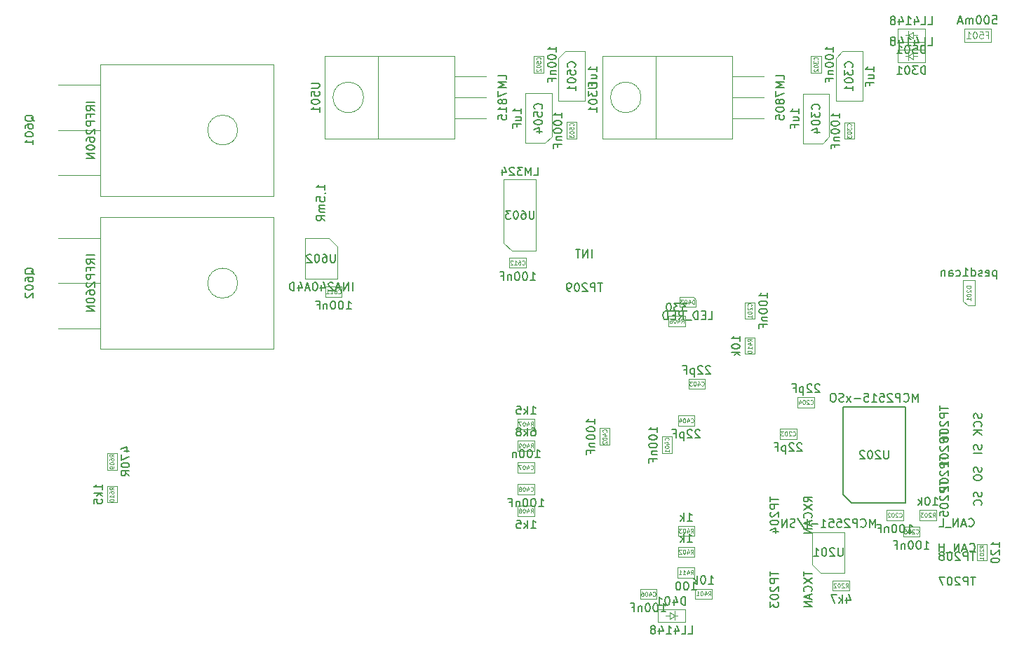
<source format=gbr>
G04 #@! TF.GenerationSoftware,KiCad,Pcbnew,5.1.4*
G04 #@! TF.CreationDate,2019-10-26T17:37:43-03:00*
G04 #@! TF.ProjectId,MCB19,4d434231-392e-46b6-9963-61645f706362,rev?*
G04 #@! TF.SameCoordinates,Original*
G04 #@! TF.FileFunction,Other,Fab,Bot*
%FSLAX46Y46*%
G04 Gerber Fmt 4.6, Leading zero omitted, Abs format (unit mm)*
G04 Created by KiCad (PCBNEW 5.1.4) date 2019-10-26 17:37:43*
%MOMM*%
%LPD*%
G04 APERTURE LIST*
%ADD10C,0.100000*%
%ADD11C,0.150000*%
%ADD12C,0.080000*%
%ADD13C,0.075000*%
%ADD14C,0.120000*%
G04 APERTURE END LIST*
D10*
X149700000Y-81525000D02*
X148725000Y-80550000D01*
X149700000Y-85450000D02*
X149700000Y-81525000D01*
X145800000Y-85450000D02*
X149700000Y-85450000D01*
X145800000Y-80550000D02*
X145800000Y-85450000D01*
X148725000Y-80550000D02*
X145800000Y-80550000D01*
D11*
X211779000Y-112516000D02*
X218279000Y-112516000D01*
X218279000Y-112516000D02*
X218279000Y-100916000D01*
X218279000Y-100916000D02*
X210779000Y-100916000D01*
X210779000Y-100916000D02*
X210779000Y-111516000D01*
X210779000Y-111516000D02*
X211779000Y-112516000D01*
D10*
X173475000Y-107650000D02*
X171475000Y-107650000D01*
X173475000Y-108850000D02*
X173475000Y-107650000D01*
X171475000Y-108850000D02*
X173475000Y-108850000D01*
X171475000Y-107650000D02*
X171475000Y-108850000D01*
X170475000Y-84100000D02*
X172475000Y-84100000D01*
X170475000Y-82900000D02*
X170475000Y-84100000D01*
X172475000Y-82900000D02*
X170475000Y-82900000D01*
X172475000Y-84100000D02*
X172475000Y-82900000D01*
X148250000Y-87600000D02*
X150250000Y-87600000D01*
X148250000Y-86400000D02*
X148250000Y-87600000D01*
X150250000Y-86400000D02*
X148250000Y-86400000D01*
X150250000Y-87600000D02*
X150250000Y-86400000D01*
X137665000Y-67450000D02*
G75*
G03X137665000Y-67450000I-1805000J0D01*
G01*
X121080000Y-59500000D02*
X142030000Y-59500000D01*
X142030000Y-59500000D02*
X142030000Y-75400000D01*
X142030000Y-75400000D02*
X121080000Y-75400000D01*
X121080000Y-75400000D02*
X121080000Y-59500000D01*
X121080000Y-62000000D02*
X116000000Y-62000000D01*
X121080000Y-67450000D02*
X116000000Y-67450000D01*
X121080000Y-72900000D02*
X116000000Y-72900000D01*
X137665000Y-85950000D02*
G75*
G03X137665000Y-85950000I-1805000J0D01*
G01*
X121080000Y-78000000D02*
X142030000Y-78000000D01*
X142030000Y-78000000D02*
X142030000Y-93900000D01*
X142030000Y-93900000D02*
X121080000Y-93900000D01*
X121080000Y-93900000D02*
X121080000Y-78000000D01*
X121080000Y-80500000D02*
X116000000Y-80500000D01*
X121080000Y-85950000D02*
X116000000Y-85950000D01*
X121080000Y-91400000D02*
X116000000Y-91400000D01*
X169800000Y-81100000D02*
X170775000Y-82075000D01*
X169800000Y-73425000D02*
X169800000Y-81100000D01*
X173700000Y-73425000D02*
X169800000Y-73425000D01*
X173700000Y-82075000D02*
X173700000Y-73425000D01*
X170775000Y-82075000D02*
X173700000Y-82075000D01*
X121900000Y-110475000D02*
X121900000Y-112475000D01*
X123100000Y-110475000D02*
X121900000Y-110475000D01*
X123100000Y-112475000D02*
X123100000Y-110475000D01*
X121900000Y-112475000D02*
X123100000Y-112475000D01*
X123100000Y-108500000D02*
X123100000Y-106500000D01*
X121900000Y-108500000D02*
X123100000Y-108500000D01*
X121900000Y-106500000D02*
X121900000Y-108500000D01*
X123100000Y-106500000D02*
X121900000Y-106500000D01*
X173475000Y-105025000D02*
X171475000Y-105025000D01*
X173475000Y-106225000D02*
X173475000Y-105025000D01*
X171475000Y-106225000D02*
X173475000Y-106225000D01*
X171475000Y-105025000D02*
X171475000Y-106225000D01*
X171475000Y-114100000D02*
X173475000Y-114100000D01*
X171475000Y-112900000D02*
X171475000Y-114100000D01*
X173475000Y-112900000D02*
X171475000Y-112900000D01*
X173475000Y-114100000D02*
X173475000Y-112900000D01*
X173475000Y-102400000D02*
X171475000Y-102400000D01*
X173475000Y-103600000D02*
X173475000Y-102400000D01*
X171475000Y-103600000D02*
X173475000Y-103600000D01*
X171475000Y-102400000D02*
X171475000Y-103600000D01*
X171475000Y-111475000D02*
X173475000Y-111475000D01*
X171475000Y-110275000D02*
X171475000Y-111475000D01*
X173475000Y-110275000D02*
X171475000Y-110275000D01*
X173475000Y-111475000D02*
X173475000Y-110275000D01*
X210900000Y-66525000D02*
X210900000Y-68525000D01*
X212100000Y-66525000D02*
X210900000Y-66525000D01*
X212100000Y-68525000D02*
X212100000Y-66525000D01*
X210900000Y-68525000D02*
X212100000Y-68525000D01*
X208100000Y-58500000D02*
X206900000Y-58500000D01*
X206900000Y-58500000D02*
X206900000Y-60500000D01*
X206900000Y-60500000D02*
X208100000Y-60500000D01*
X208100000Y-60500000D02*
X208100000Y-58500000D01*
X205900000Y-63050000D02*
X209100000Y-63050000D01*
X205900000Y-69050000D02*
X205900000Y-63050000D01*
X208300000Y-69050000D02*
X205900000Y-69050000D01*
X209100000Y-68250000D02*
X208300000Y-69050000D01*
X209100000Y-63050000D02*
X209100000Y-68250000D01*
X209900000Y-63950000D02*
X209900000Y-58750000D01*
X209900000Y-58750000D02*
X210700000Y-57950000D01*
X210700000Y-57950000D02*
X213100000Y-57950000D01*
X213100000Y-57950000D02*
X213100000Y-63950000D01*
X213100000Y-63950000D02*
X209900000Y-63950000D01*
X220650000Y-59300000D02*
X220650000Y-57700000D01*
X220650000Y-57700000D02*
X217350000Y-57700000D01*
X217350000Y-57700000D02*
X217350000Y-59300000D01*
X217350000Y-59300000D02*
X220650000Y-59300000D01*
X219250000Y-58500000D02*
X219750000Y-58500000D01*
X219250000Y-58100000D02*
X218650000Y-58500000D01*
X219250000Y-58900000D02*
X219250000Y-58100000D01*
X218650000Y-58500000D02*
X219250000Y-58900000D01*
X218650000Y-58500000D02*
X218650000Y-57950000D01*
X218650000Y-58500000D02*
X218650000Y-59050000D01*
X218250000Y-58500000D02*
X218650000Y-58500000D01*
X186374000Y-63500000D02*
G75*
G03X186374000Y-63500000I-1850000J0D01*
G01*
X188124000Y-58500000D02*
X181724000Y-58500000D01*
X181724000Y-58500000D02*
X181724000Y-68500000D01*
X181724000Y-68500000D02*
X188124000Y-68500000D01*
X188124000Y-68500000D02*
X188124000Y-58500000D01*
X197374000Y-58500000D02*
X188124000Y-58500000D01*
X188124000Y-58500000D02*
X188124000Y-68500000D01*
X188124000Y-68500000D02*
X197374000Y-68500000D01*
X197374000Y-68500000D02*
X197374000Y-58500000D01*
X197374000Y-60960000D02*
X201184000Y-60960000D01*
X197374000Y-63500000D02*
X201184000Y-63500000D01*
X197374000Y-66040000D02*
X201184000Y-66040000D01*
X192800000Y-121550000D02*
X192800000Y-120350000D01*
X192800000Y-120350000D02*
X190800000Y-120350000D01*
X190800000Y-120350000D02*
X190800000Y-121550000D01*
X190800000Y-121550000D02*
X192800000Y-121550000D01*
X198900000Y-94525000D02*
X200100000Y-94525000D01*
X200100000Y-94525000D02*
X200100000Y-92525000D01*
X200100000Y-92525000D02*
X198900000Y-92525000D01*
X198900000Y-92525000D02*
X198900000Y-94525000D01*
X191000000Y-87650000D02*
X192700000Y-87650000D01*
X192700000Y-87650000D02*
X193000000Y-87950000D01*
X193000000Y-87950000D02*
X193000000Y-88850000D01*
X193000000Y-88850000D02*
X191000000Y-88850000D01*
X191000000Y-88850000D02*
X191000000Y-87650000D01*
X189675000Y-89950000D02*
X189675000Y-91150000D01*
X189675000Y-91150000D02*
X191675000Y-91150000D01*
X191675000Y-91150000D02*
X191675000Y-89950000D01*
X191675000Y-89950000D02*
X189675000Y-89950000D01*
X176400000Y-63950000D02*
X176400000Y-58750000D01*
X176400000Y-58750000D02*
X177200000Y-57950000D01*
X177200000Y-57950000D02*
X179600000Y-57950000D01*
X179600000Y-57950000D02*
X179600000Y-63950000D01*
X179600000Y-63950000D02*
X176400000Y-63950000D01*
X172400000Y-63000000D02*
X175600000Y-63000000D01*
X172400000Y-69000000D02*
X172400000Y-63000000D01*
X174800000Y-69000000D02*
X172400000Y-69000000D01*
X175600000Y-68200000D02*
X174800000Y-69000000D01*
X175600000Y-63000000D02*
X175600000Y-68200000D01*
X163874000Y-66040000D02*
X167684000Y-66040000D01*
X163874000Y-63500000D02*
X167684000Y-63500000D01*
X163874000Y-60960000D02*
X167684000Y-60960000D01*
X163874000Y-68500000D02*
X163874000Y-58500000D01*
X154624000Y-68500000D02*
X163874000Y-68500000D01*
X154624000Y-58500000D02*
X154624000Y-68500000D01*
X163874000Y-58500000D02*
X154624000Y-58500000D01*
X154624000Y-68500000D02*
X154624000Y-58500000D01*
X148224000Y-68500000D02*
X154624000Y-68500000D01*
X148224000Y-58500000D02*
X148224000Y-68500000D01*
X154624000Y-58500000D02*
X148224000Y-58500000D01*
X152874000Y-63500000D02*
G75*
G03X152874000Y-63500000I-1850000J0D01*
G01*
X225250000Y-85630000D02*
X226650000Y-85630000D01*
X226650000Y-88670000D02*
X226650000Y-85630000D01*
X225250000Y-88100000D02*
X225800000Y-88670000D01*
X225800000Y-88670000D02*
X226650000Y-88670000D01*
X225250000Y-88100000D02*
X225250000Y-85650000D01*
X225400000Y-55200000D02*
X225400000Y-56800000D01*
X225400000Y-56800000D02*
X228600000Y-56800000D01*
X228600000Y-56800000D02*
X228600000Y-55200000D01*
X228600000Y-55200000D02*
X225400000Y-55200000D01*
X200100000Y-88265000D02*
X198900000Y-88265000D01*
X198900000Y-88265000D02*
X198900000Y-90265000D01*
X198900000Y-90265000D02*
X200100000Y-90265000D01*
X200100000Y-90265000D02*
X200100000Y-88265000D01*
X218000000Y-114600000D02*
X218000000Y-113400000D01*
X218000000Y-113400000D02*
X216000000Y-113400000D01*
X216000000Y-113400000D02*
X216000000Y-114600000D01*
X216000000Y-114600000D02*
X218000000Y-114600000D01*
X205124000Y-104776000D02*
X205124000Y-103576000D01*
X205124000Y-103576000D02*
X203124000Y-103576000D01*
X203124000Y-103576000D02*
X203124000Y-104776000D01*
X203124000Y-104776000D02*
X205124000Y-104776000D01*
X205274000Y-99766000D02*
X205274000Y-100966000D01*
X205274000Y-100966000D02*
X207274000Y-100966000D01*
X207274000Y-100966000D02*
X207274000Y-99766000D01*
X207274000Y-99766000D02*
X205274000Y-99766000D01*
X220000000Y-116600000D02*
X220000000Y-115400000D01*
X220000000Y-115400000D02*
X218000000Y-115400000D01*
X218000000Y-115400000D02*
X218000000Y-116600000D01*
X218000000Y-116600000D02*
X220000000Y-116600000D01*
X188900000Y-106500000D02*
X190100000Y-106500000D01*
X190100000Y-106500000D02*
X190100000Y-104500000D01*
X190100000Y-104500000D02*
X188900000Y-104500000D01*
X188900000Y-104500000D02*
X188900000Y-106500000D01*
X181400000Y-105500000D02*
X182600000Y-105500000D01*
X182600000Y-105500000D02*
X182600000Y-103500000D01*
X182600000Y-103500000D02*
X181400000Y-103500000D01*
X181400000Y-103500000D02*
X181400000Y-105500000D01*
X192096000Y-97524000D02*
X192096000Y-98724000D01*
X192096000Y-98724000D02*
X194096000Y-98724000D01*
X194096000Y-98724000D02*
X194096000Y-97524000D01*
X194096000Y-97524000D02*
X192096000Y-97524000D01*
X192826000Y-103169000D02*
X192826000Y-101969000D01*
X192826000Y-101969000D02*
X190826000Y-101969000D01*
X190826000Y-101969000D02*
X190826000Y-103169000D01*
X190826000Y-103169000D02*
X192826000Y-103169000D01*
X188250000Y-124150000D02*
X188250000Y-122950000D01*
X188250000Y-122950000D02*
X186250000Y-122950000D01*
X186250000Y-122950000D02*
X186250000Y-124150000D01*
X186250000Y-124150000D02*
X188250000Y-124150000D01*
X174600000Y-58500000D02*
X173400000Y-58500000D01*
X173400000Y-58500000D02*
X173400000Y-60500000D01*
X173400000Y-60500000D02*
X174600000Y-60500000D01*
X174600000Y-60500000D02*
X174600000Y-58500000D01*
X177400000Y-68475000D02*
X178600000Y-68475000D01*
X178600000Y-68475000D02*
X178600000Y-66475000D01*
X178600000Y-66475000D02*
X177400000Y-66475000D01*
X177400000Y-66475000D02*
X177400000Y-68475000D01*
X188400000Y-125350000D02*
X188400000Y-126950000D01*
X188400000Y-126950000D02*
X191700000Y-126950000D01*
X191700000Y-126950000D02*
X191700000Y-125350000D01*
X191700000Y-125350000D02*
X188400000Y-125350000D01*
X189800000Y-126150000D02*
X189300000Y-126150000D01*
X189800000Y-126550000D02*
X190400000Y-126150000D01*
X189800000Y-125750000D02*
X189800000Y-126550000D01*
X190400000Y-126150000D02*
X189800000Y-125750000D01*
X190400000Y-126150000D02*
X190400000Y-126700000D01*
X190400000Y-126150000D02*
X190400000Y-125600000D01*
X190800000Y-126150000D02*
X190400000Y-126150000D01*
X220650000Y-56800000D02*
X220650000Y-55200000D01*
X220650000Y-55200000D02*
X217350000Y-55200000D01*
X217350000Y-55200000D02*
X217350000Y-56800000D01*
X217350000Y-56800000D02*
X220650000Y-56800000D01*
X219250000Y-56000000D02*
X219750000Y-56000000D01*
X219250000Y-55600000D02*
X218650000Y-56000000D01*
X219250000Y-56400000D02*
X219250000Y-55600000D01*
X218650000Y-56000000D02*
X219250000Y-56400000D01*
X218650000Y-56000000D02*
X218650000Y-55450000D01*
X218650000Y-56000000D02*
X218650000Y-56550000D01*
X218250000Y-56000000D02*
X218650000Y-56000000D01*
X208050000Y-120950000D02*
X210950000Y-120950000D01*
X210950000Y-120950000D02*
X210950000Y-116050000D01*
X210950000Y-116050000D02*
X207050000Y-116050000D01*
X207050000Y-116050000D02*
X207050000Y-119950000D01*
X207050000Y-119950000D02*
X208050000Y-120950000D01*
X220000000Y-113400000D02*
X220000000Y-114600000D01*
X220000000Y-114600000D02*
X222000000Y-114600000D01*
X222000000Y-114600000D02*
X222000000Y-113400000D01*
X222000000Y-113400000D02*
X220000000Y-113400000D01*
X211500000Y-123100000D02*
X211500000Y-121900000D01*
X211500000Y-121900000D02*
X209500000Y-121900000D01*
X209500000Y-121900000D02*
X209500000Y-123100000D01*
X209500000Y-123100000D02*
X211500000Y-123100000D01*
X228100000Y-117500000D02*
X226900000Y-117500000D01*
X226900000Y-117500000D02*
X226900000Y-119500000D01*
X226900000Y-119500000D02*
X228100000Y-119500000D01*
X228100000Y-119500000D02*
X228100000Y-117500000D01*
X192920000Y-122900000D02*
X192920000Y-124100000D01*
X192920000Y-124100000D02*
X194920000Y-124100000D01*
X194920000Y-124100000D02*
X194920000Y-122900000D01*
X194920000Y-122900000D02*
X192920000Y-122900000D01*
X190826000Y-117844000D02*
X190826000Y-119044000D01*
X190826000Y-119044000D02*
X192826000Y-119044000D01*
X192826000Y-119044000D02*
X192826000Y-117844000D01*
X192826000Y-117844000D02*
X190826000Y-117844000D01*
X190826000Y-115304000D02*
X190826000Y-116504000D01*
X190826000Y-116504000D02*
X192826000Y-116504000D01*
X192826000Y-116504000D02*
X192826000Y-115304000D01*
X192826000Y-115304000D02*
X190826000Y-115304000D01*
D11*
X151535714Y-86852380D02*
X151535714Y-85852380D01*
X151059523Y-86852380D02*
X151059523Y-85852380D01*
X150488095Y-86852380D01*
X150488095Y-85852380D01*
X150059523Y-86566666D02*
X149583333Y-86566666D01*
X150154761Y-86852380D02*
X149821428Y-85852380D01*
X149488095Y-86852380D01*
X149202380Y-85947619D02*
X149154761Y-85900000D01*
X149059523Y-85852380D01*
X148821428Y-85852380D01*
X148726190Y-85900000D01*
X148678571Y-85947619D01*
X148630952Y-86042857D01*
X148630952Y-86138095D01*
X148678571Y-86280952D01*
X149250000Y-86852380D01*
X148630952Y-86852380D01*
X147773809Y-86185714D02*
X147773809Y-86852380D01*
X148011904Y-85804761D02*
X148250000Y-86519047D01*
X147630952Y-86519047D01*
X147059523Y-85852380D02*
X146964285Y-85852380D01*
X146869047Y-85900000D01*
X146821428Y-85947619D01*
X146773809Y-86042857D01*
X146726190Y-86233333D01*
X146726190Y-86471428D01*
X146773809Y-86661904D01*
X146821428Y-86757142D01*
X146869047Y-86804761D01*
X146964285Y-86852380D01*
X147059523Y-86852380D01*
X147154761Y-86804761D01*
X147202380Y-86757142D01*
X147250000Y-86661904D01*
X147297619Y-86471428D01*
X147297619Y-86233333D01*
X147250000Y-86042857D01*
X147202380Y-85947619D01*
X147154761Y-85900000D01*
X147059523Y-85852380D01*
X146345238Y-86566666D02*
X145869047Y-86566666D01*
X146440476Y-86852380D02*
X146107142Y-85852380D01*
X145773809Y-86852380D01*
X145011904Y-86185714D02*
X145011904Y-86852380D01*
X145250000Y-85804761D02*
X145488095Y-86519047D01*
X144869047Y-86519047D01*
X144488095Y-86852380D02*
X144488095Y-85852380D01*
X144250000Y-85852380D01*
X144107142Y-85900000D01*
X144011904Y-85995238D01*
X143964285Y-86090476D01*
X143916666Y-86280952D01*
X143916666Y-86423809D01*
X143964285Y-86614285D01*
X144011904Y-86709523D01*
X144107142Y-86804761D01*
X144250000Y-86852380D01*
X144488095Y-86852380D01*
X149430000Y-82463333D02*
X149430000Y-83256666D01*
X149383333Y-83350000D01*
X149336666Y-83396666D01*
X149243333Y-83443333D01*
X149056666Y-83443333D01*
X148963333Y-83396666D01*
X148916666Y-83350000D01*
X148870000Y-83256666D01*
X148870000Y-82463333D01*
X147983333Y-82463333D02*
X148170000Y-82463333D01*
X148263333Y-82510000D01*
X148310000Y-82556666D01*
X148403333Y-82696666D01*
X148450000Y-82883333D01*
X148450000Y-83256666D01*
X148403333Y-83350000D01*
X148356666Y-83396666D01*
X148263333Y-83443333D01*
X148076666Y-83443333D01*
X147983333Y-83396666D01*
X147936666Y-83350000D01*
X147890000Y-83256666D01*
X147890000Y-83023333D01*
X147936666Y-82930000D01*
X147983333Y-82883333D01*
X148076666Y-82836666D01*
X148263333Y-82836666D01*
X148356666Y-82883333D01*
X148403333Y-82930000D01*
X148450000Y-83023333D01*
X147283333Y-82463333D02*
X147190000Y-82463333D01*
X147096666Y-82510000D01*
X147050000Y-82556666D01*
X147003333Y-82650000D01*
X146956666Y-82836666D01*
X146956666Y-83070000D01*
X147003333Y-83256666D01*
X147050000Y-83350000D01*
X147096666Y-83396666D01*
X147190000Y-83443333D01*
X147283333Y-83443333D01*
X147376666Y-83396666D01*
X147423333Y-83350000D01*
X147470000Y-83256666D01*
X147516666Y-83070000D01*
X147516666Y-82836666D01*
X147470000Y-82650000D01*
X147423333Y-82556666D01*
X147376666Y-82510000D01*
X147283333Y-82463333D01*
X146583333Y-82556666D02*
X146536666Y-82510000D01*
X146443333Y-82463333D01*
X146210000Y-82463333D01*
X146116666Y-82510000D01*
X146070000Y-82556666D01*
X146023333Y-82650000D01*
X146023333Y-82743333D01*
X146070000Y-82883333D01*
X146630000Y-83443333D01*
X146023333Y-83443333D01*
X148202380Y-74654761D02*
X148202380Y-74083333D01*
X148202380Y-74369047D02*
X147202380Y-74369047D01*
X147345238Y-74273809D01*
X147440476Y-74178571D01*
X147488095Y-74083333D01*
X148154761Y-75130952D02*
X148202380Y-75130952D01*
X148297619Y-75083333D01*
X148345238Y-75035714D01*
X147202380Y-76035714D02*
X147202380Y-75559523D01*
X147678571Y-75511904D01*
X147630952Y-75559523D01*
X147583333Y-75654761D01*
X147583333Y-75892857D01*
X147630952Y-75988095D01*
X147678571Y-76035714D01*
X147773809Y-76083333D01*
X148011904Y-76083333D01*
X148107142Y-76035714D01*
X148154761Y-75988095D01*
X148202380Y-75892857D01*
X148202380Y-75654761D01*
X148154761Y-75559523D01*
X148107142Y-75511904D01*
X148202380Y-76511904D02*
X147535714Y-76511904D01*
X147630952Y-76511904D02*
X147583333Y-76559523D01*
X147535714Y-76654761D01*
X147535714Y-76797619D01*
X147583333Y-76892857D01*
X147678571Y-76940476D01*
X148202380Y-76940476D01*
X147678571Y-76940476D02*
X147583333Y-76988095D01*
X147535714Y-77083333D01*
X147535714Y-77226190D01*
X147583333Y-77321428D01*
X147678571Y-77369047D01*
X148202380Y-77369047D01*
X148202380Y-78416666D02*
X147726190Y-78083333D01*
X148202380Y-77845238D02*
X147202380Y-77845238D01*
X147202380Y-78226190D01*
X147250000Y-78321428D01*
X147297619Y-78369047D01*
X147392857Y-78416666D01*
X147535714Y-78416666D01*
X147630952Y-78369047D01*
X147678571Y-78321428D01*
X147726190Y-78226190D01*
X147726190Y-77845238D01*
X219790904Y-100293380D02*
X219790904Y-99293380D01*
X219457571Y-100007666D01*
X219124238Y-99293380D01*
X219124238Y-100293380D01*
X218076619Y-100198142D02*
X218124238Y-100245761D01*
X218267095Y-100293380D01*
X218362333Y-100293380D01*
X218505190Y-100245761D01*
X218600428Y-100150523D01*
X218648047Y-100055285D01*
X218695666Y-99864809D01*
X218695666Y-99721952D01*
X218648047Y-99531476D01*
X218600428Y-99436238D01*
X218505190Y-99341000D01*
X218362333Y-99293380D01*
X218267095Y-99293380D01*
X218124238Y-99341000D01*
X218076619Y-99388619D01*
X217648047Y-100293380D02*
X217648047Y-99293380D01*
X217267095Y-99293380D01*
X217171857Y-99341000D01*
X217124238Y-99388619D01*
X217076619Y-99483857D01*
X217076619Y-99626714D01*
X217124238Y-99721952D01*
X217171857Y-99769571D01*
X217267095Y-99817190D01*
X217648047Y-99817190D01*
X216695666Y-99388619D02*
X216648047Y-99341000D01*
X216552809Y-99293380D01*
X216314714Y-99293380D01*
X216219476Y-99341000D01*
X216171857Y-99388619D01*
X216124238Y-99483857D01*
X216124238Y-99579095D01*
X216171857Y-99721952D01*
X216743285Y-100293380D01*
X216124238Y-100293380D01*
X215219476Y-99293380D02*
X215695666Y-99293380D01*
X215743285Y-99769571D01*
X215695666Y-99721952D01*
X215600428Y-99674333D01*
X215362333Y-99674333D01*
X215267095Y-99721952D01*
X215219476Y-99769571D01*
X215171857Y-99864809D01*
X215171857Y-100102904D01*
X215219476Y-100198142D01*
X215267095Y-100245761D01*
X215362333Y-100293380D01*
X215600428Y-100293380D01*
X215695666Y-100245761D01*
X215743285Y-100198142D01*
X214219476Y-100293380D02*
X214790904Y-100293380D01*
X214505190Y-100293380D02*
X214505190Y-99293380D01*
X214600428Y-99436238D01*
X214695666Y-99531476D01*
X214790904Y-99579095D01*
X213314714Y-99293380D02*
X213790904Y-99293380D01*
X213838523Y-99769571D01*
X213790904Y-99721952D01*
X213695666Y-99674333D01*
X213457571Y-99674333D01*
X213362333Y-99721952D01*
X213314714Y-99769571D01*
X213267095Y-99864809D01*
X213267095Y-100102904D01*
X213314714Y-100198142D01*
X213362333Y-100245761D01*
X213457571Y-100293380D01*
X213695666Y-100293380D01*
X213790904Y-100245761D01*
X213838523Y-100198142D01*
X212838523Y-99912428D02*
X212076619Y-99912428D01*
X211695666Y-100293380D02*
X211171857Y-99626714D01*
X211695666Y-99626714D02*
X211171857Y-100293380D01*
X210838523Y-100245761D02*
X210695666Y-100293380D01*
X210457571Y-100293380D01*
X210362333Y-100245761D01*
X210314714Y-100198142D01*
X210267095Y-100102904D01*
X210267095Y-100007666D01*
X210314714Y-99912428D01*
X210362333Y-99864809D01*
X210457571Y-99817190D01*
X210648047Y-99769571D01*
X210743285Y-99721952D01*
X210790904Y-99674333D01*
X210838523Y-99579095D01*
X210838523Y-99483857D01*
X210790904Y-99388619D01*
X210743285Y-99341000D01*
X210648047Y-99293380D01*
X210409952Y-99293380D01*
X210267095Y-99341000D01*
X209648047Y-99293380D02*
X209457571Y-99293380D01*
X209362333Y-99341000D01*
X209267095Y-99436238D01*
X209219476Y-99626714D01*
X209219476Y-99960047D01*
X209267095Y-100150523D01*
X209362333Y-100245761D01*
X209457571Y-100293380D01*
X209648047Y-100293380D01*
X209743285Y-100245761D01*
X209838523Y-100150523D01*
X209886142Y-99960047D01*
X209886142Y-99626714D01*
X209838523Y-99436238D01*
X209743285Y-99341000D01*
X209648047Y-99293380D01*
X216243285Y-106168380D02*
X216243285Y-106977904D01*
X216195666Y-107073142D01*
X216148047Y-107120761D01*
X216052809Y-107168380D01*
X215862333Y-107168380D01*
X215767095Y-107120761D01*
X215719476Y-107073142D01*
X215671857Y-106977904D01*
X215671857Y-106168380D01*
X215243285Y-106263619D02*
X215195666Y-106216000D01*
X215100428Y-106168380D01*
X214862333Y-106168380D01*
X214767095Y-106216000D01*
X214719476Y-106263619D01*
X214671857Y-106358857D01*
X214671857Y-106454095D01*
X214719476Y-106596952D01*
X215290904Y-107168380D01*
X214671857Y-107168380D01*
X214052809Y-106168380D02*
X213957571Y-106168380D01*
X213862333Y-106216000D01*
X213814714Y-106263619D01*
X213767095Y-106358857D01*
X213719476Y-106549333D01*
X213719476Y-106787428D01*
X213767095Y-106977904D01*
X213814714Y-107073142D01*
X213862333Y-107120761D01*
X213957571Y-107168380D01*
X214052809Y-107168380D01*
X214148047Y-107120761D01*
X214195666Y-107073142D01*
X214243285Y-106977904D01*
X214290904Y-106787428D01*
X214290904Y-106549333D01*
X214243285Y-106358857D01*
X214195666Y-106263619D01*
X214148047Y-106216000D01*
X214052809Y-106168380D01*
X213338523Y-106263619D02*
X213290904Y-106216000D01*
X213195666Y-106168380D01*
X212957571Y-106168380D01*
X212862333Y-106216000D01*
X212814714Y-106263619D01*
X212767095Y-106358857D01*
X212767095Y-106454095D01*
X212814714Y-106596952D01*
X213386142Y-107168380D01*
X212767095Y-107168380D01*
X173594047Y-107052380D02*
X174165476Y-107052380D01*
X173879761Y-107052380D02*
X173879761Y-106052380D01*
X173975000Y-106195238D01*
X174070238Y-106290476D01*
X174165476Y-106338095D01*
X172975000Y-106052380D02*
X172879761Y-106052380D01*
X172784523Y-106100000D01*
X172736904Y-106147619D01*
X172689285Y-106242857D01*
X172641666Y-106433333D01*
X172641666Y-106671428D01*
X172689285Y-106861904D01*
X172736904Y-106957142D01*
X172784523Y-107004761D01*
X172879761Y-107052380D01*
X172975000Y-107052380D01*
X173070238Y-107004761D01*
X173117857Y-106957142D01*
X173165476Y-106861904D01*
X173213095Y-106671428D01*
X173213095Y-106433333D01*
X173165476Y-106242857D01*
X173117857Y-106147619D01*
X173070238Y-106100000D01*
X172975000Y-106052380D01*
X172022619Y-106052380D02*
X171927380Y-106052380D01*
X171832142Y-106100000D01*
X171784523Y-106147619D01*
X171736904Y-106242857D01*
X171689285Y-106433333D01*
X171689285Y-106671428D01*
X171736904Y-106861904D01*
X171784523Y-106957142D01*
X171832142Y-107004761D01*
X171927380Y-107052380D01*
X172022619Y-107052380D01*
X172117857Y-107004761D01*
X172165476Y-106957142D01*
X172213095Y-106861904D01*
X172260714Y-106671428D01*
X172260714Y-106433333D01*
X172213095Y-106242857D01*
X172165476Y-106147619D01*
X172117857Y-106100000D01*
X172022619Y-106052380D01*
X171260714Y-106385714D02*
X171260714Y-107052380D01*
X171260714Y-106480952D02*
X171213095Y-106433333D01*
X171117857Y-106385714D01*
X170975000Y-106385714D01*
X170879761Y-106433333D01*
X170832142Y-106528571D01*
X170832142Y-107052380D01*
D12*
X173034523Y-108428571D02*
X173058333Y-108452380D01*
X173129761Y-108476190D01*
X173177380Y-108476190D01*
X173248809Y-108452380D01*
X173296428Y-108404761D01*
X173320238Y-108357142D01*
X173344047Y-108261904D01*
X173344047Y-108190476D01*
X173320238Y-108095238D01*
X173296428Y-108047619D01*
X173248809Y-108000000D01*
X173177380Y-107976190D01*
X173129761Y-107976190D01*
X173058333Y-108000000D01*
X173034523Y-108023809D01*
X172605952Y-108142857D02*
X172605952Y-108476190D01*
X172725000Y-107952380D02*
X172844047Y-108309523D01*
X172534523Y-108309523D01*
X172248809Y-107976190D02*
X172201190Y-107976190D01*
X172153571Y-108000000D01*
X172129761Y-108023809D01*
X172105952Y-108071428D01*
X172082142Y-108166666D01*
X172082142Y-108285714D01*
X172105952Y-108380952D01*
X172129761Y-108428571D01*
X172153571Y-108452380D01*
X172201190Y-108476190D01*
X172248809Y-108476190D01*
X172296428Y-108452380D01*
X172320238Y-108428571D01*
X172344047Y-108380952D01*
X172367857Y-108285714D01*
X172367857Y-108166666D01*
X172344047Y-108071428D01*
X172320238Y-108023809D01*
X172296428Y-108000000D01*
X172248809Y-107976190D01*
X171915476Y-107976190D02*
X171582142Y-107976190D01*
X171796428Y-108476190D01*
D11*
X173022619Y-85602380D02*
X173594047Y-85602380D01*
X173308333Y-85602380D02*
X173308333Y-84602380D01*
X173403571Y-84745238D01*
X173498809Y-84840476D01*
X173594047Y-84888095D01*
X172403571Y-84602380D02*
X172308333Y-84602380D01*
X172213095Y-84650000D01*
X172165476Y-84697619D01*
X172117857Y-84792857D01*
X172070238Y-84983333D01*
X172070238Y-85221428D01*
X172117857Y-85411904D01*
X172165476Y-85507142D01*
X172213095Y-85554761D01*
X172308333Y-85602380D01*
X172403571Y-85602380D01*
X172498809Y-85554761D01*
X172546428Y-85507142D01*
X172594047Y-85411904D01*
X172641666Y-85221428D01*
X172641666Y-84983333D01*
X172594047Y-84792857D01*
X172546428Y-84697619D01*
X172498809Y-84650000D01*
X172403571Y-84602380D01*
X171451190Y-84602380D02*
X171355952Y-84602380D01*
X171260714Y-84650000D01*
X171213095Y-84697619D01*
X171165476Y-84792857D01*
X171117857Y-84983333D01*
X171117857Y-85221428D01*
X171165476Y-85411904D01*
X171213095Y-85507142D01*
X171260714Y-85554761D01*
X171355952Y-85602380D01*
X171451190Y-85602380D01*
X171546428Y-85554761D01*
X171594047Y-85507142D01*
X171641666Y-85411904D01*
X171689285Y-85221428D01*
X171689285Y-84983333D01*
X171641666Y-84792857D01*
X171594047Y-84697619D01*
X171546428Y-84650000D01*
X171451190Y-84602380D01*
X170689285Y-84935714D02*
X170689285Y-85602380D01*
X170689285Y-85030952D02*
X170641666Y-84983333D01*
X170546428Y-84935714D01*
X170403571Y-84935714D01*
X170308333Y-84983333D01*
X170260714Y-85078571D01*
X170260714Y-85602380D01*
X169451190Y-85078571D02*
X169784523Y-85078571D01*
X169784523Y-85602380D02*
X169784523Y-84602380D01*
X169308333Y-84602380D01*
D12*
X172034523Y-83678571D02*
X172058333Y-83702380D01*
X172129761Y-83726190D01*
X172177380Y-83726190D01*
X172248809Y-83702380D01*
X172296428Y-83654761D01*
X172320238Y-83607142D01*
X172344047Y-83511904D01*
X172344047Y-83440476D01*
X172320238Y-83345238D01*
X172296428Y-83297619D01*
X172248809Y-83250000D01*
X172177380Y-83226190D01*
X172129761Y-83226190D01*
X172058333Y-83250000D01*
X172034523Y-83273809D01*
X171605952Y-83226190D02*
X171701190Y-83226190D01*
X171748809Y-83250000D01*
X171772619Y-83273809D01*
X171820238Y-83345238D01*
X171844047Y-83440476D01*
X171844047Y-83630952D01*
X171820238Y-83678571D01*
X171796428Y-83702380D01*
X171748809Y-83726190D01*
X171653571Y-83726190D01*
X171605952Y-83702380D01*
X171582142Y-83678571D01*
X171558333Y-83630952D01*
X171558333Y-83511904D01*
X171582142Y-83464285D01*
X171605952Y-83440476D01*
X171653571Y-83416666D01*
X171748809Y-83416666D01*
X171796428Y-83440476D01*
X171820238Y-83464285D01*
X171844047Y-83511904D01*
X171082142Y-83726190D02*
X171367857Y-83726190D01*
X171225000Y-83726190D02*
X171225000Y-83226190D01*
X171272619Y-83297619D01*
X171320238Y-83345238D01*
X171367857Y-83369047D01*
X170891666Y-83273809D02*
X170867857Y-83250000D01*
X170820238Y-83226190D01*
X170701190Y-83226190D01*
X170653571Y-83250000D01*
X170629761Y-83273809D01*
X170605952Y-83321428D01*
X170605952Y-83369047D01*
X170629761Y-83440476D01*
X170915476Y-83726190D01*
X170605952Y-83726190D01*
D11*
X150797619Y-89102380D02*
X151369047Y-89102380D01*
X151083333Y-89102380D02*
X151083333Y-88102380D01*
X151178571Y-88245238D01*
X151273809Y-88340476D01*
X151369047Y-88388095D01*
X150178571Y-88102380D02*
X150083333Y-88102380D01*
X149988095Y-88150000D01*
X149940476Y-88197619D01*
X149892857Y-88292857D01*
X149845238Y-88483333D01*
X149845238Y-88721428D01*
X149892857Y-88911904D01*
X149940476Y-89007142D01*
X149988095Y-89054761D01*
X150083333Y-89102380D01*
X150178571Y-89102380D01*
X150273809Y-89054761D01*
X150321428Y-89007142D01*
X150369047Y-88911904D01*
X150416666Y-88721428D01*
X150416666Y-88483333D01*
X150369047Y-88292857D01*
X150321428Y-88197619D01*
X150273809Y-88150000D01*
X150178571Y-88102380D01*
X149226190Y-88102380D02*
X149130952Y-88102380D01*
X149035714Y-88150000D01*
X148988095Y-88197619D01*
X148940476Y-88292857D01*
X148892857Y-88483333D01*
X148892857Y-88721428D01*
X148940476Y-88911904D01*
X148988095Y-89007142D01*
X149035714Y-89054761D01*
X149130952Y-89102380D01*
X149226190Y-89102380D01*
X149321428Y-89054761D01*
X149369047Y-89007142D01*
X149416666Y-88911904D01*
X149464285Y-88721428D01*
X149464285Y-88483333D01*
X149416666Y-88292857D01*
X149369047Y-88197619D01*
X149321428Y-88150000D01*
X149226190Y-88102380D01*
X148464285Y-88435714D02*
X148464285Y-89102380D01*
X148464285Y-88530952D02*
X148416666Y-88483333D01*
X148321428Y-88435714D01*
X148178571Y-88435714D01*
X148083333Y-88483333D01*
X148035714Y-88578571D01*
X148035714Y-89102380D01*
X147226190Y-88578571D02*
X147559523Y-88578571D01*
X147559523Y-89102380D02*
X147559523Y-88102380D01*
X147083333Y-88102380D01*
D12*
X149809523Y-87178571D02*
X149833333Y-87202380D01*
X149904761Y-87226190D01*
X149952380Y-87226190D01*
X150023809Y-87202380D01*
X150071428Y-87154761D01*
X150095238Y-87107142D01*
X150119047Y-87011904D01*
X150119047Y-86940476D01*
X150095238Y-86845238D01*
X150071428Y-86797619D01*
X150023809Y-86750000D01*
X149952380Y-86726190D01*
X149904761Y-86726190D01*
X149833333Y-86750000D01*
X149809523Y-86773809D01*
X149380952Y-86726190D02*
X149476190Y-86726190D01*
X149523809Y-86750000D01*
X149547619Y-86773809D01*
X149595238Y-86845238D01*
X149619047Y-86940476D01*
X149619047Y-87130952D01*
X149595238Y-87178571D01*
X149571428Y-87202380D01*
X149523809Y-87226190D01*
X149428571Y-87226190D01*
X149380952Y-87202380D01*
X149357142Y-87178571D01*
X149333333Y-87130952D01*
X149333333Y-87011904D01*
X149357142Y-86964285D01*
X149380952Y-86940476D01*
X149428571Y-86916666D01*
X149523809Y-86916666D01*
X149571428Y-86940476D01*
X149595238Y-86964285D01*
X149619047Y-87011904D01*
X148857142Y-87226190D02*
X149142857Y-87226190D01*
X149000000Y-87226190D02*
X149000000Y-86726190D01*
X149047619Y-86797619D01*
X149095238Y-86845238D01*
X149142857Y-86869047D01*
X148380952Y-87226190D02*
X148666666Y-87226190D01*
X148523809Y-87226190D02*
X148523809Y-86726190D01*
X148571428Y-86797619D01*
X148619047Y-86845238D01*
X148666666Y-86869047D01*
D11*
X120402380Y-64069047D02*
X119402380Y-64069047D01*
X120402380Y-65116666D02*
X119926190Y-64783333D01*
X120402380Y-64545238D02*
X119402380Y-64545238D01*
X119402380Y-64926190D01*
X119450000Y-65021428D01*
X119497619Y-65069047D01*
X119592857Y-65116666D01*
X119735714Y-65116666D01*
X119830952Y-65069047D01*
X119878571Y-65021428D01*
X119926190Y-64926190D01*
X119926190Y-64545238D01*
X119878571Y-65878571D02*
X119878571Y-65545238D01*
X120402380Y-65545238D02*
X119402380Y-65545238D01*
X119402380Y-66021428D01*
X120402380Y-66402380D02*
X119402380Y-66402380D01*
X119402380Y-66783333D01*
X119450000Y-66878571D01*
X119497619Y-66926190D01*
X119592857Y-66973809D01*
X119735714Y-66973809D01*
X119830952Y-66926190D01*
X119878571Y-66878571D01*
X119926190Y-66783333D01*
X119926190Y-66402380D01*
X119497619Y-67354761D02*
X119450000Y-67402380D01*
X119402380Y-67497619D01*
X119402380Y-67735714D01*
X119450000Y-67830952D01*
X119497619Y-67878571D01*
X119592857Y-67926190D01*
X119688095Y-67926190D01*
X119830952Y-67878571D01*
X120402380Y-67307142D01*
X120402380Y-67926190D01*
X119402380Y-68783333D02*
X119402380Y-68592857D01*
X119450000Y-68497619D01*
X119497619Y-68450000D01*
X119640476Y-68354761D01*
X119830952Y-68307142D01*
X120211904Y-68307142D01*
X120307142Y-68354761D01*
X120354761Y-68402380D01*
X120402380Y-68497619D01*
X120402380Y-68688095D01*
X120354761Y-68783333D01*
X120307142Y-68830952D01*
X120211904Y-68878571D01*
X119973809Y-68878571D01*
X119878571Y-68830952D01*
X119830952Y-68783333D01*
X119783333Y-68688095D01*
X119783333Y-68497619D01*
X119830952Y-68402380D01*
X119878571Y-68354761D01*
X119973809Y-68307142D01*
X119402380Y-69497619D02*
X119402380Y-69592857D01*
X119450000Y-69688095D01*
X119497619Y-69735714D01*
X119592857Y-69783333D01*
X119783333Y-69830952D01*
X120021428Y-69830952D01*
X120211904Y-69783333D01*
X120307142Y-69735714D01*
X120354761Y-69688095D01*
X120402380Y-69592857D01*
X120402380Y-69497619D01*
X120354761Y-69402380D01*
X120307142Y-69354761D01*
X120211904Y-69307142D01*
X120021428Y-69259523D01*
X119783333Y-69259523D01*
X119592857Y-69307142D01*
X119497619Y-69354761D01*
X119450000Y-69402380D01*
X119402380Y-69497619D01*
X120402380Y-70259523D02*
X119402380Y-70259523D01*
X120402380Y-70830952D01*
X119402380Y-70830952D01*
X113097619Y-66402380D02*
X113050000Y-66307142D01*
X112954761Y-66211904D01*
X112811904Y-66069047D01*
X112764285Y-65973809D01*
X112764285Y-65878571D01*
X113002380Y-65926190D02*
X112954761Y-65830952D01*
X112859523Y-65735714D01*
X112669047Y-65688095D01*
X112335714Y-65688095D01*
X112145238Y-65735714D01*
X112050000Y-65830952D01*
X112002380Y-65926190D01*
X112002380Y-66116666D01*
X112050000Y-66211904D01*
X112145238Y-66307142D01*
X112335714Y-66354761D01*
X112669047Y-66354761D01*
X112859523Y-66307142D01*
X112954761Y-66211904D01*
X113002380Y-66116666D01*
X113002380Y-65926190D01*
X112002380Y-67211904D02*
X112002380Y-67021428D01*
X112050000Y-66926190D01*
X112097619Y-66878571D01*
X112240476Y-66783333D01*
X112430952Y-66735714D01*
X112811904Y-66735714D01*
X112907142Y-66783333D01*
X112954761Y-66830952D01*
X113002380Y-66926190D01*
X113002380Y-67116666D01*
X112954761Y-67211904D01*
X112907142Y-67259523D01*
X112811904Y-67307142D01*
X112573809Y-67307142D01*
X112478571Y-67259523D01*
X112430952Y-67211904D01*
X112383333Y-67116666D01*
X112383333Y-66926190D01*
X112430952Y-66830952D01*
X112478571Y-66783333D01*
X112573809Y-66735714D01*
X112002380Y-67926190D02*
X112002380Y-68021428D01*
X112050000Y-68116666D01*
X112097619Y-68164285D01*
X112192857Y-68211904D01*
X112383333Y-68259523D01*
X112621428Y-68259523D01*
X112811904Y-68211904D01*
X112907142Y-68164285D01*
X112954761Y-68116666D01*
X113002380Y-68021428D01*
X113002380Y-67926190D01*
X112954761Y-67830952D01*
X112907142Y-67783333D01*
X112811904Y-67735714D01*
X112621428Y-67688095D01*
X112383333Y-67688095D01*
X112192857Y-67735714D01*
X112097619Y-67783333D01*
X112050000Y-67830952D01*
X112002380Y-67926190D01*
X113002380Y-69211904D02*
X113002380Y-68640476D01*
X113002380Y-68926190D02*
X112002380Y-68926190D01*
X112145238Y-68830952D01*
X112240476Y-68735714D01*
X112288095Y-68640476D01*
X120402380Y-82569047D02*
X119402380Y-82569047D01*
X120402380Y-83616666D02*
X119926190Y-83283333D01*
X120402380Y-83045238D02*
X119402380Y-83045238D01*
X119402380Y-83426190D01*
X119450000Y-83521428D01*
X119497619Y-83569047D01*
X119592857Y-83616666D01*
X119735714Y-83616666D01*
X119830952Y-83569047D01*
X119878571Y-83521428D01*
X119926190Y-83426190D01*
X119926190Y-83045238D01*
X119878571Y-84378571D02*
X119878571Y-84045238D01*
X120402380Y-84045238D02*
X119402380Y-84045238D01*
X119402380Y-84521428D01*
X120402380Y-84902380D02*
X119402380Y-84902380D01*
X119402380Y-85283333D01*
X119450000Y-85378571D01*
X119497619Y-85426190D01*
X119592857Y-85473809D01*
X119735714Y-85473809D01*
X119830952Y-85426190D01*
X119878571Y-85378571D01*
X119926190Y-85283333D01*
X119926190Y-84902380D01*
X119497619Y-85854761D02*
X119450000Y-85902380D01*
X119402380Y-85997619D01*
X119402380Y-86235714D01*
X119450000Y-86330952D01*
X119497619Y-86378571D01*
X119592857Y-86426190D01*
X119688095Y-86426190D01*
X119830952Y-86378571D01*
X120402380Y-85807142D01*
X120402380Y-86426190D01*
X119402380Y-87283333D02*
X119402380Y-87092857D01*
X119450000Y-86997619D01*
X119497619Y-86950000D01*
X119640476Y-86854761D01*
X119830952Y-86807142D01*
X120211904Y-86807142D01*
X120307142Y-86854761D01*
X120354761Y-86902380D01*
X120402380Y-86997619D01*
X120402380Y-87188095D01*
X120354761Y-87283333D01*
X120307142Y-87330952D01*
X120211904Y-87378571D01*
X119973809Y-87378571D01*
X119878571Y-87330952D01*
X119830952Y-87283333D01*
X119783333Y-87188095D01*
X119783333Y-86997619D01*
X119830952Y-86902380D01*
X119878571Y-86854761D01*
X119973809Y-86807142D01*
X119402380Y-87997619D02*
X119402380Y-88092857D01*
X119450000Y-88188095D01*
X119497619Y-88235714D01*
X119592857Y-88283333D01*
X119783333Y-88330952D01*
X120021428Y-88330952D01*
X120211904Y-88283333D01*
X120307142Y-88235714D01*
X120354761Y-88188095D01*
X120402380Y-88092857D01*
X120402380Y-87997619D01*
X120354761Y-87902380D01*
X120307142Y-87854761D01*
X120211904Y-87807142D01*
X120021428Y-87759523D01*
X119783333Y-87759523D01*
X119592857Y-87807142D01*
X119497619Y-87854761D01*
X119450000Y-87902380D01*
X119402380Y-87997619D01*
X120402380Y-88759523D02*
X119402380Y-88759523D01*
X120402380Y-89330952D01*
X119402380Y-89330952D01*
X113097619Y-84902380D02*
X113050000Y-84807142D01*
X112954761Y-84711904D01*
X112811904Y-84569047D01*
X112764285Y-84473809D01*
X112764285Y-84378571D01*
X113002380Y-84426190D02*
X112954761Y-84330952D01*
X112859523Y-84235714D01*
X112669047Y-84188095D01*
X112335714Y-84188095D01*
X112145238Y-84235714D01*
X112050000Y-84330952D01*
X112002380Y-84426190D01*
X112002380Y-84616666D01*
X112050000Y-84711904D01*
X112145238Y-84807142D01*
X112335714Y-84854761D01*
X112669047Y-84854761D01*
X112859523Y-84807142D01*
X112954761Y-84711904D01*
X113002380Y-84616666D01*
X113002380Y-84426190D01*
X112002380Y-85711904D02*
X112002380Y-85521428D01*
X112050000Y-85426190D01*
X112097619Y-85378571D01*
X112240476Y-85283333D01*
X112430952Y-85235714D01*
X112811904Y-85235714D01*
X112907142Y-85283333D01*
X112954761Y-85330952D01*
X113002380Y-85426190D01*
X113002380Y-85616666D01*
X112954761Y-85711904D01*
X112907142Y-85759523D01*
X112811904Y-85807142D01*
X112573809Y-85807142D01*
X112478571Y-85759523D01*
X112430952Y-85711904D01*
X112383333Y-85616666D01*
X112383333Y-85426190D01*
X112430952Y-85330952D01*
X112478571Y-85283333D01*
X112573809Y-85235714D01*
X112002380Y-86426190D02*
X112002380Y-86521428D01*
X112050000Y-86616666D01*
X112097619Y-86664285D01*
X112192857Y-86711904D01*
X112383333Y-86759523D01*
X112621428Y-86759523D01*
X112811904Y-86711904D01*
X112907142Y-86664285D01*
X112954761Y-86616666D01*
X113002380Y-86521428D01*
X113002380Y-86426190D01*
X112954761Y-86330952D01*
X112907142Y-86283333D01*
X112811904Y-86235714D01*
X112621428Y-86188095D01*
X112383333Y-86188095D01*
X112192857Y-86235714D01*
X112097619Y-86283333D01*
X112050000Y-86330952D01*
X112002380Y-86426190D01*
X112097619Y-87140476D02*
X112050000Y-87188095D01*
X112002380Y-87283333D01*
X112002380Y-87521428D01*
X112050000Y-87616666D01*
X112097619Y-87664285D01*
X112192857Y-87711904D01*
X112288095Y-87711904D01*
X112430952Y-87664285D01*
X113002380Y-87092857D01*
X113002380Y-87711904D01*
X173440476Y-72922380D02*
X173916666Y-72922380D01*
X173916666Y-71922380D01*
X173107142Y-72922380D02*
X173107142Y-71922380D01*
X172773809Y-72636666D01*
X172440476Y-71922380D01*
X172440476Y-72922380D01*
X172059523Y-71922380D02*
X171440476Y-71922380D01*
X171773809Y-72303333D01*
X171630952Y-72303333D01*
X171535714Y-72350952D01*
X171488095Y-72398571D01*
X171440476Y-72493809D01*
X171440476Y-72731904D01*
X171488095Y-72827142D01*
X171535714Y-72874761D01*
X171630952Y-72922380D01*
X171916666Y-72922380D01*
X172011904Y-72874761D01*
X172059523Y-72827142D01*
X171059523Y-72017619D02*
X171011904Y-71970000D01*
X170916666Y-71922380D01*
X170678571Y-71922380D01*
X170583333Y-71970000D01*
X170535714Y-72017619D01*
X170488095Y-72112857D01*
X170488095Y-72208095D01*
X170535714Y-72350952D01*
X171107142Y-72922380D01*
X170488095Y-72922380D01*
X169630952Y-72255714D02*
X169630952Y-72922380D01*
X169869047Y-71874761D02*
X170107142Y-72589047D01*
X169488095Y-72589047D01*
X173430000Y-77213333D02*
X173430000Y-78006666D01*
X173383333Y-78100000D01*
X173336666Y-78146666D01*
X173243333Y-78193333D01*
X173056666Y-78193333D01*
X172963333Y-78146666D01*
X172916666Y-78100000D01*
X172870000Y-78006666D01*
X172870000Y-77213333D01*
X171983333Y-77213333D02*
X172170000Y-77213333D01*
X172263333Y-77260000D01*
X172310000Y-77306666D01*
X172403333Y-77446666D01*
X172450000Y-77633333D01*
X172450000Y-78006666D01*
X172403333Y-78100000D01*
X172356666Y-78146666D01*
X172263333Y-78193333D01*
X172076666Y-78193333D01*
X171983333Y-78146666D01*
X171936666Y-78100000D01*
X171890000Y-78006666D01*
X171890000Y-77773333D01*
X171936666Y-77680000D01*
X171983333Y-77633333D01*
X172076666Y-77586666D01*
X172263333Y-77586666D01*
X172356666Y-77633333D01*
X172403333Y-77680000D01*
X172450000Y-77773333D01*
X171283333Y-77213333D02*
X171190000Y-77213333D01*
X171096666Y-77260000D01*
X171050000Y-77306666D01*
X171003333Y-77400000D01*
X170956666Y-77586666D01*
X170956666Y-77820000D01*
X171003333Y-78006666D01*
X171050000Y-78100000D01*
X171096666Y-78146666D01*
X171190000Y-78193333D01*
X171283333Y-78193333D01*
X171376666Y-78146666D01*
X171423333Y-78100000D01*
X171470000Y-78006666D01*
X171516666Y-77820000D01*
X171516666Y-77586666D01*
X171470000Y-77400000D01*
X171423333Y-77306666D01*
X171376666Y-77260000D01*
X171283333Y-77213333D01*
X170630000Y-77213333D02*
X170023333Y-77213333D01*
X170350000Y-77586666D01*
X170210000Y-77586666D01*
X170116666Y-77633333D01*
X170070000Y-77680000D01*
X170023333Y-77773333D01*
X170023333Y-78006666D01*
X170070000Y-78100000D01*
X170116666Y-78146666D01*
X170210000Y-78193333D01*
X170490000Y-78193333D01*
X170583333Y-78146666D01*
X170630000Y-78100000D01*
X121302380Y-110879761D02*
X121302380Y-110308333D01*
X121302380Y-110594047D02*
X120302380Y-110594047D01*
X120445238Y-110498809D01*
X120540476Y-110403571D01*
X120588095Y-110308333D01*
X121302380Y-111308333D02*
X120302380Y-111308333D01*
X120921428Y-111403571D02*
X121302380Y-111689285D01*
X120635714Y-111689285D02*
X121016666Y-111308333D01*
X120302380Y-112594047D02*
X120302380Y-112117857D01*
X120778571Y-112070238D01*
X120730952Y-112117857D01*
X120683333Y-112213095D01*
X120683333Y-112451190D01*
X120730952Y-112546428D01*
X120778571Y-112594047D01*
X120873809Y-112641666D01*
X121111904Y-112641666D01*
X121207142Y-112594047D01*
X121254761Y-112546428D01*
X121302380Y-112451190D01*
X121302380Y-112213095D01*
X121254761Y-112117857D01*
X121207142Y-112070238D01*
D12*
X122726190Y-110915476D02*
X122488095Y-110748809D01*
X122726190Y-110629761D02*
X122226190Y-110629761D01*
X122226190Y-110820238D01*
X122250000Y-110867857D01*
X122273809Y-110891666D01*
X122321428Y-110915476D01*
X122392857Y-110915476D01*
X122440476Y-110891666D01*
X122464285Y-110867857D01*
X122488095Y-110820238D01*
X122488095Y-110629761D01*
X122226190Y-111344047D02*
X122226190Y-111248809D01*
X122250000Y-111201190D01*
X122273809Y-111177380D01*
X122345238Y-111129761D01*
X122440476Y-111105952D01*
X122630952Y-111105952D01*
X122678571Y-111129761D01*
X122702380Y-111153571D01*
X122726190Y-111201190D01*
X122726190Y-111296428D01*
X122702380Y-111344047D01*
X122678571Y-111367857D01*
X122630952Y-111391666D01*
X122511904Y-111391666D01*
X122464285Y-111367857D01*
X122440476Y-111344047D01*
X122416666Y-111296428D01*
X122416666Y-111201190D01*
X122440476Y-111153571D01*
X122464285Y-111129761D01*
X122511904Y-111105952D01*
X122726190Y-111867857D02*
X122726190Y-111582142D01*
X122726190Y-111725000D02*
X122226190Y-111725000D01*
X122297619Y-111677380D01*
X122345238Y-111629761D01*
X122369047Y-111582142D01*
X122226190Y-112177380D02*
X122226190Y-112225000D01*
X122250000Y-112272619D01*
X122273809Y-112296428D01*
X122321428Y-112320238D01*
X122416666Y-112344047D01*
X122535714Y-112344047D01*
X122630952Y-112320238D01*
X122678571Y-112296428D01*
X122702380Y-112272619D01*
X122726190Y-112225000D01*
X122726190Y-112177380D01*
X122702380Y-112129761D01*
X122678571Y-112105952D01*
X122630952Y-112082142D01*
X122535714Y-112058333D01*
X122416666Y-112058333D01*
X122321428Y-112082142D01*
X122273809Y-112105952D01*
X122250000Y-112129761D01*
X122226190Y-112177380D01*
D11*
X123935714Y-106238095D02*
X124602380Y-106238095D01*
X123554761Y-106000000D02*
X124269047Y-105761904D01*
X124269047Y-106380952D01*
X123602380Y-106666666D02*
X123602380Y-107333333D01*
X124602380Y-106904761D01*
X123602380Y-107904761D02*
X123602380Y-108000000D01*
X123650000Y-108095238D01*
X123697619Y-108142857D01*
X123792857Y-108190476D01*
X123983333Y-108238095D01*
X124221428Y-108238095D01*
X124411904Y-108190476D01*
X124507142Y-108142857D01*
X124554761Y-108095238D01*
X124602380Y-108000000D01*
X124602380Y-107904761D01*
X124554761Y-107809523D01*
X124507142Y-107761904D01*
X124411904Y-107714285D01*
X124221428Y-107666666D01*
X123983333Y-107666666D01*
X123792857Y-107714285D01*
X123697619Y-107761904D01*
X123650000Y-107809523D01*
X123602380Y-107904761D01*
X124602380Y-109238095D02*
X124126190Y-108904761D01*
X124602380Y-108666666D02*
X123602380Y-108666666D01*
X123602380Y-109047619D01*
X123650000Y-109142857D01*
X123697619Y-109190476D01*
X123792857Y-109238095D01*
X123935714Y-109238095D01*
X124030952Y-109190476D01*
X124078571Y-109142857D01*
X124126190Y-109047619D01*
X124126190Y-108666666D01*
D12*
X122726190Y-106940476D02*
X122488095Y-106773809D01*
X122726190Y-106654761D02*
X122226190Y-106654761D01*
X122226190Y-106845238D01*
X122250000Y-106892857D01*
X122273809Y-106916666D01*
X122321428Y-106940476D01*
X122392857Y-106940476D01*
X122440476Y-106916666D01*
X122464285Y-106892857D01*
X122488095Y-106845238D01*
X122488095Y-106654761D01*
X122226190Y-107369047D02*
X122226190Y-107273809D01*
X122250000Y-107226190D01*
X122273809Y-107202380D01*
X122345238Y-107154761D01*
X122440476Y-107130952D01*
X122630952Y-107130952D01*
X122678571Y-107154761D01*
X122702380Y-107178571D01*
X122726190Y-107226190D01*
X122726190Y-107321428D01*
X122702380Y-107369047D01*
X122678571Y-107392857D01*
X122630952Y-107416666D01*
X122511904Y-107416666D01*
X122464285Y-107392857D01*
X122440476Y-107369047D01*
X122416666Y-107321428D01*
X122416666Y-107226190D01*
X122440476Y-107178571D01*
X122464285Y-107154761D01*
X122511904Y-107130952D01*
X122226190Y-107726190D02*
X122226190Y-107773809D01*
X122250000Y-107821428D01*
X122273809Y-107845238D01*
X122321428Y-107869047D01*
X122416666Y-107892857D01*
X122535714Y-107892857D01*
X122630952Y-107869047D01*
X122678571Y-107845238D01*
X122702380Y-107821428D01*
X122726190Y-107773809D01*
X122726190Y-107726190D01*
X122702380Y-107678571D01*
X122678571Y-107654761D01*
X122630952Y-107630952D01*
X122535714Y-107607142D01*
X122416666Y-107607142D01*
X122321428Y-107630952D01*
X122273809Y-107654761D01*
X122250000Y-107678571D01*
X122226190Y-107726190D01*
X122726190Y-108130952D02*
X122726190Y-108226190D01*
X122702380Y-108273809D01*
X122678571Y-108297619D01*
X122607142Y-108345238D01*
X122511904Y-108369047D01*
X122321428Y-108369047D01*
X122273809Y-108345238D01*
X122250000Y-108321428D01*
X122226190Y-108273809D01*
X122226190Y-108178571D01*
X122250000Y-108130952D01*
X122273809Y-108107142D01*
X122321428Y-108083333D01*
X122440476Y-108083333D01*
X122488095Y-108107142D01*
X122511904Y-108130952D01*
X122535714Y-108178571D01*
X122535714Y-108273809D01*
X122511904Y-108321428D01*
X122488095Y-108345238D01*
X122440476Y-108369047D01*
D11*
X173165476Y-103427380D02*
X173355952Y-103427380D01*
X173451190Y-103475000D01*
X173498809Y-103522619D01*
X173594047Y-103665476D01*
X173641666Y-103855952D01*
X173641666Y-104236904D01*
X173594047Y-104332142D01*
X173546428Y-104379761D01*
X173451190Y-104427380D01*
X173260714Y-104427380D01*
X173165476Y-104379761D01*
X173117857Y-104332142D01*
X173070238Y-104236904D01*
X173070238Y-103998809D01*
X173117857Y-103903571D01*
X173165476Y-103855952D01*
X173260714Y-103808333D01*
X173451190Y-103808333D01*
X173546428Y-103855952D01*
X173594047Y-103903571D01*
X173641666Y-103998809D01*
X172641666Y-104427380D02*
X172641666Y-103427380D01*
X172546428Y-104046428D02*
X172260714Y-104427380D01*
X172260714Y-103760714D02*
X172641666Y-104141666D01*
X171689285Y-103855952D02*
X171784523Y-103808333D01*
X171832142Y-103760714D01*
X171879761Y-103665476D01*
X171879761Y-103617857D01*
X171832142Y-103522619D01*
X171784523Y-103475000D01*
X171689285Y-103427380D01*
X171498809Y-103427380D01*
X171403571Y-103475000D01*
X171355952Y-103522619D01*
X171308333Y-103617857D01*
X171308333Y-103665476D01*
X171355952Y-103760714D01*
X171403571Y-103808333D01*
X171498809Y-103855952D01*
X171689285Y-103855952D01*
X171784523Y-103903571D01*
X171832142Y-103951190D01*
X171879761Y-104046428D01*
X171879761Y-104236904D01*
X171832142Y-104332142D01*
X171784523Y-104379761D01*
X171689285Y-104427380D01*
X171498809Y-104427380D01*
X171403571Y-104379761D01*
X171355952Y-104332142D01*
X171308333Y-104236904D01*
X171308333Y-104046428D01*
X171355952Y-103951190D01*
X171403571Y-103903571D01*
X171498809Y-103855952D01*
D12*
X173034523Y-105851190D02*
X173201190Y-105613095D01*
X173320238Y-105851190D02*
X173320238Y-105351190D01*
X173129761Y-105351190D01*
X173082142Y-105375000D01*
X173058333Y-105398809D01*
X173034523Y-105446428D01*
X173034523Y-105517857D01*
X173058333Y-105565476D01*
X173082142Y-105589285D01*
X173129761Y-105613095D01*
X173320238Y-105613095D01*
X172605952Y-105517857D02*
X172605952Y-105851190D01*
X172725000Y-105327380D02*
X172844047Y-105684523D01*
X172534523Y-105684523D01*
X172248809Y-105351190D02*
X172201190Y-105351190D01*
X172153571Y-105375000D01*
X172129761Y-105398809D01*
X172105952Y-105446428D01*
X172082142Y-105541666D01*
X172082142Y-105660714D01*
X172105952Y-105755952D01*
X172129761Y-105803571D01*
X172153571Y-105827380D01*
X172201190Y-105851190D01*
X172248809Y-105851190D01*
X172296428Y-105827380D01*
X172320238Y-105803571D01*
X172344047Y-105755952D01*
X172367857Y-105660714D01*
X172367857Y-105541666D01*
X172344047Y-105446428D01*
X172320238Y-105398809D01*
X172296428Y-105375000D01*
X172248809Y-105351190D01*
X171844047Y-105851190D02*
X171748809Y-105851190D01*
X171701190Y-105827380D01*
X171677380Y-105803571D01*
X171629761Y-105732142D01*
X171605952Y-105636904D01*
X171605952Y-105446428D01*
X171629761Y-105398809D01*
X171653571Y-105375000D01*
X171701190Y-105351190D01*
X171796428Y-105351190D01*
X171844047Y-105375000D01*
X171867857Y-105398809D01*
X171891666Y-105446428D01*
X171891666Y-105565476D01*
X171867857Y-105613095D01*
X171844047Y-105636904D01*
X171796428Y-105660714D01*
X171701190Y-105660714D01*
X171653571Y-105636904D01*
X171629761Y-105613095D01*
X171605952Y-105565476D01*
D11*
X173070238Y-115602380D02*
X173641666Y-115602380D01*
X173355952Y-115602380D02*
X173355952Y-114602380D01*
X173451190Y-114745238D01*
X173546428Y-114840476D01*
X173641666Y-114888095D01*
X172641666Y-115602380D02*
X172641666Y-114602380D01*
X172546428Y-115221428D02*
X172260714Y-115602380D01*
X172260714Y-114935714D02*
X172641666Y-115316666D01*
X171355952Y-114602380D02*
X171832142Y-114602380D01*
X171879761Y-115078571D01*
X171832142Y-115030952D01*
X171736904Y-114983333D01*
X171498809Y-114983333D01*
X171403571Y-115030952D01*
X171355952Y-115078571D01*
X171308333Y-115173809D01*
X171308333Y-115411904D01*
X171355952Y-115507142D01*
X171403571Y-115554761D01*
X171498809Y-115602380D01*
X171736904Y-115602380D01*
X171832142Y-115554761D01*
X171879761Y-115507142D01*
D12*
X173034523Y-113726190D02*
X173201190Y-113488095D01*
X173320238Y-113726190D02*
X173320238Y-113226190D01*
X173129761Y-113226190D01*
X173082142Y-113250000D01*
X173058333Y-113273809D01*
X173034523Y-113321428D01*
X173034523Y-113392857D01*
X173058333Y-113440476D01*
X173082142Y-113464285D01*
X173129761Y-113488095D01*
X173320238Y-113488095D01*
X172605952Y-113392857D02*
X172605952Y-113726190D01*
X172725000Y-113202380D02*
X172844047Y-113559523D01*
X172534523Y-113559523D01*
X172248809Y-113226190D02*
X172201190Y-113226190D01*
X172153571Y-113250000D01*
X172129761Y-113273809D01*
X172105952Y-113321428D01*
X172082142Y-113416666D01*
X172082142Y-113535714D01*
X172105952Y-113630952D01*
X172129761Y-113678571D01*
X172153571Y-113702380D01*
X172201190Y-113726190D01*
X172248809Y-113726190D01*
X172296428Y-113702380D01*
X172320238Y-113678571D01*
X172344047Y-113630952D01*
X172367857Y-113535714D01*
X172367857Y-113416666D01*
X172344047Y-113321428D01*
X172320238Y-113273809D01*
X172296428Y-113250000D01*
X172248809Y-113226190D01*
X171796428Y-113440476D02*
X171844047Y-113416666D01*
X171867857Y-113392857D01*
X171891666Y-113345238D01*
X171891666Y-113321428D01*
X171867857Y-113273809D01*
X171844047Y-113250000D01*
X171796428Y-113226190D01*
X171701190Y-113226190D01*
X171653571Y-113250000D01*
X171629761Y-113273809D01*
X171605952Y-113321428D01*
X171605952Y-113345238D01*
X171629761Y-113392857D01*
X171653571Y-113416666D01*
X171701190Y-113440476D01*
X171796428Y-113440476D01*
X171844047Y-113464285D01*
X171867857Y-113488095D01*
X171891666Y-113535714D01*
X171891666Y-113630952D01*
X171867857Y-113678571D01*
X171844047Y-113702380D01*
X171796428Y-113726190D01*
X171701190Y-113726190D01*
X171653571Y-113702380D01*
X171629761Y-113678571D01*
X171605952Y-113630952D01*
X171605952Y-113535714D01*
X171629761Y-113488095D01*
X171653571Y-113464285D01*
X171701190Y-113440476D01*
D11*
X173070238Y-101802380D02*
X173641666Y-101802380D01*
X173355952Y-101802380D02*
X173355952Y-100802380D01*
X173451190Y-100945238D01*
X173546428Y-101040476D01*
X173641666Y-101088095D01*
X172641666Y-101802380D02*
X172641666Y-100802380D01*
X172546428Y-101421428D02*
X172260714Y-101802380D01*
X172260714Y-101135714D02*
X172641666Y-101516666D01*
X171355952Y-100802380D02*
X171832142Y-100802380D01*
X171879761Y-101278571D01*
X171832142Y-101230952D01*
X171736904Y-101183333D01*
X171498809Y-101183333D01*
X171403571Y-101230952D01*
X171355952Y-101278571D01*
X171308333Y-101373809D01*
X171308333Y-101611904D01*
X171355952Y-101707142D01*
X171403571Y-101754761D01*
X171498809Y-101802380D01*
X171736904Y-101802380D01*
X171832142Y-101754761D01*
X171879761Y-101707142D01*
D12*
X173034523Y-103226190D02*
X173201190Y-102988095D01*
X173320238Y-103226190D02*
X173320238Y-102726190D01*
X173129761Y-102726190D01*
X173082142Y-102750000D01*
X173058333Y-102773809D01*
X173034523Y-102821428D01*
X173034523Y-102892857D01*
X173058333Y-102940476D01*
X173082142Y-102964285D01*
X173129761Y-102988095D01*
X173320238Y-102988095D01*
X172605952Y-102892857D02*
X172605952Y-103226190D01*
X172725000Y-102702380D02*
X172844047Y-103059523D01*
X172534523Y-103059523D01*
X172248809Y-102726190D02*
X172201190Y-102726190D01*
X172153571Y-102750000D01*
X172129761Y-102773809D01*
X172105952Y-102821428D01*
X172082142Y-102916666D01*
X172082142Y-103035714D01*
X172105952Y-103130952D01*
X172129761Y-103178571D01*
X172153571Y-103202380D01*
X172201190Y-103226190D01*
X172248809Y-103226190D01*
X172296428Y-103202380D01*
X172320238Y-103178571D01*
X172344047Y-103130952D01*
X172367857Y-103035714D01*
X172367857Y-102916666D01*
X172344047Y-102821428D01*
X172320238Y-102773809D01*
X172296428Y-102750000D01*
X172248809Y-102726190D01*
X171915476Y-102726190D02*
X171582142Y-102726190D01*
X171796428Y-103226190D01*
D11*
X174022619Y-112977380D02*
X174594047Y-112977380D01*
X174308333Y-112977380D02*
X174308333Y-111977380D01*
X174403571Y-112120238D01*
X174498809Y-112215476D01*
X174594047Y-112263095D01*
X173403571Y-111977380D02*
X173308333Y-111977380D01*
X173213095Y-112025000D01*
X173165476Y-112072619D01*
X173117857Y-112167857D01*
X173070238Y-112358333D01*
X173070238Y-112596428D01*
X173117857Y-112786904D01*
X173165476Y-112882142D01*
X173213095Y-112929761D01*
X173308333Y-112977380D01*
X173403571Y-112977380D01*
X173498809Y-112929761D01*
X173546428Y-112882142D01*
X173594047Y-112786904D01*
X173641666Y-112596428D01*
X173641666Y-112358333D01*
X173594047Y-112167857D01*
X173546428Y-112072619D01*
X173498809Y-112025000D01*
X173403571Y-111977380D01*
X172451190Y-111977380D02*
X172355952Y-111977380D01*
X172260714Y-112025000D01*
X172213095Y-112072619D01*
X172165476Y-112167857D01*
X172117857Y-112358333D01*
X172117857Y-112596428D01*
X172165476Y-112786904D01*
X172213095Y-112882142D01*
X172260714Y-112929761D01*
X172355952Y-112977380D01*
X172451190Y-112977380D01*
X172546428Y-112929761D01*
X172594047Y-112882142D01*
X172641666Y-112786904D01*
X172689285Y-112596428D01*
X172689285Y-112358333D01*
X172641666Y-112167857D01*
X172594047Y-112072619D01*
X172546428Y-112025000D01*
X172451190Y-111977380D01*
X171689285Y-112310714D02*
X171689285Y-112977380D01*
X171689285Y-112405952D02*
X171641666Y-112358333D01*
X171546428Y-112310714D01*
X171403571Y-112310714D01*
X171308333Y-112358333D01*
X171260714Y-112453571D01*
X171260714Y-112977380D01*
X170451190Y-112453571D02*
X170784523Y-112453571D01*
X170784523Y-112977380D02*
X170784523Y-111977380D01*
X170308333Y-111977380D01*
D12*
X173034523Y-111053571D02*
X173058333Y-111077380D01*
X173129761Y-111101190D01*
X173177380Y-111101190D01*
X173248809Y-111077380D01*
X173296428Y-111029761D01*
X173320238Y-110982142D01*
X173344047Y-110886904D01*
X173344047Y-110815476D01*
X173320238Y-110720238D01*
X173296428Y-110672619D01*
X173248809Y-110625000D01*
X173177380Y-110601190D01*
X173129761Y-110601190D01*
X173058333Y-110625000D01*
X173034523Y-110648809D01*
X172605952Y-110767857D02*
X172605952Y-111101190D01*
X172725000Y-110577380D02*
X172844047Y-110934523D01*
X172534523Y-110934523D01*
X172248809Y-110601190D02*
X172201190Y-110601190D01*
X172153571Y-110625000D01*
X172129761Y-110648809D01*
X172105952Y-110696428D01*
X172082142Y-110791666D01*
X172082142Y-110910714D01*
X172105952Y-111005952D01*
X172129761Y-111053571D01*
X172153571Y-111077380D01*
X172201190Y-111101190D01*
X172248809Y-111101190D01*
X172296428Y-111077380D01*
X172320238Y-111053571D01*
X172344047Y-111005952D01*
X172367857Y-110910714D01*
X172367857Y-110791666D01*
X172344047Y-110696428D01*
X172320238Y-110648809D01*
X172296428Y-110625000D01*
X172248809Y-110601190D01*
X171796428Y-110815476D02*
X171844047Y-110791666D01*
X171867857Y-110767857D01*
X171891666Y-110720238D01*
X171891666Y-110696428D01*
X171867857Y-110648809D01*
X171844047Y-110625000D01*
X171796428Y-110601190D01*
X171701190Y-110601190D01*
X171653571Y-110625000D01*
X171629761Y-110648809D01*
X171605952Y-110696428D01*
X171605952Y-110720238D01*
X171629761Y-110767857D01*
X171653571Y-110791666D01*
X171701190Y-110815476D01*
X171796428Y-110815476D01*
X171844047Y-110839285D01*
X171867857Y-110863095D01*
X171891666Y-110910714D01*
X171891666Y-111005952D01*
X171867857Y-111053571D01*
X171844047Y-111077380D01*
X171796428Y-111101190D01*
X171701190Y-111101190D01*
X171653571Y-111077380D01*
X171629761Y-111053571D01*
X171605952Y-111005952D01*
X171605952Y-110910714D01*
X171629761Y-110863095D01*
X171653571Y-110839285D01*
X171701190Y-110815476D01*
D11*
X210302380Y-65977380D02*
X210302380Y-65405952D01*
X210302380Y-65691666D02*
X209302380Y-65691666D01*
X209445238Y-65596428D01*
X209540476Y-65501190D01*
X209588095Y-65405952D01*
X209302380Y-66596428D02*
X209302380Y-66691666D01*
X209350000Y-66786904D01*
X209397619Y-66834523D01*
X209492857Y-66882142D01*
X209683333Y-66929761D01*
X209921428Y-66929761D01*
X210111904Y-66882142D01*
X210207142Y-66834523D01*
X210254761Y-66786904D01*
X210302380Y-66691666D01*
X210302380Y-66596428D01*
X210254761Y-66501190D01*
X210207142Y-66453571D01*
X210111904Y-66405952D01*
X209921428Y-66358333D01*
X209683333Y-66358333D01*
X209492857Y-66405952D01*
X209397619Y-66453571D01*
X209350000Y-66501190D01*
X209302380Y-66596428D01*
X209302380Y-67548809D02*
X209302380Y-67644047D01*
X209350000Y-67739285D01*
X209397619Y-67786904D01*
X209492857Y-67834523D01*
X209683333Y-67882142D01*
X209921428Y-67882142D01*
X210111904Y-67834523D01*
X210207142Y-67786904D01*
X210254761Y-67739285D01*
X210302380Y-67644047D01*
X210302380Y-67548809D01*
X210254761Y-67453571D01*
X210207142Y-67405952D01*
X210111904Y-67358333D01*
X209921428Y-67310714D01*
X209683333Y-67310714D01*
X209492857Y-67358333D01*
X209397619Y-67405952D01*
X209350000Y-67453571D01*
X209302380Y-67548809D01*
X209635714Y-68310714D02*
X210302380Y-68310714D01*
X209730952Y-68310714D02*
X209683333Y-68358333D01*
X209635714Y-68453571D01*
X209635714Y-68596428D01*
X209683333Y-68691666D01*
X209778571Y-68739285D01*
X210302380Y-68739285D01*
X209778571Y-69548809D02*
X209778571Y-69215476D01*
X210302380Y-69215476D02*
X209302380Y-69215476D01*
X209302380Y-69691666D01*
D12*
X211678571Y-66965476D02*
X211702380Y-66941666D01*
X211726190Y-66870238D01*
X211726190Y-66822619D01*
X211702380Y-66751190D01*
X211654761Y-66703571D01*
X211607142Y-66679761D01*
X211511904Y-66655952D01*
X211440476Y-66655952D01*
X211345238Y-66679761D01*
X211297619Y-66703571D01*
X211250000Y-66751190D01*
X211226190Y-66822619D01*
X211226190Y-66870238D01*
X211250000Y-66941666D01*
X211273809Y-66965476D01*
X211226190Y-67132142D02*
X211226190Y-67441666D01*
X211416666Y-67275000D01*
X211416666Y-67346428D01*
X211440476Y-67394047D01*
X211464285Y-67417857D01*
X211511904Y-67441666D01*
X211630952Y-67441666D01*
X211678571Y-67417857D01*
X211702380Y-67394047D01*
X211726190Y-67346428D01*
X211726190Y-67203571D01*
X211702380Y-67155952D01*
X211678571Y-67132142D01*
X211226190Y-67751190D02*
X211226190Y-67798809D01*
X211250000Y-67846428D01*
X211273809Y-67870238D01*
X211321428Y-67894047D01*
X211416666Y-67917857D01*
X211535714Y-67917857D01*
X211630952Y-67894047D01*
X211678571Y-67870238D01*
X211702380Y-67846428D01*
X211726190Y-67798809D01*
X211726190Y-67751190D01*
X211702380Y-67703571D01*
X211678571Y-67679761D01*
X211630952Y-67655952D01*
X211535714Y-67632142D01*
X211416666Y-67632142D01*
X211321428Y-67655952D01*
X211273809Y-67679761D01*
X211250000Y-67703571D01*
X211226190Y-67751190D01*
X211226190Y-68084523D02*
X211226190Y-68394047D01*
X211416666Y-68227380D01*
X211416666Y-68298809D01*
X211440476Y-68346428D01*
X211464285Y-68370238D01*
X211511904Y-68394047D01*
X211630952Y-68394047D01*
X211678571Y-68370238D01*
X211702380Y-68346428D01*
X211726190Y-68298809D01*
X211726190Y-68155952D01*
X211702380Y-68108333D01*
X211678571Y-68084523D01*
D11*
X209602380Y-57952380D02*
X209602380Y-57380952D01*
X209602380Y-57666666D02*
X208602380Y-57666666D01*
X208745238Y-57571428D01*
X208840476Y-57476190D01*
X208888095Y-57380952D01*
X208602380Y-58571428D02*
X208602380Y-58666666D01*
X208650000Y-58761904D01*
X208697619Y-58809523D01*
X208792857Y-58857142D01*
X208983333Y-58904761D01*
X209221428Y-58904761D01*
X209411904Y-58857142D01*
X209507142Y-58809523D01*
X209554761Y-58761904D01*
X209602380Y-58666666D01*
X209602380Y-58571428D01*
X209554761Y-58476190D01*
X209507142Y-58428571D01*
X209411904Y-58380952D01*
X209221428Y-58333333D01*
X208983333Y-58333333D01*
X208792857Y-58380952D01*
X208697619Y-58428571D01*
X208650000Y-58476190D01*
X208602380Y-58571428D01*
X208602380Y-59523809D02*
X208602380Y-59619047D01*
X208650000Y-59714285D01*
X208697619Y-59761904D01*
X208792857Y-59809523D01*
X208983333Y-59857142D01*
X209221428Y-59857142D01*
X209411904Y-59809523D01*
X209507142Y-59761904D01*
X209554761Y-59714285D01*
X209602380Y-59619047D01*
X209602380Y-59523809D01*
X209554761Y-59428571D01*
X209507142Y-59380952D01*
X209411904Y-59333333D01*
X209221428Y-59285714D01*
X208983333Y-59285714D01*
X208792857Y-59333333D01*
X208697619Y-59380952D01*
X208650000Y-59428571D01*
X208602380Y-59523809D01*
X208935714Y-60285714D02*
X209602380Y-60285714D01*
X209030952Y-60285714D02*
X208983333Y-60333333D01*
X208935714Y-60428571D01*
X208935714Y-60571428D01*
X208983333Y-60666666D01*
X209078571Y-60714285D01*
X209602380Y-60714285D01*
X209078571Y-61523809D02*
X209078571Y-61190476D01*
X209602380Y-61190476D02*
X208602380Y-61190476D01*
X208602380Y-61666666D01*
D12*
X207678571Y-58940476D02*
X207702380Y-58916666D01*
X207726190Y-58845238D01*
X207726190Y-58797619D01*
X207702380Y-58726190D01*
X207654761Y-58678571D01*
X207607142Y-58654761D01*
X207511904Y-58630952D01*
X207440476Y-58630952D01*
X207345238Y-58654761D01*
X207297619Y-58678571D01*
X207250000Y-58726190D01*
X207226190Y-58797619D01*
X207226190Y-58845238D01*
X207250000Y-58916666D01*
X207273809Y-58940476D01*
X207226190Y-59107142D02*
X207226190Y-59416666D01*
X207416666Y-59250000D01*
X207416666Y-59321428D01*
X207440476Y-59369047D01*
X207464285Y-59392857D01*
X207511904Y-59416666D01*
X207630952Y-59416666D01*
X207678571Y-59392857D01*
X207702380Y-59369047D01*
X207726190Y-59321428D01*
X207726190Y-59178571D01*
X207702380Y-59130952D01*
X207678571Y-59107142D01*
X207226190Y-59726190D02*
X207226190Y-59773809D01*
X207250000Y-59821428D01*
X207273809Y-59845238D01*
X207321428Y-59869047D01*
X207416666Y-59892857D01*
X207535714Y-59892857D01*
X207630952Y-59869047D01*
X207678571Y-59845238D01*
X207702380Y-59821428D01*
X207726190Y-59773809D01*
X207726190Y-59726190D01*
X207702380Y-59678571D01*
X207678571Y-59654761D01*
X207630952Y-59630952D01*
X207535714Y-59607142D01*
X207416666Y-59607142D01*
X207321428Y-59630952D01*
X207273809Y-59654761D01*
X207250000Y-59678571D01*
X207226190Y-59726190D01*
X207273809Y-60083333D02*
X207250000Y-60107142D01*
X207226190Y-60154761D01*
X207226190Y-60273809D01*
X207250000Y-60321428D01*
X207273809Y-60345238D01*
X207321428Y-60369047D01*
X207369047Y-60369047D01*
X207440476Y-60345238D01*
X207726190Y-60059523D01*
X207726190Y-60369047D01*
D11*
X205402380Y-65454761D02*
X205402380Y-64883333D01*
X205402380Y-65169047D02*
X204402380Y-65169047D01*
X204545238Y-65073809D01*
X204640476Y-64978571D01*
X204688095Y-64883333D01*
X204735714Y-66311904D02*
X205402380Y-66311904D01*
X204735714Y-65883333D02*
X205259523Y-65883333D01*
X205354761Y-65930952D01*
X205402380Y-66026190D01*
X205402380Y-66169047D01*
X205354761Y-66264285D01*
X205307142Y-66311904D01*
X204878571Y-67121428D02*
X204878571Y-66788095D01*
X205402380Y-66788095D02*
X204402380Y-66788095D01*
X204402380Y-67264285D01*
X207857142Y-64930952D02*
X207904761Y-64883333D01*
X207952380Y-64740476D01*
X207952380Y-64645238D01*
X207904761Y-64502380D01*
X207809523Y-64407142D01*
X207714285Y-64359523D01*
X207523809Y-64311904D01*
X207380952Y-64311904D01*
X207190476Y-64359523D01*
X207095238Y-64407142D01*
X207000000Y-64502380D01*
X206952380Y-64645238D01*
X206952380Y-64740476D01*
X207000000Y-64883333D01*
X207047619Y-64930952D01*
X206952380Y-65264285D02*
X206952380Y-65883333D01*
X207333333Y-65550000D01*
X207333333Y-65692857D01*
X207380952Y-65788095D01*
X207428571Y-65835714D01*
X207523809Y-65883333D01*
X207761904Y-65883333D01*
X207857142Y-65835714D01*
X207904761Y-65788095D01*
X207952380Y-65692857D01*
X207952380Y-65407142D01*
X207904761Y-65311904D01*
X207857142Y-65264285D01*
X206952380Y-66502380D02*
X206952380Y-66597619D01*
X207000000Y-66692857D01*
X207047619Y-66740476D01*
X207142857Y-66788095D01*
X207333333Y-66835714D01*
X207571428Y-66835714D01*
X207761904Y-66788095D01*
X207857142Y-66740476D01*
X207904761Y-66692857D01*
X207952380Y-66597619D01*
X207952380Y-66502380D01*
X207904761Y-66407142D01*
X207857142Y-66359523D01*
X207761904Y-66311904D01*
X207571428Y-66264285D01*
X207333333Y-66264285D01*
X207142857Y-66311904D01*
X207047619Y-66359523D01*
X207000000Y-66407142D01*
X206952380Y-66502380D01*
X207285714Y-67692857D02*
X207952380Y-67692857D01*
X206904761Y-67454761D02*
X207619047Y-67216666D01*
X207619047Y-67835714D01*
X214502380Y-60354761D02*
X214502380Y-59783333D01*
X214502380Y-60069047D02*
X213502380Y-60069047D01*
X213645238Y-59973809D01*
X213740476Y-59878571D01*
X213788095Y-59783333D01*
X213835714Y-61211904D02*
X214502380Y-61211904D01*
X213835714Y-60783333D02*
X214359523Y-60783333D01*
X214454761Y-60830952D01*
X214502380Y-60926190D01*
X214502380Y-61069047D01*
X214454761Y-61164285D01*
X214407142Y-61211904D01*
X213978571Y-62021428D02*
X213978571Y-61688095D01*
X214502380Y-61688095D02*
X213502380Y-61688095D01*
X213502380Y-62164285D01*
X211857142Y-59830952D02*
X211904761Y-59783333D01*
X211952380Y-59640476D01*
X211952380Y-59545238D01*
X211904761Y-59402380D01*
X211809523Y-59307142D01*
X211714285Y-59259523D01*
X211523809Y-59211904D01*
X211380952Y-59211904D01*
X211190476Y-59259523D01*
X211095238Y-59307142D01*
X211000000Y-59402380D01*
X210952380Y-59545238D01*
X210952380Y-59640476D01*
X211000000Y-59783333D01*
X211047619Y-59830952D01*
X210952380Y-60164285D02*
X210952380Y-60783333D01*
X211333333Y-60450000D01*
X211333333Y-60592857D01*
X211380952Y-60688095D01*
X211428571Y-60735714D01*
X211523809Y-60783333D01*
X211761904Y-60783333D01*
X211857142Y-60735714D01*
X211904761Y-60688095D01*
X211952380Y-60592857D01*
X211952380Y-60307142D01*
X211904761Y-60211904D01*
X211857142Y-60164285D01*
X210952380Y-61402380D02*
X210952380Y-61497619D01*
X211000000Y-61592857D01*
X211047619Y-61640476D01*
X211142857Y-61688095D01*
X211333333Y-61735714D01*
X211571428Y-61735714D01*
X211761904Y-61688095D01*
X211857142Y-61640476D01*
X211904761Y-61592857D01*
X211952380Y-61497619D01*
X211952380Y-61402380D01*
X211904761Y-61307142D01*
X211857142Y-61259523D01*
X211761904Y-61211904D01*
X211571428Y-61164285D01*
X211333333Y-61164285D01*
X211142857Y-61211904D01*
X211047619Y-61259523D01*
X211000000Y-61307142D01*
X210952380Y-61402380D01*
X211952380Y-62688095D02*
X211952380Y-62116666D01*
X211952380Y-62402380D02*
X210952380Y-62402380D01*
X211095238Y-62307142D01*
X211190476Y-62211904D01*
X211238095Y-62116666D01*
X221000000Y-57202380D02*
X221476190Y-57202380D01*
X221476190Y-56202380D01*
X220190476Y-57202380D02*
X220666666Y-57202380D01*
X220666666Y-56202380D01*
X219428571Y-56535714D02*
X219428571Y-57202380D01*
X219666666Y-56154761D02*
X219904761Y-56869047D01*
X219285714Y-56869047D01*
X218380952Y-57202380D02*
X218952380Y-57202380D01*
X218666666Y-57202380D02*
X218666666Y-56202380D01*
X218761904Y-56345238D01*
X218857142Y-56440476D01*
X218952380Y-56488095D01*
X217523809Y-56535714D02*
X217523809Y-57202380D01*
X217761904Y-56154761D02*
X218000000Y-56869047D01*
X217380952Y-56869047D01*
X216857142Y-56630952D02*
X216952380Y-56583333D01*
X217000000Y-56535714D01*
X217047619Y-56440476D01*
X217047619Y-56392857D01*
X217000000Y-56297619D01*
X216952380Y-56250000D01*
X216857142Y-56202380D01*
X216666666Y-56202380D01*
X216571428Y-56250000D01*
X216523809Y-56297619D01*
X216476190Y-56392857D01*
X216476190Y-56440476D01*
X216523809Y-56535714D01*
X216571428Y-56583333D01*
X216666666Y-56630952D01*
X216857142Y-56630952D01*
X216952380Y-56678571D01*
X217000000Y-56726190D01*
X217047619Y-56821428D01*
X217047619Y-57011904D01*
X217000000Y-57107142D01*
X216952380Y-57154761D01*
X216857142Y-57202380D01*
X216666666Y-57202380D01*
X216571428Y-57154761D01*
X216523809Y-57107142D01*
X216476190Y-57011904D01*
X216476190Y-56821428D01*
X216523809Y-56726190D01*
X216571428Y-56678571D01*
X216666666Y-56630952D01*
X220690476Y-60702380D02*
X220690476Y-59702380D01*
X220452380Y-59702380D01*
X220309523Y-59750000D01*
X220214285Y-59845238D01*
X220166666Y-59940476D01*
X220119047Y-60130952D01*
X220119047Y-60273809D01*
X220166666Y-60464285D01*
X220214285Y-60559523D01*
X220309523Y-60654761D01*
X220452380Y-60702380D01*
X220690476Y-60702380D01*
X219785714Y-59702380D02*
X219166666Y-59702380D01*
X219500000Y-60083333D01*
X219357142Y-60083333D01*
X219261904Y-60130952D01*
X219214285Y-60178571D01*
X219166666Y-60273809D01*
X219166666Y-60511904D01*
X219214285Y-60607142D01*
X219261904Y-60654761D01*
X219357142Y-60702380D01*
X219642857Y-60702380D01*
X219738095Y-60654761D01*
X219785714Y-60607142D01*
X218547619Y-59702380D02*
X218452380Y-59702380D01*
X218357142Y-59750000D01*
X218309523Y-59797619D01*
X218261904Y-59892857D01*
X218214285Y-60083333D01*
X218214285Y-60321428D01*
X218261904Y-60511904D01*
X218309523Y-60607142D01*
X218357142Y-60654761D01*
X218452380Y-60702380D01*
X218547619Y-60702380D01*
X218642857Y-60654761D01*
X218690476Y-60607142D01*
X218738095Y-60511904D01*
X218785714Y-60321428D01*
X218785714Y-60083333D01*
X218738095Y-59892857D01*
X218690476Y-59797619D01*
X218642857Y-59750000D01*
X218547619Y-59702380D01*
X217261904Y-60702380D02*
X217833333Y-60702380D01*
X217547619Y-60702380D02*
X217547619Y-59702380D01*
X217642857Y-59845238D01*
X217738095Y-59940476D01*
X217833333Y-59988095D01*
X203636380Y-61333333D02*
X203636380Y-60857142D01*
X202636380Y-60857142D01*
X203636380Y-61666666D02*
X202636380Y-61666666D01*
X203350666Y-62000000D01*
X202636380Y-62333333D01*
X203636380Y-62333333D01*
X202636380Y-62714285D02*
X202636380Y-63380952D01*
X203636380Y-62952380D01*
X203064952Y-63904761D02*
X203017333Y-63809523D01*
X202969714Y-63761904D01*
X202874476Y-63714285D01*
X202826857Y-63714285D01*
X202731619Y-63761904D01*
X202684000Y-63809523D01*
X202636380Y-63904761D01*
X202636380Y-64095238D01*
X202684000Y-64190476D01*
X202731619Y-64238095D01*
X202826857Y-64285714D01*
X202874476Y-64285714D01*
X202969714Y-64238095D01*
X203017333Y-64190476D01*
X203064952Y-64095238D01*
X203064952Y-63904761D01*
X203112571Y-63809523D01*
X203160190Y-63761904D01*
X203255428Y-63714285D01*
X203445904Y-63714285D01*
X203541142Y-63761904D01*
X203588761Y-63809523D01*
X203636380Y-63904761D01*
X203636380Y-64095238D01*
X203588761Y-64190476D01*
X203541142Y-64238095D01*
X203445904Y-64285714D01*
X203255428Y-64285714D01*
X203160190Y-64238095D01*
X203112571Y-64190476D01*
X203064952Y-64095238D01*
X202636380Y-64904761D02*
X202636380Y-65000000D01*
X202684000Y-65095238D01*
X202731619Y-65142857D01*
X202826857Y-65190476D01*
X203017333Y-65238095D01*
X203255428Y-65238095D01*
X203445904Y-65190476D01*
X203541142Y-65142857D01*
X203588761Y-65095238D01*
X203636380Y-65000000D01*
X203636380Y-64904761D01*
X203588761Y-64809523D01*
X203541142Y-64761904D01*
X203445904Y-64714285D01*
X203255428Y-64666666D01*
X203017333Y-64666666D01*
X202826857Y-64714285D01*
X202731619Y-64761904D01*
X202684000Y-64809523D01*
X202636380Y-64904761D01*
X202636380Y-66142857D02*
X202636380Y-65666666D01*
X203112571Y-65619047D01*
X203064952Y-65666666D01*
X203017333Y-65761904D01*
X203017333Y-66000000D01*
X203064952Y-66095238D01*
X203112571Y-66142857D01*
X203207809Y-66190476D01*
X203445904Y-66190476D01*
X203541142Y-66142857D01*
X203588761Y-66095238D01*
X203636380Y-66000000D01*
X203636380Y-65761904D01*
X203588761Y-65666666D01*
X203541142Y-65619047D01*
X180056380Y-61785714D02*
X180865904Y-61785714D01*
X180961142Y-61833333D01*
X181008761Y-61880952D01*
X181056380Y-61976190D01*
X181056380Y-62166666D01*
X181008761Y-62261904D01*
X180961142Y-62309523D01*
X180865904Y-62357142D01*
X180056380Y-62357142D01*
X180056380Y-62738095D02*
X180056380Y-63357142D01*
X180437333Y-63023809D01*
X180437333Y-63166666D01*
X180484952Y-63261904D01*
X180532571Y-63309523D01*
X180627809Y-63357142D01*
X180865904Y-63357142D01*
X180961142Y-63309523D01*
X181008761Y-63261904D01*
X181056380Y-63166666D01*
X181056380Y-62880952D01*
X181008761Y-62785714D01*
X180961142Y-62738095D01*
X180056380Y-63976190D02*
X180056380Y-64071428D01*
X180104000Y-64166666D01*
X180151619Y-64214285D01*
X180246857Y-64261904D01*
X180437333Y-64309523D01*
X180675428Y-64309523D01*
X180865904Y-64261904D01*
X180961142Y-64214285D01*
X181008761Y-64166666D01*
X181056380Y-64071428D01*
X181056380Y-63976190D01*
X181008761Y-63880952D01*
X180961142Y-63833333D01*
X180865904Y-63785714D01*
X180675428Y-63738095D01*
X180437333Y-63738095D01*
X180246857Y-63785714D01*
X180151619Y-63833333D01*
X180104000Y-63880952D01*
X180056380Y-63976190D01*
X181056380Y-65261904D02*
X181056380Y-64690476D01*
X181056380Y-64976190D02*
X180056380Y-64976190D01*
X180199238Y-64880952D01*
X180294476Y-64785714D01*
X180342095Y-64690476D01*
X192466666Y-123052380D02*
X193038095Y-123052380D01*
X192752380Y-123052380D02*
X192752380Y-122052380D01*
X192847619Y-122195238D01*
X192942857Y-122290476D01*
X193038095Y-122338095D01*
X191847619Y-122052380D02*
X191752380Y-122052380D01*
X191657142Y-122100000D01*
X191609523Y-122147619D01*
X191561904Y-122242857D01*
X191514285Y-122433333D01*
X191514285Y-122671428D01*
X191561904Y-122861904D01*
X191609523Y-122957142D01*
X191657142Y-123004761D01*
X191752380Y-123052380D01*
X191847619Y-123052380D01*
X191942857Y-123004761D01*
X191990476Y-122957142D01*
X192038095Y-122861904D01*
X192085714Y-122671428D01*
X192085714Y-122433333D01*
X192038095Y-122242857D01*
X191990476Y-122147619D01*
X191942857Y-122100000D01*
X191847619Y-122052380D01*
X190895238Y-122052380D02*
X190800000Y-122052380D01*
X190704761Y-122100000D01*
X190657142Y-122147619D01*
X190609523Y-122242857D01*
X190561904Y-122433333D01*
X190561904Y-122671428D01*
X190609523Y-122861904D01*
X190657142Y-122957142D01*
X190704761Y-123004761D01*
X190800000Y-123052380D01*
X190895238Y-123052380D01*
X190990476Y-123004761D01*
X191038095Y-122957142D01*
X191085714Y-122861904D01*
X191133333Y-122671428D01*
X191133333Y-122433333D01*
X191085714Y-122242857D01*
X191038095Y-122147619D01*
X190990476Y-122100000D01*
X190895238Y-122052380D01*
D12*
X192359523Y-121176190D02*
X192526190Y-120938095D01*
X192645238Y-121176190D02*
X192645238Y-120676190D01*
X192454761Y-120676190D01*
X192407142Y-120700000D01*
X192383333Y-120723809D01*
X192359523Y-120771428D01*
X192359523Y-120842857D01*
X192383333Y-120890476D01*
X192407142Y-120914285D01*
X192454761Y-120938095D01*
X192645238Y-120938095D01*
X191930952Y-120842857D02*
X191930952Y-121176190D01*
X192050000Y-120652380D02*
X192169047Y-121009523D01*
X191859523Y-121009523D01*
X191407142Y-121176190D02*
X191692857Y-121176190D01*
X191550000Y-121176190D02*
X191550000Y-120676190D01*
X191597619Y-120747619D01*
X191645238Y-120795238D01*
X191692857Y-120819047D01*
X190930952Y-121176190D02*
X191216666Y-121176190D01*
X191073809Y-121176190D02*
X191073809Y-120676190D01*
X191121428Y-120747619D01*
X191169047Y-120795238D01*
X191216666Y-120819047D01*
D11*
X198302380Y-92929761D02*
X198302380Y-92358333D01*
X198302380Y-92644047D02*
X197302380Y-92644047D01*
X197445238Y-92548809D01*
X197540476Y-92453571D01*
X197588095Y-92358333D01*
X197302380Y-93548809D02*
X197302380Y-93644047D01*
X197350000Y-93739285D01*
X197397619Y-93786904D01*
X197492857Y-93834523D01*
X197683333Y-93882142D01*
X197921428Y-93882142D01*
X198111904Y-93834523D01*
X198207142Y-93786904D01*
X198254761Y-93739285D01*
X198302380Y-93644047D01*
X198302380Y-93548809D01*
X198254761Y-93453571D01*
X198207142Y-93405952D01*
X198111904Y-93358333D01*
X197921428Y-93310714D01*
X197683333Y-93310714D01*
X197492857Y-93358333D01*
X197397619Y-93405952D01*
X197350000Y-93453571D01*
X197302380Y-93548809D01*
X198302380Y-94310714D02*
X197302380Y-94310714D01*
X197921428Y-94405952D02*
X198302380Y-94691666D01*
X197635714Y-94691666D02*
X198016666Y-94310714D01*
D12*
X199726190Y-92965476D02*
X199488095Y-92798809D01*
X199726190Y-92679761D02*
X199226190Y-92679761D01*
X199226190Y-92870238D01*
X199250000Y-92917857D01*
X199273809Y-92941666D01*
X199321428Y-92965476D01*
X199392857Y-92965476D01*
X199440476Y-92941666D01*
X199464285Y-92917857D01*
X199488095Y-92870238D01*
X199488095Y-92679761D01*
X199392857Y-93394047D02*
X199726190Y-93394047D01*
X199202380Y-93275000D02*
X199559523Y-93155952D01*
X199559523Y-93465476D01*
X199726190Y-93917857D02*
X199726190Y-93632142D01*
X199726190Y-93775000D02*
X199226190Y-93775000D01*
X199297619Y-93727380D01*
X199345238Y-93679761D01*
X199369047Y-93632142D01*
X199226190Y-94227380D02*
X199226190Y-94275000D01*
X199250000Y-94322619D01*
X199273809Y-94346428D01*
X199321428Y-94370238D01*
X199416666Y-94394047D01*
X199535714Y-94394047D01*
X199630952Y-94370238D01*
X199678571Y-94346428D01*
X199702380Y-94322619D01*
X199726190Y-94275000D01*
X199726190Y-94227380D01*
X199702380Y-94179761D01*
X199678571Y-94155952D01*
X199630952Y-94132142D01*
X199535714Y-94108333D01*
X199416666Y-94108333D01*
X199321428Y-94132142D01*
X199273809Y-94155952D01*
X199250000Y-94179761D01*
X199226190Y-94227380D01*
D11*
X194476190Y-90352380D02*
X194952380Y-90352380D01*
X194952380Y-89352380D01*
X194142857Y-89828571D02*
X193809523Y-89828571D01*
X193666666Y-90352380D02*
X194142857Y-90352380D01*
X194142857Y-89352380D01*
X193666666Y-89352380D01*
X193238095Y-90352380D02*
X193238095Y-89352380D01*
X193000000Y-89352380D01*
X192857142Y-89400000D01*
X192761904Y-89495238D01*
X192714285Y-89590476D01*
X192666666Y-89780952D01*
X192666666Y-89923809D01*
X192714285Y-90114285D01*
X192761904Y-90209523D01*
X192857142Y-90304761D01*
X193000000Y-90352380D01*
X193238095Y-90352380D01*
X192476190Y-90447619D02*
X191714285Y-90447619D01*
X190904761Y-90352380D02*
X191238095Y-89876190D01*
X191476190Y-90352380D02*
X191476190Y-89352380D01*
X191095238Y-89352380D01*
X191000000Y-89400000D01*
X190952380Y-89447619D01*
X190904761Y-89542857D01*
X190904761Y-89685714D01*
X190952380Y-89780952D01*
X191000000Y-89828571D01*
X191095238Y-89876190D01*
X191476190Y-89876190D01*
X190476190Y-89828571D02*
X190142857Y-89828571D01*
X190000000Y-90352380D02*
X190476190Y-90352380D01*
X190476190Y-89352380D01*
X190000000Y-89352380D01*
X189571428Y-90352380D02*
X189571428Y-89352380D01*
X189333333Y-89352380D01*
X189190476Y-89400000D01*
X189095238Y-89495238D01*
X189047619Y-89590476D01*
X189000000Y-89780952D01*
X189000000Y-89923809D01*
X189047619Y-90114285D01*
X189095238Y-90209523D01*
X189190476Y-90304761D01*
X189333333Y-90352380D01*
X189571428Y-90352380D01*
D12*
X192845238Y-88476190D02*
X192845238Y-87976190D01*
X192726190Y-87976190D01*
X192654761Y-88000000D01*
X192607142Y-88047619D01*
X192583333Y-88095238D01*
X192559523Y-88190476D01*
X192559523Y-88261904D01*
X192583333Y-88357142D01*
X192607142Y-88404761D01*
X192654761Y-88452380D01*
X192726190Y-88476190D01*
X192845238Y-88476190D01*
X192130952Y-88142857D02*
X192130952Y-88476190D01*
X192250000Y-87952380D02*
X192369047Y-88309523D01*
X192059523Y-88309523D01*
X191773809Y-87976190D02*
X191726190Y-87976190D01*
X191678571Y-88000000D01*
X191654761Y-88023809D01*
X191630952Y-88071428D01*
X191607142Y-88166666D01*
X191607142Y-88285714D01*
X191630952Y-88380952D01*
X191654761Y-88428571D01*
X191678571Y-88452380D01*
X191726190Y-88476190D01*
X191773809Y-88476190D01*
X191821428Y-88452380D01*
X191845238Y-88428571D01*
X191869047Y-88380952D01*
X191892857Y-88285714D01*
X191892857Y-88166666D01*
X191869047Y-88071428D01*
X191845238Y-88023809D01*
X191821428Y-88000000D01*
X191773809Y-87976190D01*
X191440476Y-87976190D02*
X191130952Y-87976190D01*
X191297619Y-88166666D01*
X191226190Y-88166666D01*
X191178571Y-88190476D01*
X191154761Y-88214285D01*
X191130952Y-88261904D01*
X191130952Y-88380952D01*
X191154761Y-88428571D01*
X191178571Y-88452380D01*
X191226190Y-88476190D01*
X191369047Y-88476190D01*
X191416666Y-88452380D01*
X191440476Y-88428571D01*
D11*
X191960714Y-88352380D02*
X191341666Y-88352380D01*
X191675000Y-88733333D01*
X191532142Y-88733333D01*
X191436904Y-88780952D01*
X191389285Y-88828571D01*
X191341666Y-88923809D01*
X191341666Y-89161904D01*
X191389285Y-89257142D01*
X191436904Y-89304761D01*
X191532142Y-89352380D01*
X191817857Y-89352380D01*
X191913095Y-89304761D01*
X191960714Y-89257142D01*
X191008333Y-88352380D02*
X190389285Y-88352380D01*
X190722619Y-88733333D01*
X190579761Y-88733333D01*
X190484523Y-88780952D01*
X190436904Y-88828571D01*
X190389285Y-88923809D01*
X190389285Y-89161904D01*
X190436904Y-89257142D01*
X190484523Y-89304761D01*
X190579761Y-89352380D01*
X190865476Y-89352380D01*
X190960714Y-89304761D01*
X191008333Y-89257142D01*
X189770238Y-88352380D02*
X189675000Y-88352380D01*
X189579761Y-88400000D01*
X189532142Y-88447619D01*
X189484523Y-88542857D01*
X189436904Y-88733333D01*
X189436904Y-88971428D01*
X189484523Y-89161904D01*
X189532142Y-89257142D01*
X189579761Y-89304761D01*
X189675000Y-89352380D01*
X189770238Y-89352380D01*
X189865476Y-89304761D01*
X189913095Y-89257142D01*
X189960714Y-89161904D01*
X190008333Y-88971428D01*
X190008333Y-88733333D01*
X189960714Y-88542857D01*
X189913095Y-88447619D01*
X189865476Y-88400000D01*
X189770238Y-88352380D01*
D12*
X191234523Y-90776190D02*
X191401190Y-90538095D01*
X191520238Y-90776190D02*
X191520238Y-90276190D01*
X191329761Y-90276190D01*
X191282142Y-90300000D01*
X191258333Y-90323809D01*
X191234523Y-90371428D01*
X191234523Y-90442857D01*
X191258333Y-90490476D01*
X191282142Y-90514285D01*
X191329761Y-90538095D01*
X191520238Y-90538095D01*
X190805952Y-90442857D02*
X190805952Y-90776190D01*
X190925000Y-90252380D02*
X191044047Y-90609523D01*
X190734523Y-90609523D01*
X190448809Y-90276190D02*
X190401190Y-90276190D01*
X190353571Y-90300000D01*
X190329761Y-90323809D01*
X190305952Y-90371428D01*
X190282142Y-90466666D01*
X190282142Y-90585714D01*
X190305952Y-90680952D01*
X190329761Y-90728571D01*
X190353571Y-90752380D01*
X190401190Y-90776190D01*
X190448809Y-90776190D01*
X190496428Y-90752380D01*
X190520238Y-90728571D01*
X190544047Y-90680952D01*
X190567857Y-90585714D01*
X190567857Y-90466666D01*
X190544047Y-90371428D01*
X190520238Y-90323809D01*
X190496428Y-90300000D01*
X190448809Y-90276190D01*
X189853571Y-90276190D02*
X189948809Y-90276190D01*
X189996428Y-90300000D01*
X190020238Y-90323809D01*
X190067857Y-90395238D01*
X190091666Y-90490476D01*
X190091666Y-90680952D01*
X190067857Y-90728571D01*
X190044047Y-90752380D01*
X189996428Y-90776190D01*
X189901190Y-90776190D01*
X189853571Y-90752380D01*
X189829761Y-90728571D01*
X189805952Y-90680952D01*
X189805952Y-90561904D01*
X189829761Y-90514285D01*
X189853571Y-90490476D01*
X189901190Y-90466666D01*
X189996428Y-90466666D01*
X190044047Y-90490476D01*
X190067857Y-90514285D01*
X190091666Y-90561904D01*
D11*
X181002380Y-60354761D02*
X181002380Y-59783333D01*
X181002380Y-60069047D02*
X180002380Y-60069047D01*
X180145238Y-59973809D01*
X180240476Y-59878571D01*
X180288095Y-59783333D01*
X180335714Y-61211904D02*
X181002380Y-61211904D01*
X180335714Y-60783333D02*
X180859523Y-60783333D01*
X180954761Y-60830952D01*
X181002380Y-60926190D01*
X181002380Y-61069047D01*
X180954761Y-61164285D01*
X180907142Y-61211904D01*
X180478571Y-62021428D02*
X180478571Y-61688095D01*
X181002380Y-61688095D02*
X180002380Y-61688095D01*
X180002380Y-62164285D01*
X178357142Y-59830952D02*
X178404761Y-59783333D01*
X178452380Y-59640476D01*
X178452380Y-59545238D01*
X178404761Y-59402380D01*
X178309523Y-59307142D01*
X178214285Y-59259523D01*
X178023809Y-59211904D01*
X177880952Y-59211904D01*
X177690476Y-59259523D01*
X177595238Y-59307142D01*
X177500000Y-59402380D01*
X177452380Y-59545238D01*
X177452380Y-59640476D01*
X177500000Y-59783333D01*
X177547619Y-59830952D01*
X177452380Y-60735714D02*
X177452380Y-60259523D01*
X177928571Y-60211904D01*
X177880952Y-60259523D01*
X177833333Y-60354761D01*
X177833333Y-60592857D01*
X177880952Y-60688095D01*
X177928571Y-60735714D01*
X178023809Y-60783333D01*
X178261904Y-60783333D01*
X178357142Y-60735714D01*
X178404761Y-60688095D01*
X178452380Y-60592857D01*
X178452380Y-60354761D01*
X178404761Y-60259523D01*
X178357142Y-60211904D01*
X177452380Y-61402380D02*
X177452380Y-61497619D01*
X177500000Y-61592857D01*
X177547619Y-61640476D01*
X177642857Y-61688095D01*
X177833333Y-61735714D01*
X178071428Y-61735714D01*
X178261904Y-61688095D01*
X178357142Y-61640476D01*
X178404761Y-61592857D01*
X178452380Y-61497619D01*
X178452380Y-61402380D01*
X178404761Y-61307142D01*
X178357142Y-61259523D01*
X178261904Y-61211904D01*
X178071428Y-61164285D01*
X177833333Y-61164285D01*
X177642857Y-61211904D01*
X177547619Y-61259523D01*
X177500000Y-61307142D01*
X177452380Y-61402380D01*
X178452380Y-62688095D02*
X178452380Y-62116666D01*
X178452380Y-62402380D02*
X177452380Y-62402380D01*
X177595238Y-62307142D01*
X177690476Y-62211904D01*
X177738095Y-62116666D01*
X171902380Y-65404761D02*
X171902380Y-64833333D01*
X171902380Y-65119047D02*
X170902380Y-65119047D01*
X171045238Y-65023809D01*
X171140476Y-64928571D01*
X171188095Y-64833333D01*
X171235714Y-66261904D02*
X171902380Y-66261904D01*
X171235714Y-65833333D02*
X171759523Y-65833333D01*
X171854761Y-65880952D01*
X171902380Y-65976190D01*
X171902380Y-66119047D01*
X171854761Y-66214285D01*
X171807142Y-66261904D01*
X171378571Y-67071428D02*
X171378571Y-66738095D01*
X171902380Y-66738095D02*
X170902380Y-66738095D01*
X170902380Y-67214285D01*
X174357142Y-64880952D02*
X174404761Y-64833333D01*
X174452380Y-64690476D01*
X174452380Y-64595238D01*
X174404761Y-64452380D01*
X174309523Y-64357142D01*
X174214285Y-64309523D01*
X174023809Y-64261904D01*
X173880952Y-64261904D01*
X173690476Y-64309523D01*
X173595238Y-64357142D01*
X173500000Y-64452380D01*
X173452380Y-64595238D01*
X173452380Y-64690476D01*
X173500000Y-64833333D01*
X173547619Y-64880952D01*
X173452380Y-65785714D02*
X173452380Y-65309523D01*
X173928571Y-65261904D01*
X173880952Y-65309523D01*
X173833333Y-65404761D01*
X173833333Y-65642857D01*
X173880952Y-65738095D01*
X173928571Y-65785714D01*
X174023809Y-65833333D01*
X174261904Y-65833333D01*
X174357142Y-65785714D01*
X174404761Y-65738095D01*
X174452380Y-65642857D01*
X174452380Y-65404761D01*
X174404761Y-65309523D01*
X174357142Y-65261904D01*
X173452380Y-66452380D02*
X173452380Y-66547619D01*
X173500000Y-66642857D01*
X173547619Y-66690476D01*
X173642857Y-66738095D01*
X173833333Y-66785714D01*
X174071428Y-66785714D01*
X174261904Y-66738095D01*
X174357142Y-66690476D01*
X174404761Y-66642857D01*
X174452380Y-66547619D01*
X174452380Y-66452380D01*
X174404761Y-66357142D01*
X174357142Y-66309523D01*
X174261904Y-66261904D01*
X174071428Y-66214285D01*
X173833333Y-66214285D01*
X173642857Y-66261904D01*
X173547619Y-66309523D01*
X173500000Y-66357142D01*
X173452380Y-66452380D01*
X173785714Y-67642857D02*
X174452380Y-67642857D01*
X173404761Y-67404761D02*
X174119047Y-67166666D01*
X174119047Y-67785714D01*
X170136380Y-61333333D02*
X170136380Y-60857142D01*
X169136380Y-60857142D01*
X170136380Y-61666666D02*
X169136380Y-61666666D01*
X169850666Y-62000000D01*
X169136380Y-62333333D01*
X170136380Y-62333333D01*
X169136380Y-62714285D02*
X169136380Y-63380952D01*
X170136380Y-62952380D01*
X169564952Y-63904761D02*
X169517333Y-63809523D01*
X169469714Y-63761904D01*
X169374476Y-63714285D01*
X169326857Y-63714285D01*
X169231619Y-63761904D01*
X169184000Y-63809523D01*
X169136380Y-63904761D01*
X169136380Y-64095238D01*
X169184000Y-64190476D01*
X169231619Y-64238095D01*
X169326857Y-64285714D01*
X169374476Y-64285714D01*
X169469714Y-64238095D01*
X169517333Y-64190476D01*
X169564952Y-64095238D01*
X169564952Y-63904761D01*
X169612571Y-63809523D01*
X169660190Y-63761904D01*
X169755428Y-63714285D01*
X169945904Y-63714285D01*
X170041142Y-63761904D01*
X170088761Y-63809523D01*
X170136380Y-63904761D01*
X170136380Y-64095238D01*
X170088761Y-64190476D01*
X170041142Y-64238095D01*
X169945904Y-64285714D01*
X169755428Y-64285714D01*
X169660190Y-64238095D01*
X169612571Y-64190476D01*
X169564952Y-64095238D01*
X170136380Y-65238095D02*
X170136380Y-64666666D01*
X170136380Y-64952380D02*
X169136380Y-64952380D01*
X169279238Y-64857142D01*
X169374476Y-64761904D01*
X169422095Y-64666666D01*
X169136380Y-66142857D02*
X169136380Y-65666666D01*
X169612571Y-65619047D01*
X169564952Y-65666666D01*
X169517333Y-65761904D01*
X169517333Y-66000000D01*
X169564952Y-66095238D01*
X169612571Y-66142857D01*
X169707809Y-66190476D01*
X169945904Y-66190476D01*
X170041142Y-66142857D01*
X170088761Y-66095238D01*
X170136380Y-66000000D01*
X170136380Y-65761904D01*
X170088761Y-65666666D01*
X170041142Y-65619047D01*
X146556380Y-61785714D02*
X147365904Y-61785714D01*
X147461142Y-61833333D01*
X147508761Y-61880952D01*
X147556380Y-61976190D01*
X147556380Y-62166666D01*
X147508761Y-62261904D01*
X147461142Y-62309523D01*
X147365904Y-62357142D01*
X146556380Y-62357142D01*
X146556380Y-63309523D02*
X146556380Y-62833333D01*
X147032571Y-62785714D01*
X146984952Y-62833333D01*
X146937333Y-62928571D01*
X146937333Y-63166666D01*
X146984952Y-63261904D01*
X147032571Y-63309523D01*
X147127809Y-63357142D01*
X147365904Y-63357142D01*
X147461142Y-63309523D01*
X147508761Y-63261904D01*
X147556380Y-63166666D01*
X147556380Y-62928571D01*
X147508761Y-62833333D01*
X147461142Y-62785714D01*
X146556380Y-63976190D02*
X146556380Y-64071428D01*
X146604000Y-64166666D01*
X146651619Y-64214285D01*
X146746857Y-64261904D01*
X146937333Y-64309523D01*
X147175428Y-64309523D01*
X147365904Y-64261904D01*
X147461142Y-64214285D01*
X147508761Y-64166666D01*
X147556380Y-64071428D01*
X147556380Y-63976190D01*
X147508761Y-63880952D01*
X147461142Y-63833333D01*
X147365904Y-63785714D01*
X147175428Y-63738095D01*
X146937333Y-63738095D01*
X146746857Y-63785714D01*
X146651619Y-63833333D01*
X146604000Y-63880952D01*
X146556380Y-63976190D01*
X147556380Y-65261904D02*
X147556380Y-64690476D01*
X147556380Y-64976190D02*
X146556380Y-64976190D01*
X146699238Y-64880952D01*
X146794476Y-64785714D01*
X146842095Y-64690476D01*
X229259523Y-84435714D02*
X229259523Y-85435714D01*
X229259523Y-84483333D02*
X229164285Y-84435714D01*
X228973809Y-84435714D01*
X228878571Y-84483333D01*
X228830952Y-84530952D01*
X228783333Y-84626190D01*
X228783333Y-84911904D01*
X228830952Y-85007142D01*
X228878571Y-85054761D01*
X228973809Y-85102380D01*
X229164285Y-85102380D01*
X229259523Y-85054761D01*
X227973809Y-85054761D02*
X228069047Y-85102380D01*
X228259523Y-85102380D01*
X228354761Y-85054761D01*
X228402380Y-84959523D01*
X228402380Y-84578571D01*
X228354761Y-84483333D01*
X228259523Y-84435714D01*
X228069047Y-84435714D01*
X227973809Y-84483333D01*
X227926190Y-84578571D01*
X227926190Y-84673809D01*
X228402380Y-84769047D01*
X227545238Y-85054761D02*
X227450000Y-85102380D01*
X227259523Y-85102380D01*
X227164285Y-85054761D01*
X227116666Y-84959523D01*
X227116666Y-84911904D01*
X227164285Y-84816666D01*
X227259523Y-84769047D01*
X227402380Y-84769047D01*
X227497619Y-84721428D01*
X227545238Y-84626190D01*
X227545238Y-84578571D01*
X227497619Y-84483333D01*
X227402380Y-84435714D01*
X227259523Y-84435714D01*
X227164285Y-84483333D01*
X226259523Y-85102380D02*
X226259523Y-84102380D01*
X226259523Y-85054761D02*
X226354761Y-85102380D01*
X226545238Y-85102380D01*
X226640476Y-85054761D01*
X226688095Y-85007142D01*
X226735714Y-84911904D01*
X226735714Y-84626190D01*
X226688095Y-84530952D01*
X226640476Y-84483333D01*
X226545238Y-84435714D01*
X226354761Y-84435714D01*
X226259523Y-84483333D01*
X225259523Y-85102380D02*
X225830952Y-85102380D01*
X225545238Y-85102380D02*
X225545238Y-84102380D01*
X225640476Y-84245238D01*
X225735714Y-84340476D01*
X225830952Y-84388095D01*
X224402380Y-85054761D02*
X224497619Y-85102380D01*
X224688095Y-85102380D01*
X224783333Y-85054761D01*
X224830952Y-85007142D01*
X224878571Y-84911904D01*
X224878571Y-84626190D01*
X224830952Y-84530952D01*
X224783333Y-84483333D01*
X224688095Y-84435714D01*
X224497619Y-84435714D01*
X224402380Y-84483333D01*
X223545238Y-85102380D02*
X223545238Y-84578571D01*
X223592857Y-84483333D01*
X223688095Y-84435714D01*
X223878571Y-84435714D01*
X223973809Y-84483333D01*
X223545238Y-85054761D02*
X223640476Y-85102380D01*
X223878571Y-85102380D01*
X223973809Y-85054761D01*
X224021428Y-84959523D01*
X224021428Y-84864285D01*
X223973809Y-84769047D01*
X223878571Y-84721428D01*
X223640476Y-84721428D01*
X223545238Y-84673809D01*
X223069047Y-84435714D02*
X223069047Y-85102380D01*
X223069047Y-84530952D02*
X223021428Y-84483333D01*
X222926190Y-84435714D01*
X222783333Y-84435714D01*
X222688095Y-84483333D01*
X222640476Y-84578571D01*
X222640476Y-85102380D01*
D13*
X226176190Y-86304761D02*
X225676190Y-86304761D01*
X225676190Y-86423809D01*
X225700000Y-86495238D01*
X225747619Y-86542857D01*
X225795238Y-86566666D01*
X225890476Y-86590476D01*
X225961904Y-86590476D01*
X226057142Y-86566666D01*
X226104761Y-86542857D01*
X226152380Y-86495238D01*
X226176190Y-86423809D01*
X226176190Y-86304761D01*
X225723809Y-86780952D02*
X225700000Y-86804761D01*
X225676190Y-86852380D01*
X225676190Y-86971428D01*
X225700000Y-87019047D01*
X225723809Y-87042857D01*
X225771428Y-87066666D01*
X225819047Y-87066666D01*
X225890476Y-87042857D01*
X226176190Y-86757142D01*
X226176190Y-87066666D01*
X225676190Y-87376190D02*
X225676190Y-87423809D01*
X225700000Y-87471428D01*
X225723809Y-87495238D01*
X225771428Y-87519047D01*
X225866666Y-87542857D01*
X225985714Y-87542857D01*
X226080952Y-87519047D01*
X226128571Y-87495238D01*
X226152380Y-87471428D01*
X226176190Y-87423809D01*
X226176190Y-87376190D01*
X226152380Y-87328571D01*
X226128571Y-87304761D01*
X226080952Y-87280952D01*
X225985714Y-87257142D01*
X225866666Y-87257142D01*
X225771428Y-87280952D01*
X225723809Y-87304761D01*
X225700000Y-87328571D01*
X225676190Y-87376190D01*
X226176190Y-88019047D02*
X226176190Y-87733333D01*
X226176190Y-87876190D02*
X225676190Y-87876190D01*
X225747619Y-87828571D01*
X225795238Y-87780952D01*
X225819047Y-87733333D01*
D11*
X228809523Y-53632380D02*
X229285714Y-53632380D01*
X229333333Y-54108571D01*
X229285714Y-54060952D01*
X229190476Y-54013333D01*
X228952380Y-54013333D01*
X228857142Y-54060952D01*
X228809523Y-54108571D01*
X228761904Y-54203809D01*
X228761904Y-54441904D01*
X228809523Y-54537142D01*
X228857142Y-54584761D01*
X228952380Y-54632380D01*
X229190476Y-54632380D01*
X229285714Y-54584761D01*
X229333333Y-54537142D01*
X228142857Y-53632380D02*
X228047619Y-53632380D01*
X227952380Y-53680000D01*
X227904761Y-53727619D01*
X227857142Y-53822857D01*
X227809523Y-54013333D01*
X227809523Y-54251428D01*
X227857142Y-54441904D01*
X227904761Y-54537142D01*
X227952380Y-54584761D01*
X228047619Y-54632380D01*
X228142857Y-54632380D01*
X228238095Y-54584761D01*
X228285714Y-54537142D01*
X228333333Y-54441904D01*
X228380952Y-54251428D01*
X228380952Y-54013333D01*
X228333333Y-53822857D01*
X228285714Y-53727619D01*
X228238095Y-53680000D01*
X228142857Y-53632380D01*
X227190476Y-53632380D02*
X227095238Y-53632380D01*
X227000000Y-53680000D01*
X226952380Y-53727619D01*
X226904761Y-53822857D01*
X226857142Y-54013333D01*
X226857142Y-54251428D01*
X226904761Y-54441904D01*
X226952380Y-54537142D01*
X227000000Y-54584761D01*
X227095238Y-54632380D01*
X227190476Y-54632380D01*
X227285714Y-54584761D01*
X227333333Y-54537142D01*
X227380952Y-54441904D01*
X227428571Y-54251428D01*
X227428571Y-54013333D01*
X227380952Y-53822857D01*
X227333333Y-53727619D01*
X227285714Y-53680000D01*
X227190476Y-53632380D01*
X226428571Y-54632380D02*
X226428571Y-53965714D01*
X226428571Y-54060952D02*
X226380952Y-54013333D01*
X226285714Y-53965714D01*
X226142857Y-53965714D01*
X226047619Y-54013333D01*
X226000000Y-54108571D01*
X226000000Y-54632380D01*
X226000000Y-54108571D02*
X225952380Y-54013333D01*
X225857142Y-53965714D01*
X225714285Y-53965714D01*
X225619047Y-54013333D01*
X225571428Y-54108571D01*
X225571428Y-54632380D01*
X225142857Y-54346666D02*
X224666666Y-54346666D01*
X225238095Y-54632380D02*
X224904761Y-53632380D01*
X224571428Y-54632380D01*
D14*
X228028571Y-55942857D02*
X228295238Y-55942857D01*
X228295238Y-56361904D02*
X228295238Y-55561904D01*
X227914285Y-55561904D01*
X227228571Y-55561904D02*
X227609523Y-55561904D01*
X227647619Y-55942857D01*
X227609523Y-55904761D01*
X227533333Y-55866666D01*
X227342857Y-55866666D01*
X227266666Y-55904761D01*
X227228571Y-55942857D01*
X227190476Y-56019047D01*
X227190476Y-56209523D01*
X227228571Y-56285714D01*
X227266666Y-56323809D01*
X227342857Y-56361904D01*
X227533333Y-56361904D01*
X227609523Y-56323809D01*
X227647619Y-56285714D01*
X226695238Y-55561904D02*
X226619047Y-55561904D01*
X226542857Y-55600000D01*
X226504761Y-55638095D01*
X226466666Y-55714285D01*
X226428571Y-55866666D01*
X226428571Y-56057142D01*
X226466666Y-56209523D01*
X226504761Y-56285714D01*
X226542857Y-56323809D01*
X226619047Y-56361904D01*
X226695238Y-56361904D01*
X226771428Y-56323809D01*
X226809523Y-56285714D01*
X226847619Y-56209523D01*
X226885714Y-56057142D01*
X226885714Y-55866666D01*
X226847619Y-55714285D01*
X226809523Y-55638095D01*
X226771428Y-55600000D01*
X226695238Y-55561904D01*
X225666666Y-56361904D02*
X226123809Y-56361904D01*
X225895238Y-56361904D02*
X225895238Y-55561904D01*
X225971428Y-55676190D01*
X226047619Y-55752380D01*
X226123809Y-55790476D01*
D11*
X201602380Y-87717380D02*
X201602380Y-87145952D01*
X201602380Y-87431666D02*
X200602380Y-87431666D01*
X200745238Y-87336428D01*
X200840476Y-87241190D01*
X200888095Y-87145952D01*
X200602380Y-88336428D02*
X200602380Y-88431666D01*
X200650000Y-88526904D01*
X200697619Y-88574523D01*
X200792857Y-88622142D01*
X200983333Y-88669761D01*
X201221428Y-88669761D01*
X201411904Y-88622142D01*
X201507142Y-88574523D01*
X201554761Y-88526904D01*
X201602380Y-88431666D01*
X201602380Y-88336428D01*
X201554761Y-88241190D01*
X201507142Y-88193571D01*
X201411904Y-88145952D01*
X201221428Y-88098333D01*
X200983333Y-88098333D01*
X200792857Y-88145952D01*
X200697619Y-88193571D01*
X200650000Y-88241190D01*
X200602380Y-88336428D01*
X200602380Y-89288809D02*
X200602380Y-89384047D01*
X200650000Y-89479285D01*
X200697619Y-89526904D01*
X200792857Y-89574523D01*
X200983333Y-89622142D01*
X201221428Y-89622142D01*
X201411904Y-89574523D01*
X201507142Y-89526904D01*
X201554761Y-89479285D01*
X201602380Y-89384047D01*
X201602380Y-89288809D01*
X201554761Y-89193571D01*
X201507142Y-89145952D01*
X201411904Y-89098333D01*
X201221428Y-89050714D01*
X200983333Y-89050714D01*
X200792857Y-89098333D01*
X200697619Y-89145952D01*
X200650000Y-89193571D01*
X200602380Y-89288809D01*
X200935714Y-90050714D02*
X201602380Y-90050714D01*
X201030952Y-90050714D02*
X200983333Y-90098333D01*
X200935714Y-90193571D01*
X200935714Y-90336428D01*
X200983333Y-90431666D01*
X201078571Y-90479285D01*
X201602380Y-90479285D01*
X201078571Y-91288809D02*
X201078571Y-90955476D01*
X201602380Y-90955476D02*
X200602380Y-90955476D01*
X200602380Y-91431666D01*
D12*
X199678571Y-88705476D02*
X199702380Y-88681666D01*
X199726190Y-88610238D01*
X199726190Y-88562619D01*
X199702380Y-88491190D01*
X199654761Y-88443571D01*
X199607142Y-88419761D01*
X199511904Y-88395952D01*
X199440476Y-88395952D01*
X199345238Y-88419761D01*
X199297619Y-88443571D01*
X199250000Y-88491190D01*
X199226190Y-88562619D01*
X199226190Y-88610238D01*
X199250000Y-88681666D01*
X199273809Y-88705476D01*
X199273809Y-88895952D02*
X199250000Y-88919761D01*
X199226190Y-88967380D01*
X199226190Y-89086428D01*
X199250000Y-89134047D01*
X199273809Y-89157857D01*
X199321428Y-89181666D01*
X199369047Y-89181666D01*
X199440476Y-89157857D01*
X199726190Y-88872142D01*
X199726190Y-89181666D01*
X199226190Y-89491190D02*
X199226190Y-89538809D01*
X199250000Y-89586428D01*
X199273809Y-89610238D01*
X199321428Y-89634047D01*
X199416666Y-89657857D01*
X199535714Y-89657857D01*
X199630952Y-89634047D01*
X199678571Y-89610238D01*
X199702380Y-89586428D01*
X199726190Y-89538809D01*
X199726190Y-89491190D01*
X199702380Y-89443571D01*
X199678571Y-89419761D01*
X199630952Y-89395952D01*
X199535714Y-89372142D01*
X199416666Y-89372142D01*
X199321428Y-89395952D01*
X199273809Y-89419761D01*
X199250000Y-89443571D01*
X199226190Y-89491190D01*
X199726190Y-90134047D02*
X199726190Y-89848333D01*
X199726190Y-89991190D02*
X199226190Y-89991190D01*
X199297619Y-89943571D01*
X199345238Y-89895952D01*
X199369047Y-89848333D01*
D11*
X218547619Y-116102380D02*
X219119047Y-116102380D01*
X218833333Y-116102380D02*
X218833333Y-115102380D01*
X218928571Y-115245238D01*
X219023809Y-115340476D01*
X219119047Y-115388095D01*
X217928571Y-115102380D02*
X217833333Y-115102380D01*
X217738095Y-115150000D01*
X217690476Y-115197619D01*
X217642857Y-115292857D01*
X217595238Y-115483333D01*
X217595238Y-115721428D01*
X217642857Y-115911904D01*
X217690476Y-116007142D01*
X217738095Y-116054761D01*
X217833333Y-116102380D01*
X217928571Y-116102380D01*
X218023809Y-116054761D01*
X218071428Y-116007142D01*
X218119047Y-115911904D01*
X218166666Y-115721428D01*
X218166666Y-115483333D01*
X218119047Y-115292857D01*
X218071428Y-115197619D01*
X218023809Y-115150000D01*
X217928571Y-115102380D01*
X216976190Y-115102380D02*
X216880952Y-115102380D01*
X216785714Y-115150000D01*
X216738095Y-115197619D01*
X216690476Y-115292857D01*
X216642857Y-115483333D01*
X216642857Y-115721428D01*
X216690476Y-115911904D01*
X216738095Y-116007142D01*
X216785714Y-116054761D01*
X216880952Y-116102380D01*
X216976190Y-116102380D01*
X217071428Y-116054761D01*
X217119047Y-116007142D01*
X217166666Y-115911904D01*
X217214285Y-115721428D01*
X217214285Y-115483333D01*
X217166666Y-115292857D01*
X217119047Y-115197619D01*
X217071428Y-115150000D01*
X216976190Y-115102380D01*
X216214285Y-115435714D02*
X216214285Y-116102380D01*
X216214285Y-115530952D02*
X216166666Y-115483333D01*
X216071428Y-115435714D01*
X215928571Y-115435714D01*
X215833333Y-115483333D01*
X215785714Y-115578571D01*
X215785714Y-116102380D01*
X214976190Y-115578571D02*
X215309523Y-115578571D01*
X215309523Y-116102380D02*
X215309523Y-115102380D01*
X214833333Y-115102380D01*
D12*
X217559523Y-114178571D02*
X217583333Y-114202380D01*
X217654761Y-114226190D01*
X217702380Y-114226190D01*
X217773809Y-114202380D01*
X217821428Y-114154761D01*
X217845238Y-114107142D01*
X217869047Y-114011904D01*
X217869047Y-113940476D01*
X217845238Y-113845238D01*
X217821428Y-113797619D01*
X217773809Y-113750000D01*
X217702380Y-113726190D01*
X217654761Y-113726190D01*
X217583333Y-113750000D01*
X217559523Y-113773809D01*
X217369047Y-113773809D02*
X217345238Y-113750000D01*
X217297619Y-113726190D01*
X217178571Y-113726190D01*
X217130952Y-113750000D01*
X217107142Y-113773809D01*
X217083333Y-113821428D01*
X217083333Y-113869047D01*
X217107142Y-113940476D01*
X217392857Y-114226190D01*
X217083333Y-114226190D01*
X216773809Y-113726190D02*
X216726190Y-113726190D01*
X216678571Y-113750000D01*
X216654761Y-113773809D01*
X216630952Y-113821428D01*
X216607142Y-113916666D01*
X216607142Y-114035714D01*
X216630952Y-114130952D01*
X216654761Y-114178571D01*
X216678571Y-114202380D01*
X216726190Y-114226190D01*
X216773809Y-114226190D01*
X216821428Y-114202380D01*
X216845238Y-114178571D01*
X216869047Y-114130952D01*
X216892857Y-114035714D01*
X216892857Y-113916666D01*
X216869047Y-113821428D01*
X216845238Y-113773809D01*
X216821428Y-113750000D01*
X216773809Y-113726190D01*
X216416666Y-113773809D02*
X216392857Y-113750000D01*
X216345238Y-113726190D01*
X216226190Y-113726190D01*
X216178571Y-113750000D01*
X216154761Y-113773809D01*
X216130952Y-113821428D01*
X216130952Y-113869047D01*
X216154761Y-113940476D01*
X216440476Y-114226190D01*
X216130952Y-114226190D01*
D11*
X205766857Y-105373619D02*
X205719238Y-105326000D01*
X205624000Y-105278380D01*
X205385904Y-105278380D01*
X205290666Y-105326000D01*
X205243047Y-105373619D01*
X205195428Y-105468857D01*
X205195428Y-105564095D01*
X205243047Y-105706952D01*
X205814476Y-106278380D01*
X205195428Y-106278380D01*
X204814476Y-105373619D02*
X204766857Y-105326000D01*
X204671619Y-105278380D01*
X204433523Y-105278380D01*
X204338285Y-105326000D01*
X204290666Y-105373619D01*
X204243047Y-105468857D01*
X204243047Y-105564095D01*
X204290666Y-105706952D01*
X204862095Y-106278380D01*
X204243047Y-106278380D01*
X203814476Y-105611714D02*
X203814476Y-106611714D01*
X203814476Y-105659333D02*
X203719238Y-105611714D01*
X203528761Y-105611714D01*
X203433523Y-105659333D01*
X203385904Y-105706952D01*
X203338285Y-105802190D01*
X203338285Y-106087904D01*
X203385904Y-106183142D01*
X203433523Y-106230761D01*
X203528761Y-106278380D01*
X203719238Y-106278380D01*
X203814476Y-106230761D01*
X202576380Y-105754571D02*
X202909714Y-105754571D01*
X202909714Y-106278380D02*
X202909714Y-105278380D01*
X202433523Y-105278380D01*
D12*
X204683523Y-104354571D02*
X204707333Y-104378380D01*
X204778761Y-104402190D01*
X204826380Y-104402190D01*
X204897809Y-104378380D01*
X204945428Y-104330761D01*
X204969238Y-104283142D01*
X204993047Y-104187904D01*
X204993047Y-104116476D01*
X204969238Y-104021238D01*
X204945428Y-103973619D01*
X204897809Y-103926000D01*
X204826380Y-103902190D01*
X204778761Y-103902190D01*
X204707333Y-103926000D01*
X204683523Y-103949809D01*
X204493047Y-103949809D02*
X204469238Y-103926000D01*
X204421619Y-103902190D01*
X204302571Y-103902190D01*
X204254952Y-103926000D01*
X204231142Y-103949809D01*
X204207333Y-103997428D01*
X204207333Y-104045047D01*
X204231142Y-104116476D01*
X204516857Y-104402190D01*
X204207333Y-104402190D01*
X203897809Y-103902190D02*
X203850190Y-103902190D01*
X203802571Y-103926000D01*
X203778761Y-103949809D01*
X203754952Y-103997428D01*
X203731142Y-104092666D01*
X203731142Y-104211714D01*
X203754952Y-104306952D01*
X203778761Y-104354571D01*
X203802571Y-104378380D01*
X203850190Y-104402190D01*
X203897809Y-104402190D01*
X203945428Y-104378380D01*
X203969238Y-104354571D01*
X203993047Y-104306952D01*
X204016857Y-104211714D01*
X204016857Y-104092666D01*
X203993047Y-103997428D01*
X203969238Y-103949809D01*
X203945428Y-103926000D01*
X203897809Y-103902190D01*
X203564476Y-103902190D02*
X203254952Y-103902190D01*
X203421619Y-104092666D01*
X203350190Y-104092666D01*
X203302571Y-104116476D01*
X203278761Y-104140285D01*
X203254952Y-104187904D01*
X203254952Y-104306952D01*
X203278761Y-104354571D01*
X203302571Y-104378380D01*
X203350190Y-104402190D01*
X203493047Y-104402190D01*
X203540666Y-104378380D01*
X203564476Y-104354571D01*
D11*
X207916857Y-98263619D02*
X207869238Y-98216000D01*
X207774000Y-98168380D01*
X207535904Y-98168380D01*
X207440666Y-98216000D01*
X207393047Y-98263619D01*
X207345428Y-98358857D01*
X207345428Y-98454095D01*
X207393047Y-98596952D01*
X207964476Y-99168380D01*
X207345428Y-99168380D01*
X206964476Y-98263619D02*
X206916857Y-98216000D01*
X206821619Y-98168380D01*
X206583523Y-98168380D01*
X206488285Y-98216000D01*
X206440666Y-98263619D01*
X206393047Y-98358857D01*
X206393047Y-98454095D01*
X206440666Y-98596952D01*
X207012095Y-99168380D01*
X206393047Y-99168380D01*
X205964476Y-98501714D02*
X205964476Y-99501714D01*
X205964476Y-98549333D02*
X205869238Y-98501714D01*
X205678761Y-98501714D01*
X205583523Y-98549333D01*
X205535904Y-98596952D01*
X205488285Y-98692190D01*
X205488285Y-98977904D01*
X205535904Y-99073142D01*
X205583523Y-99120761D01*
X205678761Y-99168380D01*
X205869238Y-99168380D01*
X205964476Y-99120761D01*
X204726380Y-98644571D02*
X205059714Y-98644571D01*
X205059714Y-99168380D02*
X205059714Y-98168380D01*
X204583523Y-98168380D01*
D12*
X206833523Y-100544571D02*
X206857333Y-100568380D01*
X206928761Y-100592190D01*
X206976380Y-100592190D01*
X207047809Y-100568380D01*
X207095428Y-100520761D01*
X207119238Y-100473142D01*
X207143047Y-100377904D01*
X207143047Y-100306476D01*
X207119238Y-100211238D01*
X207095428Y-100163619D01*
X207047809Y-100116000D01*
X206976380Y-100092190D01*
X206928761Y-100092190D01*
X206857333Y-100116000D01*
X206833523Y-100139809D01*
X206643047Y-100139809D02*
X206619238Y-100116000D01*
X206571619Y-100092190D01*
X206452571Y-100092190D01*
X206404952Y-100116000D01*
X206381142Y-100139809D01*
X206357333Y-100187428D01*
X206357333Y-100235047D01*
X206381142Y-100306476D01*
X206666857Y-100592190D01*
X206357333Y-100592190D01*
X206047809Y-100092190D02*
X206000190Y-100092190D01*
X205952571Y-100116000D01*
X205928761Y-100139809D01*
X205904952Y-100187428D01*
X205881142Y-100282666D01*
X205881142Y-100401714D01*
X205904952Y-100496952D01*
X205928761Y-100544571D01*
X205952571Y-100568380D01*
X206000190Y-100592190D01*
X206047809Y-100592190D01*
X206095428Y-100568380D01*
X206119238Y-100544571D01*
X206143047Y-100496952D01*
X206166857Y-100401714D01*
X206166857Y-100282666D01*
X206143047Y-100187428D01*
X206119238Y-100139809D01*
X206095428Y-100116000D01*
X206047809Y-100092190D01*
X205452571Y-100258857D02*
X205452571Y-100592190D01*
X205571619Y-100068380D02*
X205690666Y-100425523D01*
X205381142Y-100425523D01*
D11*
X220547619Y-118102380D02*
X221119047Y-118102380D01*
X220833333Y-118102380D02*
X220833333Y-117102380D01*
X220928571Y-117245238D01*
X221023809Y-117340476D01*
X221119047Y-117388095D01*
X219928571Y-117102380D02*
X219833333Y-117102380D01*
X219738095Y-117150000D01*
X219690476Y-117197619D01*
X219642857Y-117292857D01*
X219595238Y-117483333D01*
X219595238Y-117721428D01*
X219642857Y-117911904D01*
X219690476Y-118007142D01*
X219738095Y-118054761D01*
X219833333Y-118102380D01*
X219928571Y-118102380D01*
X220023809Y-118054761D01*
X220071428Y-118007142D01*
X220119047Y-117911904D01*
X220166666Y-117721428D01*
X220166666Y-117483333D01*
X220119047Y-117292857D01*
X220071428Y-117197619D01*
X220023809Y-117150000D01*
X219928571Y-117102380D01*
X218976190Y-117102380D02*
X218880952Y-117102380D01*
X218785714Y-117150000D01*
X218738095Y-117197619D01*
X218690476Y-117292857D01*
X218642857Y-117483333D01*
X218642857Y-117721428D01*
X218690476Y-117911904D01*
X218738095Y-118007142D01*
X218785714Y-118054761D01*
X218880952Y-118102380D01*
X218976190Y-118102380D01*
X219071428Y-118054761D01*
X219119047Y-118007142D01*
X219166666Y-117911904D01*
X219214285Y-117721428D01*
X219214285Y-117483333D01*
X219166666Y-117292857D01*
X219119047Y-117197619D01*
X219071428Y-117150000D01*
X218976190Y-117102380D01*
X218214285Y-117435714D02*
X218214285Y-118102380D01*
X218214285Y-117530952D02*
X218166666Y-117483333D01*
X218071428Y-117435714D01*
X217928571Y-117435714D01*
X217833333Y-117483333D01*
X217785714Y-117578571D01*
X217785714Y-118102380D01*
X216976190Y-117578571D02*
X217309523Y-117578571D01*
X217309523Y-118102380D02*
X217309523Y-117102380D01*
X216833333Y-117102380D01*
D12*
X219559523Y-116178571D02*
X219583333Y-116202380D01*
X219654761Y-116226190D01*
X219702380Y-116226190D01*
X219773809Y-116202380D01*
X219821428Y-116154761D01*
X219845238Y-116107142D01*
X219869047Y-116011904D01*
X219869047Y-115940476D01*
X219845238Y-115845238D01*
X219821428Y-115797619D01*
X219773809Y-115750000D01*
X219702380Y-115726190D01*
X219654761Y-115726190D01*
X219583333Y-115750000D01*
X219559523Y-115773809D01*
X219369047Y-115773809D02*
X219345238Y-115750000D01*
X219297619Y-115726190D01*
X219178571Y-115726190D01*
X219130952Y-115750000D01*
X219107142Y-115773809D01*
X219083333Y-115821428D01*
X219083333Y-115869047D01*
X219107142Y-115940476D01*
X219392857Y-116226190D01*
X219083333Y-116226190D01*
X218773809Y-115726190D02*
X218726190Y-115726190D01*
X218678571Y-115750000D01*
X218654761Y-115773809D01*
X218630952Y-115821428D01*
X218607142Y-115916666D01*
X218607142Y-116035714D01*
X218630952Y-116130952D01*
X218654761Y-116178571D01*
X218678571Y-116202380D01*
X218726190Y-116226190D01*
X218773809Y-116226190D01*
X218821428Y-116202380D01*
X218845238Y-116178571D01*
X218869047Y-116130952D01*
X218892857Y-116035714D01*
X218892857Y-115916666D01*
X218869047Y-115821428D01*
X218845238Y-115773809D01*
X218821428Y-115750000D01*
X218773809Y-115726190D01*
X218154761Y-115726190D02*
X218392857Y-115726190D01*
X218416666Y-115964285D01*
X218392857Y-115940476D01*
X218345238Y-115916666D01*
X218226190Y-115916666D01*
X218178571Y-115940476D01*
X218154761Y-115964285D01*
X218130952Y-116011904D01*
X218130952Y-116130952D01*
X218154761Y-116178571D01*
X218178571Y-116202380D01*
X218226190Y-116226190D01*
X218345238Y-116226190D01*
X218392857Y-116202380D01*
X218416666Y-116178571D01*
D11*
X188302380Y-103952380D02*
X188302380Y-103380952D01*
X188302380Y-103666666D02*
X187302380Y-103666666D01*
X187445238Y-103571428D01*
X187540476Y-103476190D01*
X187588095Y-103380952D01*
X187302380Y-104571428D02*
X187302380Y-104666666D01*
X187350000Y-104761904D01*
X187397619Y-104809523D01*
X187492857Y-104857142D01*
X187683333Y-104904761D01*
X187921428Y-104904761D01*
X188111904Y-104857142D01*
X188207142Y-104809523D01*
X188254761Y-104761904D01*
X188302380Y-104666666D01*
X188302380Y-104571428D01*
X188254761Y-104476190D01*
X188207142Y-104428571D01*
X188111904Y-104380952D01*
X187921428Y-104333333D01*
X187683333Y-104333333D01*
X187492857Y-104380952D01*
X187397619Y-104428571D01*
X187350000Y-104476190D01*
X187302380Y-104571428D01*
X187302380Y-105523809D02*
X187302380Y-105619047D01*
X187350000Y-105714285D01*
X187397619Y-105761904D01*
X187492857Y-105809523D01*
X187683333Y-105857142D01*
X187921428Y-105857142D01*
X188111904Y-105809523D01*
X188207142Y-105761904D01*
X188254761Y-105714285D01*
X188302380Y-105619047D01*
X188302380Y-105523809D01*
X188254761Y-105428571D01*
X188207142Y-105380952D01*
X188111904Y-105333333D01*
X187921428Y-105285714D01*
X187683333Y-105285714D01*
X187492857Y-105333333D01*
X187397619Y-105380952D01*
X187350000Y-105428571D01*
X187302380Y-105523809D01*
X187635714Y-106285714D02*
X188302380Y-106285714D01*
X187730952Y-106285714D02*
X187683333Y-106333333D01*
X187635714Y-106428571D01*
X187635714Y-106571428D01*
X187683333Y-106666666D01*
X187778571Y-106714285D01*
X188302380Y-106714285D01*
X187778571Y-107523809D02*
X187778571Y-107190476D01*
X188302380Y-107190476D02*
X187302380Y-107190476D01*
X187302380Y-107666666D01*
D12*
X189678571Y-104940476D02*
X189702380Y-104916666D01*
X189726190Y-104845238D01*
X189726190Y-104797619D01*
X189702380Y-104726190D01*
X189654761Y-104678571D01*
X189607142Y-104654761D01*
X189511904Y-104630952D01*
X189440476Y-104630952D01*
X189345238Y-104654761D01*
X189297619Y-104678571D01*
X189250000Y-104726190D01*
X189226190Y-104797619D01*
X189226190Y-104845238D01*
X189250000Y-104916666D01*
X189273809Y-104940476D01*
X189392857Y-105369047D02*
X189726190Y-105369047D01*
X189202380Y-105250000D02*
X189559523Y-105130952D01*
X189559523Y-105440476D01*
X189226190Y-105726190D02*
X189226190Y-105773809D01*
X189250000Y-105821428D01*
X189273809Y-105845238D01*
X189321428Y-105869047D01*
X189416666Y-105892857D01*
X189535714Y-105892857D01*
X189630952Y-105869047D01*
X189678571Y-105845238D01*
X189702380Y-105821428D01*
X189726190Y-105773809D01*
X189726190Y-105726190D01*
X189702380Y-105678571D01*
X189678571Y-105654761D01*
X189630952Y-105630952D01*
X189535714Y-105607142D01*
X189416666Y-105607142D01*
X189321428Y-105630952D01*
X189273809Y-105654761D01*
X189250000Y-105678571D01*
X189226190Y-105726190D01*
X189726190Y-106369047D02*
X189726190Y-106083333D01*
X189726190Y-106226190D02*
X189226190Y-106226190D01*
X189297619Y-106178571D01*
X189345238Y-106130952D01*
X189369047Y-106083333D01*
D11*
X180802380Y-102952380D02*
X180802380Y-102380952D01*
X180802380Y-102666666D02*
X179802380Y-102666666D01*
X179945238Y-102571428D01*
X180040476Y-102476190D01*
X180088095Y-102380952D01*
X179802380Y-103571428D02*
X179802380Y-103666666D01*
X179850000Y-103761904D01*
X179897619Y-103809523D01*
X179992857Y-103857142D01*
X180183333Y-103904761D01*
X180421428Y-103904761D01*
X180611904Y-103857142D01*
X180707142Y-103809523D01*
X180754761Y-103761904D01*
X180802380Y-103666666D01*
X180802380Y-103571428D01*
X180754761Y-103476190D01*
X180707142Y-103428571D01*
X180611904Y-103380952D01*
X180421428Y-103333333D01*
X180183333Y-103333333D01*
X179992857Y-103380952D01*
X179897619Y-103428571D01*
X179850000Y-103476190D01*
X179802380Y-103571428D01*
X179802380Y-104523809D02*
X179802380Y-104619047D01*
X179850000Y-104714285D01*
X179897619Y-104761904D01*
X179992857Y-104809523D01*
X180183333Y-104857142D01*
X180421428Y-104857142D01*
X180611904Y-104809523D01*
X180707142Y-104761904D01*
X180754761Y-104714285D01*
X180802380Y-104619047D01*
X180802380Y-104523809D01*
X180754761Y-104428571D01*
X180707142Y-104380952D01*
X180611904Y-104333333D01*
X180421428Y-104285714D01*
X180183333Y-104285714D01*
X179992857Y-104333333D01*
X179897619Y-104380952D01*
X179850000Y-104428571D01*
X179802380Y-104523809D01*
X180135714Y-105285714D02*
X180802380Y-105285714D01*
X180230952Y-105285714D02*
X180183333Y-105333333D01*
X180135714Y-105428571D01*
X180135714Y-105571428D01*
X180183333Y-105666666D01*
X180278571Y-105714285D01*
X180802380Y-105714285D01*
X180278571Y-106523809D02*
X180278571Y-106190476D01*
X180802380Y-106190476D02*
X179802380Y-106190476D01*
X179802380Y-106666666D01*
D12*
X182178571Y-103940476D02*
X182202380Y-103916666D01*
X182226190Y-103845238D01*
X182226190Y-103797619D01*
X182202380Y-103726190D01*
X182154761Y-103678571D01*
X182107142Y-103654761D01*
X182011904Y-103630952D01*
X181940476Y-103630952D01*
X181845238Y-103654761D01*
X181797619Y-103678571D01*
X181750000Y-103726190D01*
X181726190Y-103797619D01*
X181726190Y-103845238D01*
X181750000Y-103916666D01*
X181773809Y-103940476D01*
X181892857Y-104369047D02*
X182226190Y-104369047D01*
X181702380Y-104250000D02*
X182059523Y-104130952D01*
X182059523Y-104440476D01*
X181726190Y-104726190D02*
X181726190Y-104773809D01*
X181750000Y-104821428D01*
X181773809Y-104845238D01*
X181821428Y-104869047D01*
X181916666Y-104892857D01*
X182035714Y-104892857D01*
X182130952Y-104869047D01*
X182178571Y-104845238D01*
X182202380Y-104821428D01*
X182226190Y-104773809D01*
X182226190Y-104726190D01*
X182202380Y-104678571D01*
X182178571Y-104654761D01*
X182130952Y-104630952D01*
X182035714Y-104607142D01*
X181916666Y-104607142D01*
X181821428Y-104630952D01*
X181773809Y-104654761D01*
X181750000Y-104678571D01*
X181726190Y-104726190D01*
X181773809Y-105083333D02*
X181750000Y-105107142D01*
X181726190Y-105154761D01*
X181726190Y-105273809D01*
X181750000Y-105321428D01*
X181773809Y-105345238D01*
X181821428Y-105369047D01*
X181869047Y-105369047D01*
X181940476Y-105345238D01*
X182226190Y-105059523D01*
X182226190Y-105369047D01*
D11*
X194738857Y-96021619D02*
X194691238Y-95974000D01*
X194596000Y-95926380D01*
X194357904Y-95926380D01*
X194262666Y-95974000D01*
X194215047Y-96021619D01*
X194167428Y-96116857D01*
X194167428Y-96212095D01*
X194215047Y-96354952D01*
X194786476Y-96926380D01*
X194167428Y-96926380D01*
X193786476Y-96021619D02*
X193738857Y-95974000D01*
X193643619Y-95926380D01*
X193405523Y-95926380D01*
X193310285Y-95974000D01*
X193262666Y-96021619D01*
X193215047Y-96116857D01*
X193215047Y-96212095D01*
X193262666Y-96354952D01*
X193834095Y-96926380D01*
X193215047Y-96926380D01*
X192786476Y-96259714D02*
X192786476Y-97259714D01*
X192786476Y-96307333D02*
X192691238Y-96259714D01*
X192500761Y-96259714D01*
X192405523Y-96307333D01*
X192357904Y-96354952D01*
X192310285Y-96450190D01*
X192310285Y-96735904D01*
X192357904Y-96831142D01*
X192405523Y-96878761D01*
X192500761Y-96926380D01*
X192691238Y-96926380D01*
X192786476Y-96878761D01*
X191548380Y-96402571D02*
X191881714Y-96402571D01*
X191881714Y-96926380D02*
X191881714Y-95926380D01*
X191405523Y-95926380D01*
D12*
X193655523Y-98302571D02*
X193679333Y-98326380D01*
X193750761Y-98350190D01*
X193798380Y-98350190D01*
X193869809Y-98326380D01*
X193917428Y-98278761D01*
X193941238Y-98231142D01*
X193965047Y-98135904D01*
X193965047Y-98064476D01*
X193941238Y-97969238D01*
X193917428Y-97921619D01*
X193869809Y-97874000D01*
X193798380Y-97850190D01*
X193750761Y-97850190D01*
X193679333Y-97874000D01*
X193655523Y-97897809D01*
X193226952Y-98016857D02*
X193226952Y-98350190D01*
X193346000Y-97826380D02*
X193465047Y-98183523D01*
X193155523Y-98183523D01*
X192869809Y-97850190D02*
X192822190Y-97850190D01*
X192774571Y-97874000D01*
X192750761Y-97897809D01*
X192726952Y-97945428D01*
X192703142Y-98040666D01*
X192703142Y-98159714D01*
X192726952Y-98254952D01*
X192750761Y-98302571D01*
X192774571Y-98326380D01*
X192822190Y-98350190D01*
X192869809Y-98350190D01*
X192917428Y-98326380D01*
X192941238Y-98302571D01*
X192965047Y-98254952D01*
X192988857Y-98159714D01*
X192988857Y-98040666D01*
X192965047Y-97945428D01*
X192941238Y-97897809D01*
X192917428Y-97874000D01*
X192869809Y-97850190D01*
X192536476Y-97850190D02*
X192226952Y-97850190D01*
X192393619Y-98040666D01*
X192322190Y-98040666D01*
X192274571Y-98064476D01*
X192250761Y-98088285D01*
X192226952Y-98135904D01*
X192226952Y-98254952D01*
X192250761Y-98302571D01*
X192274571Y-98326380D01*
X192322190Y-98350190D01*
X192465047Y-98350190D01*
X192512666Y-98326380D01*
X192536476Y-98302571D01*
D11*
X193468857Y-103766619D02*
X193421238Y-103719000D01*
X193326000Y-103671380D01*
X193087904Y-103671380D01*
X192992666Y-103719000D01*
X192945047Y-103766619D01*
X192897428Y-103861857D01*
X192897428Y-103957095D01*
X192945047Y-104099952D01*
X193516476Y-104671380D01*
X192897428Y-104671380D01*
X192516476Y-103766619D02*
X192468857Y-103719000D01*
X192373619Y-103671380D01*
X192135523Y-103671380D01*
X192040285Y-103719000D01*
X191992666Y-103766619D01*
X191945047Y-103861857D01*
X191945047Y-103957095D01*
X191992666Y-104099952D01*
X192564095Y-104671380D01*
X191945047Y-104671380D01*
X191516476Y-104004714D02*
X191516476Y-105004714D01*
X191516476Y-104052333D02*
X191421238Y-104004714D01*
X191230761Y-104004714D01*
X191135523Y-104052333D01*
X191087904Y-104099952D01*
X191040285Y-104195190D01*
X191040285Y-104480904D01*
X191087904Y-104576142D01*
X191135523Y-104623761D01*
X191230761Y-104671380D01*
X191421238Y-104671380D01*
X191516476Y-104623761D01*
X190278380Y-104147571D02*
X190611714Y-104147571D01*
X190611714Y-104671380D02*
X190611714Y-103671380D01*
X190135523Y-103671380D01*
D12*
X192385523Y-102747571D02*
X192409333Y-102771380D01*
X192480761Y-102795190D01*
X192528380Y-102795190D01*
X192599809Y-102771380D01*
X192647428Y-102723761D01*
X192671238Y-102676142D01*
X192695047Y-102580904D01*
X192695047Y-102509476D01*
X192671238Y-102414238D01*
X192647428Y-102366619D01*
X192599809Y-102319000D01*
X192528380Y-102295190D01*
X192480761Y-102295190D01*
X192409333Y-102319000D01*
X192385523Y-102342809D01*
X191956952Y-102461857D02*
X191956952Y-102795190D01*
X192076000Y-102271380D02*
X192195047Y-102628523D01*
X191885523Y-102628523D01*
X191599809Y-102295190D02*
X191552190Y-102295190D01*
X191504571Y-102319000D01*
X191480761Y-102342809D01*
X191456952Y-102390428D01*
X191433142Y-102485666D01*
X191433142Y-102604714D01*
X191456952Y-102699952D01*
X191480761Y-102747571D01*
X191504571Y-102771380D01*
X191552190Y-102795190D01*
X191599809Y-102795190D01*
X191647428Y-102771380D01*
X191671238Y-102747571D01*
X191695047Y-102699952D01*
X191718857Y-102604714D01*
X191718857Y-102485666D01*
X191695047Y-102390428D01*
X191671238Y-102342809D01*
X191647428Y-102319000D01*
X191599809Y-102295190D01*
X191004571Y-102461857D02*
X191004571Y-102795190D01*
X191123619Y-102271380D02*
X191242666Y-102628523D01*
X190933142Y-102628523D01*
D11*
X188797619Y-125652380D02*
X189369047Y-125652380D01*
X189083333Y-125652380D02*
X189083333Y-124652380D01*
X189178571Y-124795238D01*
X189273809Y-124890476D01*
X189369047Y-124938095D01*
X188178571Y-124652380D02*
X188083333Y-124652380D01*
X187988095Y-124700000D01*
X187940476Y-124747619D01*
X187892857Y-124842857D01*
X187845238Y-125033333D01*
X187845238Y-125271428D01*
X187892857Y-125461904D01*
X187940476Y-125557142D01*
X187988095Y-125604761D01*
X188083333Y-125652380D01*
X188178571Y-125652380D01*
X188273809Y-125604761D01*
X188321428Y-125557142D01*
X188369047Y-125461904D01*
X188416666Y-125271428D01*
X188416666Y-125033333D01*
X188369047Y-124842857D01*
X188321428Y-124747619D01*
X188273809Y-124700000D01*
X188178571Y-124652380D01*
X187226190Y-124652380D02*
X187130952Y-124652380D01*
X187035714Y-124700000D01*
X186988095Y-124747619D01*
X186940476Y-124842857D01*
X186892857Y-125033333D01*
X186892857Y-125271428D01*
X186940476Y-125461904D01*
X186988095Y-125557142D01*
X187035714Y-125604761D01*
X187130952Y-125652380D01*
X187226190Y-125652380D01*
X187321428Y-125604761D01*
X187369047Y-125557142D01*
X187416666Y-125461904D01*
X187464285Y-125271428D01*
X187464285Y-125033333D01*
X187416666Y-124842857D01*
X187369047Y-124747619D01*
X187321428Y-124700000D01*
X187226190Y-124652380D01*
X186464285Y-124985714D02*
X186464285Y-125652380D01*
X186464285Y-125080952D02*
X186416666Y-125033333D01*
X186321428Y-124985714D01*
X186178571Y-124985714D01*
X186083333Y-125033333D01*
X186035714Y-125128571D01*
X186035714Y-125652380D01*
X185226190Y-125128571D02*
X185559523Y-125128571D01*
X185559523Y-125652380D02*
X185559523Y-124652380D01*
X185083333Y-124652380D01*
D12*
X187809523Y-123728571D02*
X187833333Y-123752380D01*
X187904761Y-123776190D01*
X187952380Y-123776190D01*
X188023809Y-123752380D01*
X188071428Y-123704761D01*
X188095238Y-123657142D01*
X188119047Y-123561904D01*
X188119047Y-123490476D01*
X188095238Y-123395238D01*
X188071428Y-123347619D01*
X188023809Y-123300000D01*
X187952380Y-123276190D01*
X187904761Y-123276190D01*
X187833333Y-123300000D01*
X187809523Y-123323809D01*
X187380952Y-123442857D02*
X187380952Y-123776190D01*
X187500000Y-123252380D02*
X187619047Y-123609523D01*
X187309523Y-123609523D01*
X187023809Y-123276190D02*
X186976190Y-123276190D01*
X186928571Y-123300000D01*
X186904761Y-123323809D01*
X186880952Y-123371428D01*
X186857142Y-123466666D01*
X186857142Y-123585714D01*
X186880952Y-123680952D01*
X186904761Y-123728571D01*
X186928571Y-123752380D01*
X186976190Y-123776190D01*
X187023809Y-123776190D01*
X187071428Y-123752380D01*
X187095238Y-123728571D01*
X187119047Y-123680952D01*
X187142857Y-123585714D01*
X187142857Y-123466666D01*
X187119047Y-123371428D01*
X187095238Y-123323809D01*
X187071428Y-123300000D01*
X187023809Y-123276190D01*
X186428571Y-123276190D02*
X186523809Y-123276190D01*
X186571428Y-123300000D01*
X186595238Y-123323809D01*
X186642857Y-123395238D01*
X186666666Y-123490476D01*
X186666666Y-123680952D01*
X186642857Y-123728571D01*
X186619047Y-123752380D01*
X186571428Y-123776190D01*
X186476190Y-123776190D01*
X186428571Y-123752380D01*
X186404761Y-123728571D01*
X186380952Y-123680952D01*
X186380952Y-123561904D01*
X186404761Y-123514285D01*
X186428571Y-123490476D01*
X186476190Y-123466666D01*
X186571428Y-123466666D01*
X186619047Y-123490476D01*
X186642857Y-123514285D01*
X186666666Y-123561904D01*
D11*
X176102380Y-57952380D02*
X176102380Y-57380952D01*
X176102380Y-57666666D02*
X175102380Y-57666666D01*
X175245238Y-57571428D01*
X175340476Y-57476190D01*
X175388095Y-57380952D01*
X175102380Y-58571428D02*
X175102380Y-58666666D01*
X175150000Y-58761904D01*
X175197619Y-58809523D01*
X175292857Y-58857142D01*
X175483333Y-58904761D01*
X175721428Y-58904761D01*
X175911904Y-58857142D01*
X176007142Y-58809523D01*
X176054761Y-58761904D01*
X176102380Y-58666666D01*
X176102380Y-58571428D01*
X176054761Y-58476190D01*
X176007142Y-58428571D01*
X175911904Y-58380952D01*
X175721428Y-58333333D01*
X175483333Y-58333333D01*
X175292857Y-58380952D01*
X175197619Y-58428571D01*
X175150000Y-58476190D01*
X175102380Y-58571428D01*
X175102380Y-59523809D02*
X175102380Y-59619047D01*
X175150000Y-59714285D01*
X175197619Y-59761904D01*
X175292857Y-59809523D01*
X175483333Y-59857142D01*
X175721428Y-59857142D01*
X175911904Y-59809523D01*
X176007142Y-59761904D01*
X176054761Y-59714285D01*
X176102380Y-59619047D01*
X176102380Y-59523809D01*
X176054761Y-59428571D01*
X176007142Y-59380952D01*
X175911904Y-59333333D01*
X175721428Y-59285714D01*
X175483333Y-59285714D01*
X175292857Y-59333333D01*
X175197619Y-59380952D01*
X175150000Y-59428571D01*
X175102380Y-59523809D01*
X175435714Y-60285714D02*
X176102380Y-60285714D01*
X175530952Y-60285714D02*
X175483333Y-60333333D01*
X175435714Y-60428571D01*
X175435714Y-60571428D01*
X175483333Y-60666666D01*
X175578571Y-60714285D01*
X176102380Y-60714285D01*
X175578571Y-61523809D02*
X175578571Y-61190476D01*
X176102380Y-61190476D02*
X175102380Y-61190476D01*
X175102380Y-61666666D01*
D12*
X174178571Y-58940476D02*
X174202380Y-58916666D01*
X174226190Y-58845238D01*
X174226190Y-58797619D01*
X174202380Y-58726190D01*
X174154761Y-58678571D01*
X174107142Y-58654761D01*
X174011904Y-58630952D01*
X173940476Y-58630952D01*
X173845238Y-58654761D01*
X173797619Y-58678571D01*
X173750000Y-58726190D01*
X173726190Y-58797619D01*
X173726190Y-58845238D01*
X173750000Y-58916666D01*
X173773809Y-58940476D01*
X173726190Y-59392857D02*
X173726190Y-59154761D01*
X173964285Y-59130952D01*
X173940476Y-59154761D01*
X173916666Y-59202380D01*
X173916666Y-59321428D01*
X173940476Y-59369047D01*
X173964285Y-59392857D01*
X174011904Y-59416666D01*
X174130952Y-59416666D01*
X174178571Y-59392857D01*
X174202380Y-59369047D01*
X174226190Y-59321428D01*
X174226190Y-59202380D01*
X174202380Y-59154761D01*
X174178571Y-59130952D01*
X173726190Y-59726190D02*
X173726190Y-59773809D01*
X173750000Y-59821428D01*
X173773809Y-59845238D01*
X173821428Y-59869047D01*
X173916666Y-59892857D01*
X174035714Y-59892857D01*
X174130952Y-59869047D01*
X174178571Y-59845238D01*
X174202380Y-59821428D01*
X174226190Y-59773809D01*
X174226190Y-59726190D01*
X174202380Y-59678571D01*
X174178571Y-59654761D01*
X174130952Y-59630952D01*
X174035714Y-59607142D01*
X173916666Y-59607142D01*
X173821428Y-59630952D01*
X173773809Y-59654761D01*
X173750000Y-59678571D01*
X173726190Y-59726190D01*
X173773809Y-60083333D02*
X173750000Y-60107142D01*
X173726190Y-60154761D01*
X173726190Y-60273809D01*
X173750000Y-60321428D01*
X173773809Y-60345238D01*
X173821428Y-60369047D01*
X173869047Y-60369047D01*
X173940476Y-60345238D01*
X174226190Y-60059523D01*
X174226190Y-60369047D01*
D11*
X176802380Y-65927380D02*
X176802380Y-65355952D01*
X176802380Y-65641666D02*
X175802380Y-65641666D01*
X175945238Y-65546428D01*
X176040476Y-65451190D01*
X176088095Y-65355952D01*
X175802380Y-66546428D02*
X175802380Y-66641666D01*
X175850000Y-66736904D01*
X175897619Y-66784523D01*
X175992857Y-66832142D01*
X176183333Y-66879761D01*
X176421428Y-66879761D01*
X176611904Y-66832142D01*
X176707142Y-66784523D01*
X176754761Y-66736904D01*
X176802380Y-66641666D01*
X176802380Y-66546428D01*
X176754761Y-66451190D01*
X176707142Y-66403571D01*
X176611904Y-66355952D01*
X176421428Y-66308333D01*
X176183333Y-66308333D01*
X175992857Y-66355952D01*
X175897619Y-66403571D01*
X175850000Y-66451190D01*
X175802380Y-66546428D01*
X175802380Y-67498809D02*
X175802380Y-67594047D01*
X175850000Y-67689285D01*
X175897619Y-67736904D01*
X175992857Y-67784523D01*
X176183333Y-67832142D01*
X176421428Y-67832142D01*
X176611904Y-67784523D01*
X176707142Y-67736904D01*
X176754761Y-67689285D01*
X176802380Y-67594047D01*
X176802380Y-67498809D01*
X176754761Y-67403571D01*
X176707142Y-67355952D01*
X176611904Y-67308333D01*
X176421428Y-67260714D01*
X176183333Y-67260714D01*
X175992857Y-67308333D01*
X175897619Y-67355952D01*
X175850000Y-67403571D01*
X175802380Y-67498809D01*
X176135714Y-68260714D02*
X176802380Y-68260714D01*
X176230952Y-68260714D02*
X176183333Y-68308333D01*
X176135714Y-68403571D01*
X176135714Y-68546428D01*
X176183333Y-68641666D01*
X176278571Y-68689285D01*
X176802380Y-68689285D01*
X176278571Y-69498809D02*
X176278571Y-69165476D01*
X176802380Y-69165476D02*
X175802380Y-69165476D01*
X175802380Y-69641666D01*
D12*
X178178571Y-66915476D02*
X178202380Y-66891666D01*
X178226190Y-66820238D01*
X178226190Y-66772619D01*
X178202380Y-66701190D01*
X178154761Y-66653571D01*
X178107142Y-66629761D01*
X178011904Y-66605952D01*
X177940476Y-66605952D01*
X177845238Y-66629761D01*
X177797619Y-66653571D01*
X177750000Y-66701190D01*
X177726190Y-66772619D01*
X177726190Y-66820238D01*
X177750000Y-66891666D01*
X177773809Y-66915476D01*
X177726190Y-67367857D02*
X177726190Y-67129761D01*
X177964285Y-67105952D01*
X177940476Y-67129761D01*
X177916666Y-67177380D01*
X177916666Y-67296428D01*
X177940476Y-67344047D01*
X177964285Y-67367857D01*
X178011904Y-67391666D01*
X178130952Y-67391666D01*
X178178571Y-67367857D01*
X178202380Y-67344047D01*
X178226190Y-67296428D01*
X178226190Y-67177380D01*
X178202380Y-67129761D01*
X178178571Y-67105952D01*
X177726190Y-67701190D02*
X177726190Y-67748809D01*
X177750000Y-67796428D01*
X177773809Y-67820238D01*
X177821428Y-67844047D01*
X177916666Y-67867857D01*
X178035714Y-67867857D01*
X178130952Y-67844047D01*
X178178571Y-67820238D01*
X178202380Y-67796428D01*
X178226190Y-67748809D01*
X178226190Y-67701190D01*
X178202380Y-67653571D01*
X178178571Y-67629761D01*
X178130952Y-67605952D01*
X178035714Y-67582142D01*
X177916666Y-67582142D01*
X177821428Y-67605952D01*
X177773809Y-67629761D01*
X177750000Y-67653571D01*
X177726190Y-67701190D01*
X177726190Y-68034523D02*
X177726190Y-68344047D01*
X177916666Y-68177380D01*
X177916666Y-68248809D01*
X177940476Y-68296428D01*
X177964285Y-68320238D01*
X178011904Y-68344047D01*
X178130952Y-68344047D01*
X178178571Y-68320238D01*
X178202380Y-68296428D01*
X178226190Y-68248809D01*
X178226190Y-68105952D01*
X178202380Y-68058333D01*
X178178571Y-68034523D01*
D11*
X192050000Y-128352380D02*
X192526190Y-128352380D01*
X192526190Y-127352380D01*
X191240476Y-128352380D02*
X191716666Y-128352380D01*
X191716666Y-127352380D01*
X190478571Y-127685714D02*
X190478571Y-128352380D01*
X190716666Y-127304761D02*
X190954761Y-128019047D01*
X190335714Y-128019047D01*
X189430952Y-128352380D02*
X190002380Y-128352380D01*
X189716666Y-128352380D02*
X189716666Y-127352380D01*
X189811904Y-127495238D01*
X189907142Y-127590476D01*
X190002380Y-127638095D01*
X188573809Y-127685714D02*
X188573809Y-128352380D01*
X188811904Y-127304761D02*
X189050000Y-128019047D01*
X188430952Y-128019047D01*
X187907142Y-127780952D02*
X188002380Y-127733333D01*
X188050000Y-127685714D01*
X188097619Y-127590476D01*
X188097619Y-127542857D01*
X188050000Y-127447619D01*
X188002380Y-127400000D01*
X187907142Y-127352380D01*
X187716666Y-127352380D01*
X187621428Y-127400000D01*
X187573809Y-127447619D01*
X187526190Y-127542857D01*
X187526190Y-127590476D01*
X187573809Y-127685714D01*
X187621428Y-127733333D01*
X187716666Y-127780952D01*
X187907142Y-127780952D01*
X188002380Y-127828571D01*
X188050000Y-127876190D01*
X188097619Y-127971428D01*
X188097619Y-128161904D01*
X188050000Y-128257142D01*
X188002380Y-128304761D01*
X187907142Y-128352380D01*
X187716666Y-128352380D01*
X187621428Y-128304761D01*
X187573809Y-128257142D01*
X187526190Y-128161904D01*
X187526190Y-127971428D01*
X187573809Y-127876190D01*
X187621428Y-127828571D01*
X187716666Y-127780952D01*
X191740476Y-124852380D02*
X191740476Y-123852380D01*
X191502380Y-123852380D01*
X191359523Y-123900000D01*
X191264285Y-123995238D01*
X191216666Y-124090476D01*
X191169047Y-124280952D01*
X191169047Y-124423809D01*
X191216666Y-124614285D01*
X191264285Y-124709523D01*
X191359523Y-124804761D01*
X191502380Y-124852380D01*
X191740476Y-124852380D01*
X190311904Y-124185714D02*
X190311904Y-124852380D01*
X190550000Y-123804761D02*
X190788095Y-124519047D01*
X190169047Y-124519047D01*
X189597619Y-123852380D02*
X189502380Y-123852380D01*
X189407142Y-123900000D01*
X189359523Y-123947619D01*
X189311904Y-124042857D01*
X189264285Y-124233333D01*
X189264285Y-124471428D01*
X189311904Y-124661904D01*
X189359523Y-124757142D01*
X189407142Y-124804761D01*
X189502380Y-124852380D01*
X189597619Y-124852380D01*
X189692857Y-124804761D01*
X189740476Y-124757142D01*
X189788095Y-124661904D01*
X189835714Y-124471428D01*
X189835714Y-124233333D01*
X189788095Y-124042857D01*
X189740476Y-123947619D01*
X189692857Y-123900000D01*
X189597619Y-123852380D01*
X188311904Y-124852380D02*
X188883333Y-124852380D01*
X188597619Y-124852380D02*
X188597619Y-123852380D01*
X188692857Y-123995238D01*
X188788095Y-124090476D01*
X188883333Y-124138095D01*
X221000000Y-54702380D02*
X221476190Y-54702380D01*
X221476190Y-53702380D01*
X220190476Y-54702380D02*
X220666666Y-54702380D01*
X220666666Y-53702380D01*
X219428571Y-54035714D02*
X219428571Y-54702380D01*
X219666666Y-53654761D02*
X219904761Y-54369047D01*
X219285714Y-54369047D01*
X218380952Y-54702380D02*
X218952380Y-54702380D01*
X218666666Y-54702380D02*
X218666666Y-53702380D01*
X218761904Y-53845238D01*
X218857142Y-53940476D01*
X218952380Y-53988095D01*
X217523809Y-54035714D02*
X217523809Y-54702380D01*
X217761904Y-53654761D02*
X218000000Y-54369047D01*
X217380952Y-54369047D01*
X216857142Y-54130952D02*
X216952380Y-54083333D01*
X217000000Y-54035714D01*
X217047619Y-53940476D01*
X217047619Y-53892857D01*
X217000000Y-53797619D01*
X216952380Y-53750000D01*
X216857142Y-53702380D01*
X216666666Y-53702380D01*
X216571428Y-53750000D01*
X216523809Y-53797619D01*
X216476190Y-53892857D01*
X216476190Y-53940476D01*
X216523809Y-54035714D01*
X216571428Y-54083333D01*
X216666666Y-54130952D01*
X216857142Y-54130952D01*
X216952380Y-54178571D01*
X217000000Y-54226190D01*
X217047619Y-54321428D01*
X217047619Y-54511904D01*
X217000000Y-54607142D01*
X216952380Y-54654761D01*
X216857142Y-54702380D01*
X216666666Y-54702380D01*
X216571428Y-54654761D01*
X216523809Y-54607142D01*
X216476190Y-54511904D01*
X216476190Y-54321428D01*
X216523809Y-54226190D01*
X216571428Y-54178571D01*
X216666666Y-54130952D01*
X220690476Y-58202380D02*
X220690476Y-57202380D01*
X220452380Y-57202380D01*
X220309523Y-57250000D01*
X220214285Y-57345238D01*
X220166666Y-57440476D01*
X220119047Y-57630952D01*
X220119047Y-57773809D01*
X220166666Y-57964285D01*
X220214285Y-58059523D01*
X220309523Y-58154761D01*
X220452380Y-58202380D01*
X220690476Y-58202380D01*
X219214285Y-57202380D02*
X219690476Y-57202380D01*
X219738095Y-57678571D01*
X219690476Y-57630952D01*
X219595238Y-57583333D01*
X219357142Y-57583333D01*
X219261904Y-57630952D01*
X219214285Y-57678571D01*
X219166666Y-57773809D01*
X219166666Y-58011904D01*
X219214285Y-58107142D01*
X219261904Y-58154761D01*
X219357142Y-58202380D01*
X219595238Y-58202380D01*
X219690476Y-58154761D01*
X219738095Y-58107142D01*
X218547619Y-57202380D02*
X218452380Y-57202380D01*
X218357142Y-57250000D01*
X218309523Y-57297619D01*
X218261904Y-57392857D01*
X218214285Y-57583333D01*
X218214285Y-57821428D01*
X218261904Y-58011904D01*
X218309523Y-58107142D01*
X218357142Y-58154761D01*
X218452380Y-58202380D01*
X218547619Y-58202380D01*
X218642857Y-58154761D01*
X218690476Y-58107142D01*
X218738095Y-58011904D01*
X218785714Y-57821428D01*
X218785714Y-57583333D01*
X218738095Y-57392857D01*
X218690476Y-57297619D01*
X218642857Y-57250000D01*
X218547619Y-57202380D01*
X217261904Y-58202380D02*
X217833333Y-58202380D01*
X217547619Y-58202380D02*
X217547619Y-57202380D01*
X217642857Y-57345238D01*
X217738095Y-57440476D01*
X217833333Y-57488095D01*
X214619047Y-115452380D02*
X214619047Y-114452380D01*
X214285714Y-115166666D01*
X213952380Y-114452380D01*
X213952380Y-115452380D01*
X212904761Y-115357142D02*
X212952380Y-115404761D01*
X213095238Y-115452380D01*
X213190476Y-115452380D01*
X213333333Y-115404761D01*
X213428571Y-115309523D01*
X213476190Y-115214285D01*
X213523809Y-115023809D01*
X213523809Y-114880952D01*
X213476190Y-114690476D01*
X213428571Y-114595238D01*
X213333333Y-114500000D01*
X213190476Y-114452380D01*
X213095238Y-114452380D01*
X212952380Y-114500000D01*
X212904761Y-114547619D01*
X212476190Y-115452380D02*
X212476190Y-114452380D01*
X212095238Y-114452380D01*
X212000000Y-114500000D01*
X211952380Y-114547619D01*
X211904761Y-114642857D01*
X211904761Y-114785714D01*
X211952380Y-114880952D01*
X212000000Y-114928571D01*
X212095238Y-114976190D01*
X212476190Y-114976190D01*
X211523809Y-114547619D02*
X211476190Y-114500000D01*
X211380952Y-114452380D01*
X211142857Y-114452380D01*
X211047619Y-114500000D01*
X211000000Y-114547619D01*
X210952380Y-114642857D01*
X210952380Y-114738095D01*
X211000000Y-114880952D01*
X211571428Y-115452380D01*
X210952380Y-115452380D01*
X210047619Y-114452380D02*
X210523809Y-114452380D01*
X210571428Y-114928571D01*
X210523809Y-114880952D01*
X210428571Y-114833333D01*
X210190476Y-114833333D01*
X210095238Y-114880952D01*
X210047619Y-114928571D01*
X210000000Y-115023809D01*
X210000000Y-115261904D01*
X210047619Y-115357142D01*
X210095238Y-115404761D01*
X210190476Y-115452380D01*
X210428571Y-115452380D01*
X210523809Y-115404761D01*
X210571428Y-115357142D01*
X209095238Y-114452380D02*
X209571428Y-114452380D01*
X209619047Y-114928571D01*
X209571428Y-114880952D01*
X209476190Y-114833333D01*
X209238095Y-114833333D01*
X209142857Y-114880952D01*
X209095238Y-114928571D01*
X209047619Y-115023809D01*
X209047619Y-115261904D01*
X209095238Y-115357142D01*
X209142857Y-115404761D01*
X209238095Y-115452380D01*
X209476190Y-115452380D01*
X209571428Y-115404761D01*
X209619047Y-115357142D01*
X208095238Y-115452380D02*
X208666666Y-115452380D01*
X208380952Y-115452380D02*
X208380952Y-114452380D01*
X208476190Y-114595238D01*
X208571428Y-114690476D01*
X208666666Y-114738095D01*
X207666666Y-115071428D02*
X206904761Y-115071428D01*
X206428571Y-115452380D02*
X206428571Y-114452380D01*
X205238095Y-114404761D02*
X206095238Y-115690476D01*
X204952380Y-115404761D02*
X204809523Y-115452380D01*
X204571428Y-115452380D01*
X204476190Y-115404761D01*
X204428571Y-115357142D01*
X204380952Y-115261904D01*
X204380952Y-115166666D01*
X204428571Y-115071428D01*
X204476190Y-115023809D01*
X204571428Y-114976190D01*
X204761904Y-114928571D01*
X204857142Y-114880952D01*
X204904761Y-114833333D01*
X204952380Y-114738095D01*
X204952380Y-114642857D01*
X204904761Y-114547619D01*
X204857142Y-114500000D01*
X204761904Y-114452380D01*
X204523809Y-114452380D01*
X204380952Y-114500000D01*
X203952380Y-115452380D02*
X203952380Y-114452380D01*
X203380952Y-115452380D01*
X203380952Y-114452380D01*
X210714285Y-117952380D02*
X210714285Y-118761904D01*
X210666666Y-118857142D01*
X210619047Y-118904761D01*
X210523809Y-118952380D01*
X210333333Y-118952380D01*
X210238095Y-118904761D01*
X210190476Y-118857142D01*
X210142857Y-118761904D01*
X210142857Y-117952380D01*
X209714285Y-118047619D02*
X209666666Y-118000000D01*
X209571428Y-117952380D01*
X209333333Y-117952380D01*
X209238095Y-118000000D01*
X209190476Y-118047619D01*
X209142857Y-118142857D01*
X209142857Y-118238095D01*
X209190476Y-118380952D01*
X209761904Y-118952380D01*
X209142857Y-118952380D01*
X208523809Y-117952380D02*
X208428571Y-117952380D01*
X208333333Y-118000000D01*
X208285714Y-118047619D01*
X208238095Y-118142857D01*
X208190476Y-118333333D01*
X208190476Y-118571428D01*
X208238095Y-118761904D01*
X208285714Y-118857142D01*
X208333333Y-118904761D01*
X208428571Y-118952380D01*
X208523809Y-118952380D01*
X208619047Y-118904761D01*
X208666666Y-118857142D01*
X208714285Y-118761904D01*
X208761904Y-118571428D01*
X208761904Y-118333333D01*
X208714285Y-118142857D01*
X208666666Y-118047619D01*
X208619047Y-118000000D01*
X208523809Y-117952380D01*
X207238095Y-118952380D02*
X207809523Y-118952380D01*
X207523809Y-118952380D02*
X207523809Y-117952380D01*
X207619047Y-118095238D01*
X207714285Y-118190476D01*
X207809523Y-118238095D01*
X221595238Y-112802380D02*
X222166666Y-112802380D01*
X221880952Y-112802380D02*
X221880952Y-111802380D01*
X221976190Y-111945238D01*
X222071428Y-112040476D01*
X222166666Y-112088095D01*
X220976190Y-111802380D02*
X220880952Y-111802380D01*
X220785714Y-111850000D01*
X220738095Y-111897619D01*
X220690476Y-111992857D01*
X220642857Y-112183333D01*
X220642857Y-112421428D01*
X220690476Y-112611904D01*
X220738095Y-112707142D01*
X220785714Y-112754761D01*
X220880952Y-112802380D01*
X220976190Y-112802380D01*
X221071428Y-112754761D01*
X221119047Y-112707142D01*
X221166666Y-112611904D01*
X221214285Y-112421428D01*
X221214285Y-112183333D01*
X221166666Y-111992857D01*
X221119047Y-111897619D01*
X221071428Y-111850000D01*
X220976190Y-111802380D01*
X220214285Y-112802380D02*
X220214285Y-111802380D01*
X220119047Y-112421428D02*
X219833333Y-112802380D01*
X219833333Y-112135714D02*
X220214285Y-112516666D01*
D12*
X221559523Y-114226190D02*
X221726190Y-113988095D01*
X221845238Y-114226190D02*
X221845238Y-113726190D01*
X221654761Y-113726190D01*
X221607142Y-113750000D01*
X221583333Y-113773809D01*
X221559523Y-113821428D01*
X221559523Y-113892857D01*
X221583333Y-113940476D01*
X221607142Y-113964285D01*
X221654761Y-113988095D01*
X221845238Y-113988095D01*
X221369047Y-113773809D02*
X221345238Y-113750000D01*
X221297619Y-113726190D01*
X221178571Y-113726190D01*
X221130952Y-113750000D01*
X221107142Y-113773809D01*
X221083333Y-113821428D01*
X221083333Y-113869047D01*
X221107142Y-113940476D01*
X221392857Y-114226190D01*
X221083333Y-114226190D01*
X220773809Y-113726190D02*
X220726190Y-113726190D01*
X220678571Y-113750000D01*
X220654761Y-113773809D01*
X220630952Y-113821428D01*
X220607142Y-113916666D01*
X220607142Y-114035714D01*
X220630952Y-114130952D01*
X220654761Y-114178571D01*
X220678571Y-114202380D01*
X220726190Y-114226190D01*
X220773809Y-114226190D01*
X220821428Y-114202380D01*
X220845238Y-114178571D01*
X220869047Y-114130952D01*
X220892857Y-114035714D01*
X220892857Y-113916666D01*
X220869047Y-113821428D01*
X220845238Y-113773809D01*
X220821428Y-113750000D01*
X220773809Y-113726190D01*
X220440476Y-113726190D02*
X220130952Y-113726190D01*
X220297619Y-113916666D01*
X220226190Y-113916666D01*
X220178571Y-113940476D01*
X220154761Y-113964285D01*
X220130952Y-114011904D01*
X220130952Y-114130952D01*
X220154761Y-114178571D01*
X220178571Y-114202380D01*
X220226190Y-114226190D01*
X220369047Y-114226190D01*
X220416666Y-114202380D01*
X220440476Y-114178571D01*
D11*
X211190476Y-123935714D02*
X211190476Y-124602380D01*
X211428571Y-123554761D02*
X211666666Y-124269047D01*
X211047619Y-124269047D01*
X210666666Y-124602380D02*
X210666666Y-123602380D01*
X210571428Y-124221428D02*
X210285714Y-124602380D01*
X210285714Y-123935714D02*
X210666666Y-124316666D01*
X209952380Y-123602380D02*
X209285714Y-123602380D01*
X209714285Y-124602380D01*
D12*
X211059523Y-122726190D02*
X211226190Y-122488095D01*
X211345238Y-122726190D02*
X211345238Y-122226190D01*
X211154761Y-122226190D01*
X211107142Y-122250000D01*
X211083333Y-122273809D01*
X211059523Y-122321428D01*
X211059523Y-122392857D01*
X211083333Y-122440476D01*
X211107142Y-122464285D01*
X211154761Y-122488095D01*
X211345238Y-122488095D01*
X210869047Y-122273809D02*
X210845238Y-122250000D01*
X210797619Y-122226190D01*
X210678571Y-122226190D01*
X210630952Y-122250000D01*
X210607142Y-122273809D01*
X210583333Y-122321428D01*
X210583333Y-122369047D01*
X210607142Y-122440476D01*
X210892857Y-122726190D01*
X210583333Y-122726190D01*
X210273809Y-122226190D02*
X210226190Y-122226190D01*
X210178571Y-122250000D01*
X210154761Y-122273809D01*
X210130952Y-122321428D01*
X210107142Y-122416666D01*
X210107142Y-122535714D01*
X210130952Y-122630952D01*
X210154761Y-122678571D01*
X210178571Y-122702380D01*
X210226190Y-122726190D01*
X210273809Y-122726190D01*
X210321428Y-122702380D01*
X210345238Y-122678571D01*
X210369047Y-122630952D01*
X210392857Y-122535714D01*
X210392857Y-122416666D01*
X210369047Y-122321428D01*
X210345238Y-122273809D01*
X210321428Y-122250000D01*
X210273809Y-122226190D01*
X209916666Y-122273809D02*
X209892857Y-122250000D01*
X209845238Y-122226190D01*
X209726190Y-122226190D01*
X209678571Y-122250000D01*
X209654761Y-122273809D01*
X209630952Y-122321428D01*
X209630952Y-122369047D01*
X209654761Y-122440476D01*
X209940476Y-122726190D01*
X209630952Y-122726190D01*
D11*
X229602380Y-117833333D02*
X229602380Y-117261904D01*
X229602380Y-117547619D02*
X228602380Y-117547619D01*
X228745238Y-117452380D01*
X228840476Y-117357142D01*
X228888095Y-117261904D01*
X228697619Y-118214285D02*
X228650000Y-118261904D01*
X228602380Y-118357142D01*
X228602380Y-118595238D01*
X228650000Y-118690476D01*
X228697619Y-118738095D01*
X228792857Y-118785714D01*
X228888095Y-118785714D01*
X229030952Y-118738095D01*
X229602380Y-118166666D01*
X229602380Y-118785714D01*
X228602380Y-119404761D02*
X228602380Y-119500000D01*
X228650000Y-119595238D01*
X228697619Y-119642857D01*
X228792857Y-119690476D01*
X228983333Y-119738095D01*
X229221428Y-119738095D01*
X229411904Y-119690476D01*
X229507142Y-119642857D01*
X229554761Y-119595238D01*
X229602380Y-119500000D01*
X229602380Y-119404761D01*
X229554761Y-119309523D01*
X229507142Y-119261904D01*
X229411904Y-119214285D01*
X229221428Y-119166666D01*
X228983333Y-119166666D01*
X228792857Y-119214285D01*
X228697619Y-119261904D01*
X228650000Y-119309523D01*
X228602380Y-119404761D01*
D12*
X227726190Y-117940476D02*
X227488095Y-117773809D01*
X227726190Y-117654761D02*
X227226190Y-117654761D01*
X227226190Y-117845238D01*
X227250000Y-117892857D01*
X227273809Y-117916666D01*
X227321428Y-117940476D01*
X227392857Y-117940476D01*
X227440476Y-117916666D01*
X227464285Y-117892857D01*
X227488095Y-117845238D01*
X227488095Y-117654761D01*
X227273809Y-118130952D02*
X227250000Y-118154761D01*
X227226190Y-118202380D01*
X227226190Y-118321428D01*
X227250000Y-118369047D01*
X227273809Y-118392857D01*
X227321428Y-118416666D01*
X227369047Y-118416666D01*
X227440476Y-118392857D01*
X227726190Y-118107142D01*
X227726190Y-118416666D01*
X227226190Y-118726190D02*
X227226190Y-118773809D01*
X227250000Y-118821428D01*
X227273809Y-118845238D01*
X227321428Y-118869047D01*
X227416666Y-118892857D01*
X227535714Y-118892857D01*
X227630952Y-118869047D01*
X227678571Y-118845238D01*
X227702380Y-118821428D01*
X227726190Y-118773809D01*
X227726190Y-118726190D01*
X227702380Y-118678571D01*
X227678571Y-118654761D01*
X227630952Y-118630952D01*
X227535714Y-118607142D01*
X227416666Y-118607142D01*
X227321428Y-118630952D01*
X227273809Y-118654761D01*
X227250000Y-118678571D01*
X227226190Y-118726190D01*
X227726190Y-119369047D02*
X227726190Y-119083333D01*
X227726190Y-119226190D02*
X227226190Y-119226190D01*
X227297619Y-119178571D01*
X227345238Y-119130952D01*
X227369047Y-119083333D01*
D11*
X194515238Y-122302380D02*
X195086666Y-122302380D01*
X194800952Y-122302380D02*
X194800952Y-121302380D01*
X194896190Y-121445238D01*
X194991428Y-121540476D01*
X195086666Y-121588095D01*
X193896190Y-121302380D02*
X193800952Y-121302380D01*
X193705714Y-121350000D01*
X193658095Y-121397619D01*
X193610476Y-121492857D01*
X193562857Y-121683333D01*
X193562857Y-121921428D01*
X193610476Y-122111904D01*
X193658095Y-122207142D01*
X193705714Y-122254761D01*
X193800952Y-122302380D01*
X193896190Y-122302380D01*
X193991428Y-122254761D01*
X194039047Y-122207142D01*
X194086666Y-122111904D01*
X194134285Y-121921428D01*
X194134285Y-121683333D01*
X194086666Y-121492857D01*
X194039047Y-121397619D01*
X193991428Y-121350000D01*
X193896190Y-121302380D01*
X193134285Y-122302380D02*
X193134285Y-121302380D01*
X193039047Y-121921428D02*
X192753333Y-122302380D01*
X192753333Y-121635714D02*
X193134285Y-122016666D01*
D12*
X194479523Y-123726190D02*
X194646190Y-123488095D01*
X194765238Y-123726190D02*
X194765238Y-123226190D01*
X194574761Y-123226190D01*
X194527142Y-123250000D01*
X194503333Y-123273809D01*
X194479523Y-123321428D01*
X194479523Y-123392857D01*
X194503333Y-123440476D01*
X194527142Y-123464285D01*
X194574761Y-123488095D01*
X194765238Y-123488095D01*
X194050952Y-123392857D02*
X194050952Y-123726190D01*
X194170000Y-123202380D02*
X194289047Y-123559523D01*
X193979523Y-123559523D01*
X193693809Y-123226190D02*
X193646190Y-123226190D01*
X193598571Y-123250000D01*
X193574761Y-123273809D01*
X193550952Y-123321428D01*
X193527142Y-123416666D01*
X193527142Y-123535714D01*
X193550952Y-123630952D01*
X193574761Y-123678571D01*
X193598571Y-123702380D01*
X193646190Y-123726190D01*
X193693809Y-123726190D01*
X193741428Y-123702380D01*
X193765238Y-123678571D01*
X193789047Y-123630952D01*
X193812857Y-123535714D01*
X193812857Y-123416666D01*
X193789047Y-123321428D01*
X193765238Y-123273809D01*
X193741428Y-123250000D01*
X193693809Y-123226190D01*
X193050952Y-123726190D02*
X193336666Y-123726190D01*
X193193809Y-123726190D02*
X193193809Y-123226190D01*
X193241428Y-123297619D01*
X193289047Y-123345238D01*
X193336666Y-123369047D01*
D11*
X191945047Y-117246380D02*
X192516476Y-117246380D01*
X192230761Y-117246380D02*
X192230761Y-116246380D01*
X192326000Y-116389238D01*
X192421238Y-116484476D01*
X192516476Y-116532095D01*
X191516476Y-117246380D02*
X191516476Y-116246380D01*
X191421238Y-116865428D02*
X191135523Y-117246380D01*
X191135523Y-116579714D02*
X191516476Y-116960666D01*
D12*
X192385523Y-118670190D02*
X192552190Y-118432095D01*
X192671238Y-118670190D02*
X192671238Y-118170190D01*
X192480761Y-118170190D01*
X192433142Y-118194000D01*
X192409333Y-118217809D01*
X192385523Y-118265428D01*
X192385523Y-118336857D01*
X192409333Y-118384476D01*
X192433142Y-118408285D01*
X192480761Y-118432095D01*
X192671238Y-118432095D01*
X191956952Y-118336857D02*
X191956952Y-118670190D01*
X192076000Y-118146380D02*
X192195047Y-118503523D01*
X191885523Y-118503523D01*
X191599809Y-118170190D02*
X191552190Y-118170190D01*
X191504571Y-118194000D01*
X191480761Y-118217809D01*
X191456952Y-118265428D01*
X191433142Y-118360666D01*
X191433142Y-118479714D01*
X191456952Y-118574952D01*
X191480761Y-118622571D01*
X191504571Y-118646380D01*
X191552190Y-118670190D01*
X191599809Y-118670190D01*
X191647428Y-118646380D01*
X191671238Y-118622571D01*
X191695047Y-118574952D01*
X191718857Y-118479714D01*
X191718857Y-118360666D01*
X191695047Y-118265428D01*
X191671238Y-118217809D01*
X191647428Y-118194000D01*
X191599809Y-118170190D01*
X191242666Y-118217809D02*
X191218857Y-118194000D01*
X191171238Y-118170190D01*
X191052190Y-118170190D01*
X191004571Y-118194000D01*
X190980761Y-118217809D01*
X190956952Y-118265428D01*
X190956952Y-118313047D01*
X190980761Y-118384476D01*
X191266476Y-118670190D01*
X190956952Y-118670190D01*
D11*
X191945047Y-114706380D02*
X192516476Y-114706380D01*
X192230761Y-114706380D02*
X192230761Y-113706380D01*
X192326000Y-113849238D01*
X192421238Y-113944476D01*
X192516476Y-113992095D01*
X191516476Y-114706380D02*
X191516476Y-113706380D01*
X191421238Y-114325428D02*
X191135523Y-114706380D01*
X191135523Y-114039714D02*
X191516476Y-114420666D01*
D12*
X192385523Y-116130190D02*
X192552190Y-115892095D01*
X192671238Y-116130190D02*
X192671238Y-115630190D01*
X192480761Y-115630190D01*
X192433142Y-115654000D01*
X192409333Y-115677809D01*
X192385523Y-115725428D01*
X192385523Y-115796857D01*
X192409333Y-115844476D01*
X192433142Y-115868285D01*
X192480761Y-115892095D01*
X192671238Y-115892095D01*
X191956952Y-115796857D02*
X191956952Y-116130190D01*
X192076000Y-115606380D02*
X192195047Y-115963523D01*
X191885523Y-115963523D01*
X191599809Y-115630190D02*
X191552190Y-115630190D01*
X191504571Y-115654000D01*
X191480761Y-115677809D01*
X191456952Y-115725428D01*
X191433142Y-115820666D01*
X191433142Y-115939714D01*
X191456952Y-116034952D01*
X191480761Y-116082571D01*
X191504571Y-116106380D01*
X191552190Y-116130190D01*
X191599809Y-116130190D01*
X191647428Y-116106380D01*
X191671238Y-116082571D01*
X191695047Y-116034952D01*
X191718857Y-115939714D01*
X191718857Y-115820666D01*
X191695047Y-115725428D01*
X191671238Y-115677809D01*
X191647428Y-115654000D01*
X191599809Y-115630190D01*
X191266476Y-115630190D02*
X190956952Y-115630190D01*
X191123619Y-115820666D01*
X191052190Y-115820666D01*
X191004571Y-115844476D01*
X190980761Y-115868285D01*
X190956952Y-115915904D01*
X190956952Y-116034952D01*
X190980761Y-116082571D01*
X191004571Y-116106380D01*
X191052190Y-116130190D01*
X191195047Y-116130190D01*
X191242666Y-116106380D01*
X191266476Y-116082571D01*
D11*
X227454761Y-111214285D02*
X227502380Y-111357142D01*
X227502380Y-111595238D01*
X227454761Y-111690476D01*
X227407142Y-111738095D01*
X227311904Y-111785714D01*
X227216666Y-111785714D01*
X227121428Y-111738095D01*
X227073809Y-111690476D01*
X227026190Y-111595238D01*
X226978571Y-111404761D01*
X226930952Y-111309523D01*
X226883333Y-111261904D01*
X226788095Y-111214285D01*
X226692857Y-111214285D01*
X226597619Y-111261904D01*
X226550000Y-111309523D01*
X226502380Y-111404761D01*
X226502380Y-111642857D01*
X226550000Y-111785714D01*
X227407142Y-112785714D02*
X227454761Y-112738095D01*
X227502380Y-112595238D01*
X227502380Y-112500000D01*
X227454761Y-112357142D01*
X227359523Y-112261904D01*
X227264285Y-112214285D01*
X227073809Y-112166666D01*
X226930952Y-112166666D01*
X226740476Y-112214285D01*
X226645238Y-112261904D01*
X226550000Y-112357142D01*
X226502380Y-112500000D01*
X226502380Y-112595238D01*
X226550000Y-112738095D01*
X226597619Y-112785714D01*
X222452380Y-109785714D02*
X222452380Y-110357142D01*
X223452380Y-110071428D02*
X222452380Y-110071428D01*
X223452380Y-110690476D02*
X222452380Y-110690476D01*
X222452380Y-111071428D01*
X222500000Y-111166666D01*
X222547619Y-111214285D01*
X222642857Y-111261904D01*
X222785714Y-111261904D01*
X222880952Y-111214285D01*
X222928571Y-111166666D01*
X222976190Y-111071428D01*
X222976190Y-110690476D01*
X222547619Y-111642857D02*
X222500000Y-111690476D01*
X222452380Y-111785714D01*
X222452380Y-112023809D01*
X222500000Y-112119047D01*
X222547619Y-112166666D01*
X222642857Y-112214285D01*
X222738095Y-112214285D01*
X222880952Y-112166666D01*
X223452380Y-111595238D01*
X223452380Y-112214285D01*
X222452380Y-112833333D02*
X222452380Y-112928571D01*
X222500000Y-113023809D01*
X222547619Y-113071428D01*
X222642857Y-113119047D01*
X222833333Y-113166666D01*
X223071428Y-113166666D01*
X223261904Y-113119047D01*
X223357142Y-113071428D01*
X223404761Y-113023809D01*
X223452380Y-112928571D01*
X223452380Y-112833333D01*
X223404761Y-112738095D01*
X223357142Y-112690476D01*
X223261904Y-112642857D01*
X223071428Y-112595238D01*
X222833333Y-112595238D01*
X222642857Y-112642857D01*
X222547619Y-112690476D01*
X222500000Y-112738095D01*
X222452380Y-112833333D01*
X222452380Y-114071428D02*
X222452380Y-113595238D01*
X222928571Y-113547619D01*
X222880952Y-113595238D01*
X222833333Y-113690476D01*
X222833333Y-113928571D01*
X222880952Y-114023809D01*
X222928571Y-114071428D01*
X223023809Y-114119047D01*
X223261904Y-114119047D01*
X223357142Y-114071428D01*
X223404761Y-114023809D01*
X223452380Y-113928571D01*
X223452380Y-113690476D01*
X223404761Y-113595238D01*
X223357142Y-113547619D01*
X227454761Y-101714285D02*
X227502380Y-101857142D01*
X227502380Y-102095238D01*
X227454761Y-102190476D01*
X227407142Y-102238095D01*
X227311904Y-102285714D01*
X227216666Y-102285714D01*
X227121428Y-102238095D01*
X227073809Y-102190476D01*
X227026190Y-102095238D01*
X226978571Y-101904761D01*
X226930952Y-101809523D01*
X226883333Y-101761904D01*
X226788095Y-101714285D01*
X226692857Y-101714285D01*
X226597619Y-101761904D01*
X226550000Y-101809523D01*
X226502380Y-101904761D01*
X226502380Y-102142857D01*
X226550000Y-102285714D01*
X227407142Y-103285714D02*
X227454761Y-103238095D01*
X227502380Y-103095238D01*
X227502380Y-103000000D01*
X227454761Y-102857142D01*
X227359523Y-102761904D01*
X227264285Y-102714285D01*
X227073809Y-102666666D01*
X226930952Y-102666666D01*
X226740476Y-102714285D01*
X226645238Y-102761904D01*
X226550000Y-102857142D01*
X226502380Y-103000000D01*
X226502380Y-103095238D01*
X226550000Y-103238095D01*
X226597619Y-103285714D01*
X227502380Y-103714285D02*
X226502380Y-103714285D01*
X227502380Y-104285714D02*
X226930952Y-103857142D01*
X226502380Y-104285714D02*
X227073809Y-103714285D01*
X222452380Y-100785714D02*
X222452380Y-101357142D01*
X223452380Y-101071428D02*
X222452380Y-101071428D01*
X223452380Y-101690476D02*
X222452380Y-101690476D01*
X222452380Y-102071428D01*
X222500000Y-102166666D01*
X222547619Y-102214285D01*
X222642857Y-102261904D01*
X222785714Y-102261904D01*
X222880952Y-102214285D01*
X222928571Y-102166666D01*
X222976190Y-102071428D01*
X222976190Y-101690476D01*
X222547619Y-102642857D02*
X222500000Y-102690476D01*
X222452380Y-102785714D01*
X222452380Y-103023809D01*
X222500000Y-103119047D01*
X222547619Y-103166666D01*
X222642857Y-103214285D01*
X222738095Y-103214285D01*
X222880952Y-103166666D01*
X223452380Y-102595238D01*
X223452380Y-103214285D01*
X222452380Y-103833333D02*
X222452380Y-103928571D01*
X222500000Y-104023809D01*
X222547619Y-104071428D01*
X222642857Y-104119047D01*
X222833333Y-104166666D01*
X223071428Y-104166666D01*
X223261904Y-104119047D01*
X223357142Y-104071428D01*
X223404761Y-104023809D01*
X223452380Y-103928571D01*
X223452380Y-103833333D01*
X223404761Y-103738095D01*
X223357142Y-103690476D01*
X223261904Y-103642857D01*
X223071428Y-103595238D01*
X222833333Y-103595238D01*
X222642857Y-103642857D01*
X222547619Y-103690476D01*
X222500000Y-103738095D01*
X222452380Y-103833333D01*
X222452380Y-105023809D02*
X222452380Y-104833333D01*
X222500000Y-104738095D01*
X222547619Y-104690476D01*
X222690476Y-104595238D01*
X222880952Y-104547619D01*
X223261904Y-104547619D01*
X223357142Y-104595238D01*
X223404761Y-104642857D01*
X223452380Y-104738095D01*
X223452380Y-104928571D01*
X223404761Y-105023809D01*
X223357142Y-105071428D01*
X223261904Y-105119047D01*
X223023809Y-105119047D01*
X222928571Y-105071428D01*
X222880952Y-105023809D01*
X222833333Y-104928571D01*
X222833333Y-104738095D01*
X222880952Y-104642857D01*
X222928571Y-104595238D01*
X223023809Y-104547619D01*
X226047619Y-118307142D02*
X226095238Y-118354761D01*
X226238095Y-118402380D01*
X226333333Y-118402380D01*
X226476190Y-118354761D01*
X226571428Y-118259523D01*
X226619047Y-118164285D01*
X226666666Y-117973809D01*
X226666666Y-117830952D01*
X226619047Y-117640476D01*
X226571428Y-117545238D01*
X226476190Y-117450000D01*
X226333333Y-117402380D01*
X226238095Y-117402380D01*
X226095238Y-117450000D01*
X226047619Y-117497619D01*
X225666666Y-118116666D02*
X225190476Y-118116666D01*
X225761904Y-118402380D02*
X225428571Y-117402380D01*
X225095238Y-118402380D01*
X224761904Y-118402380D02*
X224761904Y-117402380D01*
X224190476Y-118402380D01*
X224190476Y-117402380D01*
X223952380Y-118497619D02*
X223190476Y-118497619D01*
X222952380Y-118402380D02*
X222952380Y-117402380D01*
X222952380Y-117878571D02*
X222380952Y-117878571D01*
X222380952Y-118402380D02*
X222380952Y-117402380D01*
X226714285Y-121452380D02*
X226142857Y-121452380D01*
X226428571Y-122452380D02*
X226428571Y-121452380D01*
X225809523Y-122452380D02*
X225809523Y-121452380D01*
X225428571Y-121452380D01*
X225333333Y-121500000D01*
X225285714Y-121547619D01*
X225238095Y-121642857D01*
X225238095Y-121785714D01*
X225285714Y-121880952D01*
X225333333Y-121928571D01*
X225428571Y-121976190D01*
X225809523Y-121976190D01*
X224857142Y-121547619D02*
X224809523Y-121500000D01*
X224714285Y-121452380D01*
X224476190Y-121452380D01*
X224380952Y-121500000D01*
X224333333Y-121547619D01*
X224285714Y-121642857D01*
X224285714Y-121738095D01*
X224333333Y-121880952D01*
X224904761Y-122452380D01*
X224285714Y-122452380D01*
X223666666Y-121452380D02*
X223571428Y-121452380D01*
X223476190Y-121500000D01*
X223428571Y-121547619D01*
X223380952Y-121642857D01*
X223333333Y-121833333D01*
X223333333Y-122071428D01*
X223380952Y-122261904D01*
X223428571Y-122357142D01*
X223476190Y-122404761D01*
X223571428Y-122452380D01*
X223666666Y-122452380D01*
X223761904Y-122404761D01*
X223809523Y-122357142D01*
X223857142Y-122261904D01*
X223904761Y-122071428D01*
X223904761Y-121833333D01*
X223857142Y-121642857D01*
X223809523Y-121547619D01*
X223761904Y-121500000D01*
X223666666Y-121452380D01*
X223000000Y-121452380D02*
X222333333Y-121452380D01*
X222761904Y-122452380D01*
X225928571Y-115307142D02*
X225976190Y-115354761D01*
X226119047Y-115402380D01*
X226214285Y-115402380D01*
X226357142Y-115354761D01*
X226452380Y-115259523D01*
X226500000Y-115164285D01*
X226547619Y-114973809D01*
X226547619Y-114830952D01*
X226500000Y-114640476D01*
X226452380Y-114545238D01*
X226357142Y-114450000D01*
X226214285Y-114402380D01*
X226119047Y-114402380D01*
X225976190Y-114450000D01*
X225928571Y-114497619D01*
X225547619Y-115116666D02*
X225071428Y-115116666D01*
X225642857Y-115402380D02*
X225309523Y-114402380D01*
X224976190Y-115402380D01*
X224642857Y-115402380D02*
X224642857Y-114402380D01*
X224071428Y-115402380D01*
X224071428Y-114402380D01*
X223833333Y-115497619D02*
X223071428Y-115497619D01*
X222357142Y-115402380D02*
X222833333Y-115402380D01*
X222833333Y-114402380D01*
X226714285Y-118452380D02*
X226142857Y-118452380D01*
X226428571Y-119452380D02*
X226428571Y-118452380D01*
X225809523Y-119452380D02*
X225809523Y-118452380D01*
X225428571Y-118452380D01*
X225333333Y-118500000D01*
X225285714Y-118547619D01*
X225238095Y-118642857D01*
X225238095Y-118785714D01*
X225285714Y-118880952D01*
X225333333Y-118928571D01*
X225428571Y-118976190D01*
X225809523Y-118976190D01*
X224857142Y-118547619D02*
X224809523Y-118500000D01*
X224714285Y-118452380D01*
X224476190Y-118452380D01*
X224380952Y-118500000D01*
X224333333Y-118547619D01*
X224285714Y-118642857D01*
X224285714Y-118738095D01*
X224333333Y-118880952D01*
X224904761Y-119452380D01*
X224285714Y-119452380D01*
X223666666Y-118452380D02*
X223571428Y-118452380D01*
X223476190Y-118500000D01*
X223428571Y-118547619D01*
X223380952Y-118642857D01*
X223333333Y-118833333D01*
X223333333Y-119071428D01*
X223380952Y-119261904D01*
X223428571Y-119357142D01*
X223476190Y-119404761D01*
X223571428Y-119452380D01*
X223666666Y-119452380D01*
X223761904Y-119404761D01*
X223809523Y-119357142D01*
X223857142Y-119261904D01*
X223904761Y-119071428D01*
X223904761Y-118833333D01*
X223857142Y-118642857D01*
X223809523Y-118547619D01*
X223761904Y-118500000D01*
X223666666Y-118452380D01*
X222761904Y-118880952D02*
X222857142Y-118833333D01*
X222904761Y-118785714D01*
X222952380Y-118690476D01*
X222952380Y-118642857D01*
X222904761Y-118547619D01*
X222857142Y-118500000D01*
X222761904Y-118452380D01*
X222571428Y-118452380D01*
X222476190Y-118500000D01*
X222428571Y-118547619D01*
X222380952Y-118642857D01*
X222380952Y-118690476D01*
X222428571Y-118785714D01*
X222476190Y-118833333D01*
X222571428Y-118880952D01*
X222761904Y-118880952D01*
X222857142Y-118928571D01*
X222904761Y-118976190D01*
X222952380Y-119071428D01*
X222952380Y-119261904D01*
X222904761Y-119357142D01*
X222857142Y-119404761D01*
X222761904Y-119452380D01*
X222571428Y-119452380D01*
X222476190Y-119404761D01*
X222428571Y-119357142D01*
X222380952Y-119261904D01*
X222380952Y-119071428D01*
X222428571Y-118976190D01*
X222476190Y-118928571D01*
X222571428Y-118880952D01*
X180404761Y-82902380D02*
X180404761Y-81902380D01*
X179928571Y-82902380D02*
X179928571Y-81902380D01*
X179357142Y-82902380D01*
X179357142Y-81902380D01*
X179023809Y-81902380D02*
X178452380Y-81902380D01*
X178738095Y-82902380D02*
X178738095Y-81902380D01*
X181714285Y-85952380D02*
X181142857Y-85952380D01*
X181428571Y-86952380D02*
X181428571Y-85952380D01*
X180809523Y-86952380D02*
X180809523Y-85952380D01*
X180428571Y-85952380D01*
X180333333Y-86000000D01*
X180285714Y-86047619D01*
X180238095Y-86142857D01*
X180238095Y-86285714D01*
X180285714Y-86380952D01*
X180333333Y-86428571D01*
X180428571Y-86476190D01*
X180809523Y-86476190D01*
X179857142Y-86047619D02*
X179809523Y-86000000D01*
X179714285Y-85952380D01*
X179476190Y-85952380D01*
X179380952Y-86000000D01*
X179333333Y-86047619D01*
X179285714Y-86142857D01*
X179285714Y-86238095D01*
X179333333Y-86380952D01*
X179904761Y-86952380D01*
X179285714Y-86952380D01*
X178666666Y-85952380D02*
X178571428Y-85952380D01*
X178476190Y-86000000D01*
X178428571Y-86047619D01*
X178380952Y-86142857D01*
X178333333Y-86333333D01*
X178333333Y-86571428D01*
X178380952Y-86761904D01*
X178428571Y-86857142D01*
X178476190Y-86904761D01*
X178571428Y-86952380D01*
X178666666Y-86952380D01*
X178761904Y-86904761D01*
X178809523Y-86857142D01*
X178857142Y-86761904D01*
X178904761Y-86571428D01*
X178904761Y-86333333D01*
X178857142Y-86142857D01*
X178809523Y-86047619D01*
X178761904Y-86000000D01*
X178666666Y-85952380D01*
X177857142Y-86952380D02*
X177666666Y-86952380D01*
X177571428Y-86904761D01*
X177523809Y-86857142D01*
X177428571Y-86714285D01*
X177380952Y-86523809D01*
X177380952Y-86142857D01*
X177428571Y-86047619D01*
X177476190Y-86000000D01*
X177571428Y-85952380D01*
X177761904Y-85952380D01*
X177857142Y-86000000D01*
X177904761Y-86047619D01*
X177952380Y-86142857D01*
X177952380Y-86380952D01*
X177904761Y-86476190D01*
X177857142Y-86523809D01*
X177761904Y-86571428D01*
X177571428Y-86571428D01*
X177476190Y-86523809D01*
X177428571Y-86476190D01*
X177380952Y-86380952D01*
X206002380Y-120785714D02*
X206002380Y-121357142D01*
X207002380Y-121071428D02*
X206002380Y-121071428D01*
X206002380Y-121595238D02*
X207002380Y-122261904D01*
X206002380Y-122261904D02*
X207002380Y-121595238D01*
X206907142Y-123214285D02*
X206954761Y-123166666D01*
X207002380Y-123023809D01*
X207002380Y-122928571D01*
X206954761Y-122785714D01*
X206859523Y-122690476D01*
X206764285Y-122642857D01*
X206573809Y-122595238D01*
X206430952Y-122595238D01*
X206240476Y-122642857D01*
X206145238Y-122690476D01*
X206050000Y-122785714D01*
X206002380Y-122928571D01*
X206002380Y-123023809D01*
X206050000Y-123166666D01*
X206097619Y-123214285D01*
X206716666Y-123595238D02*
X206716666Y-124071428D01*
X207002380Y-123500000D02*
X206002380Y-123833333D01*
X207002380Y-124166666D01*
X207002380Y-124500000D02*
X206002380Y-124500000D01*
X207002380Y-125071428D01*
X206002380Y-125071428D01*
X201952380Y-120785714D02*
X201952380Y-121357142D01*
X202952380Y-121071428D02*
X201952380Y-121071428D01*
X202952380Y-121690476D02*
X201952380Y-121690476D01*
X201952380Y-122071428D01*
X202000000Y-122166666D01*
X202047619Y-122214285D01*
X202142857Y-122261904D01*
X202285714Y-122261904D01*
X202380952Y-122214285D01*
X202428571Y-122166666D01*
X202476190Y-122071428D01*
X202476190Y-121690476D01*
X202047619Y-122642857D02*
X202000000Y-122690476D01*
X201952380Y-122785714D01*
X201952380Y-123023809D01*
X202000000Y-123119047D01*
X202047619Y-123166666D01*
X202142857Y-123214285D01*
X202238095Y-123214285D01*
X202380952Y-123166666D01*
X202952380Y-122595238D01*
X202952380Y-123214285D01*
X201952380Y-123833333D02*
X201952380Y-123928571D01*
X202000000Y-124023809D01*
X202047619Y-124071428D01*
X202142857Y-124119047D01*
X202333333Y-124166666D01*
X202571428Y-124166666D01*
X202761904Y-124119047D01*
X202857142Y-124071428D01*
X202904761Y-124023809D01*
X202952380Y-123928571D01*
X202952380Y-123833333D01*
X202904761Y-123738095D01*
X202857142Y-123690476D01*
X202761904Y-123642857D01*
X202571428Y-123595238D01*
X202333333Y-123595238D01*
X202142857Y-123642857D01*
X202047619Y-123690476D01*
X202000000Y-123738095D01*
X201952380Y-123833333D01*
X201952380Y-124500000D02*
X201952380Y-125119047D01*
X202333333Y-124785714D01*
X202333333Y-124928571D01*
X202380952Y-125023809D01*
X202428571Y-125071428D01*
X202523809Y-125119047D01*
X202761904Y-125119047D01*
X202857142Y-125071428D01*
X202904761Y-125023809D01*
X202952380Y-124928571D01*
X202952380Y-124642857D01*
X202904761Y-124547619D01*
X202857142Y-124500000D01*
X227454761Y-105476190D02*
X227502380Y-105619047D01*
X227502380Y-105857142D01*
X227454761Y-105952380D01*
X227407142Y-106000000D01*
X227311904Y-106047619D01*
X227216666Y-106047619D01*
X227121428Y-106000000D01*
X227073809Y-105952380D01*
X227026190Y-105857142D01*
X226978571Y-105666666D01*
X226930952Y-105571428D01*
X226883333Y-105523809D01*
X226788095Y-105476190D01*
X226692857Y-105476190D01*
X226597619Y-105523809D01*
X226550000Y-105571428D01*
X226502380Y-105666666D01*
X226502380Y-105904761D01*
X226550000Y-106047619D01*
X227502380Y-106476190D02*
X226502380Y-106476190D01*
X222452380Y-103785714D02*
X222452380Y-104357142D01*
X223452380Y-104071428D02*
X222452380Y-104071428D01*
X223452380Y-104690476D02*
X222452380Y-104690476D01*
X222452380Y-105071428D01*
X222500000Y-105166666D01*
X222547619Y-105214285D01*
X222642857Y-105261904D01*
X222785714Y-105261904D01*
X222880952Y-105214285D01*
X222928571Y-105166666D01*
X222976190Y-105071428D01*
X222976190Y-104690476D01*
X222547619Y-105642857D02*
X222500000Y-105690476D01*
X222452380Y-105785714D01*
X222452380Y-106023809D01*
X222500000Y-106119047D01*
X222547619Y-106166666D01*
X222642857Y-106214285D01*
X222738095Y-106214285D01*
X222880952Y-106166666D01*
X223452380Y-105595238D01*
X223452380Y-106214285D01*
X222452380Y-106833333D02*
X222452380Y-106928571D01*
X222500000Y-107023809D01*
X222547619Y-107071428D01*
X222642857Y-107119047D01*
X222833333Y-107166666D01*
X223071428Y-107166666D01*
X223261904Y-107119047D01*
X223357142Y-107071428D01*
X223404761Y-107023809D01*
X223452380Y-106928571D01*
X223452380Y-106833333D01*
X223404761Y-106738095D01*
X223357142Y-106690476D01*
X223261904Y-106642857D01*
X223071428Y-106595238D01*
X222833333Y-106595238D01*
X222642857Y-106642857D01*
X222547619Y-106690476D01*
X222500000Y-106738095D01*
X222452380Y-106833333D01*
X223452380Y-108119047D02*
X223452380Y-107547619D01*
X223452380Y-107833333D02*
X222452380Y-107833333D01*
X222595238Y-107738095D01*
X222690476Y-107642857D01*
X222738095Y-107547619D01*
X227454761Y-108190476D02*
X227502380Y-108333333D01*
X227502380Y-108571428D01*
X227454761Y-108666666D01*
X227407142Y-108714285D01*
X227311904Y-108761904D01*
X227216666Y-108761904D01*
X227121428Y-108714285D01*
X227073809Y-108666666D01*
X227026190Y-108571428D01*
X226978571Y-108380952D01*
X226930952Y-108285714D01*
X226883333Y-108238095D01*
X226788095Y-108190476D01*
X226692857Y-108190476D01*
X226597619Y-108238095D01*
X226550000Y-108285714D01*
X226502380Y-108380952D01*
X226502380Y-108619047D01*
X226550000Y-108761904D01*
X226502380Y-109380952D02*
X226502380Y-109571428D01*
X226550000Y-109666666D01*
X226645238Y-109761904D01*
X226835714Y-109809523D01*
X227169047Y-109809523D01*
X227359523Y-109761904D01*
X227454761Y-109666666D01*
X227502380Y-109571428D01*
X227502380Y-109380952D01*
X227454761Y-109285714D01*
X227359523Y-109190476D01*
X227169047Y-109142857D01*
X226835714Y-109142857D01*
X226645238Y-109190476D01*
X226550000Y-109285714D01*
X226502380Y-109380952D01*
X222452380Y-106785714D02*
X222452380Y-107357142D01*
X223452380Y-107071428D02*
X222452380Y-107071428D01*
X223452380Y-107690476D02*
X222452380Y-107690476D01*
X222452380Y-108071428D01*
X222500000Y-108166666D01*
X222547619Y-108214285D01*
X222642857Y-108261904D01*
X222785714Y-108261904D01*
X222880952Y-108214285D01*
X222928571Y-108166666D01*
X222976190Y-108071428D01*
X222976190Y-107690476D01*
X222547619Y-108642857D02*
X222500000Y-108690476D01*
X222452380Y-108785714D01*
X222452380Y-109023809D01*
X222500000Y-109119047D01*
X222547619Y-109166666D01*
X222642857Y-109214285D01*
X222738095Y-109214285D01*
X222880952Y-109166666D01*
X223452380Y-108595238D01*
X223452380Y-109214285D01*
X222452380Y-109833333D02*
X222452380Y-109928571D01*
X222500000Y-110023809D01*
X222547619Y-110071428D01*
X222642857Y-110119047D01*
X222833333Y-110166666D01*
X223071428Y-110166666D01*
X223261904Y-110119047D01*
X223357142Y-110071428D01*
X223404761Y-110023809D01*
X223452380Y-109928571D01*
X223452380Y-109833333D01*
X223404761Y-109738095D01*
X223357142Y-109690476D01*
X223261904Y-109642857D01*
X223071428Y-109595238D01*
X222833333Y-109595238D01*
X222642857Y-109642857D01*
X222547619Y-109690476D01*
X222500000Y-109738095D01*
X222452380Y-109833333D01*
X222547619Y-110547619D02*
X222500000Y-110595238D01*
X222452380Y-110690476D01*
X222452380Y-110928571D01*
X222500000Y-111023809D01*
X222547619Y-111071428D01*
X222642857Y-111119047D01*
X222738095Y-111119047D01*
X222880952Y-111071428D01*
X223452380Y-110500000D01*
X223452380Y-111119047D01*
X207002380Y-112380952D02*
X206526190Y-112047619D01*
X207002380Y-111809523D02*
X206002380Y-111809523D01*
X206002380Y-112190476D01*
X206050000Y-112285714D01*
X206097619Y-112333333D01*
X206192857Y-112380952D01*
X206335714Y-112380952D01*
X206430952Y-112333333D01*
X206478571Y-112285714D01*
X206526190Y-112190476D01*
X206526190Y-111809523D01*
X206002380Y-112714285D02*
X207002380Y-113380952D01*
X206002380Y-113380952D02*
X207002380Y-112714285D01*
X206907142Y-114333333D02*
X206954761Y-114285714D01*
X207002380Y-114142857D01*
X207002380Y-114047619D01*
X206954761Y-113904761D01*
X206859523Y-113809523D01*
X206764285Y-113761904D01*
X206573809Y-113714285D01*
X206430952Y-113714285D01*
X206240476Y-113761904D01*
X206145238Y-113809523D01*
X206050000Y-113904761D01*
X206002380Y-114047619D01*
X206002380Y-114142857D01*
X206050000Y-114285714D01*
X206097619Y-114333333D01*
X206716666Y-114714285D02*
X206716666Y-115190476D01*
X207002380Y-114619047D02*
X206002380Y-114952380D01*
X207002380Y-115285714D01*
X207002380Y-115619047D02*
X206002380Y-115619047D01*
X207002380Y-116190476D01*
X206002380Y-116190476D01*
X201952380Y-111785714D02*
X201952380Y-112357142D01*
X202952380Y-112071428D02*
X201952380Y-112071428D01*
X202952380Y-112690476D02*
X201952380Y-112690476D01*
X201952380Y-113071428D01*
X202000000Y-113166666D01*
X202047619Y-113214285D01*
X202142857Y-113261904D01*
X202285714Y-113261904D01*
X202380952Y-113214285D01*
X202428571Y-113166666D01*
X202476190Y-113071428D01*
X202476190Y-112690476D01*
X202047619Y-113642857D02*
X202000000Y-113690476D01*
X201952380Y-113785714D01*
X201952380Y-114023809D01*
X202000000Y-114119047D01*
X202047619Y-114166666D01*
X202142857Y-114214285D01*
X202238095Y-114214285D01*
X202380952Y-114166666D01*
X202952380Y-113595238D01*
X202952380Y-114214285D01*
X201952380Y-114833333D02*
X201952380Y-114928571D01*
X202000000Y-115023809D01*
X202047619Y-115071428D01*
X202142857Y-115119047D01*
X202333333Y-115166666D01*
X202571428Y-115166666D01*
X202761904Y-115119047D01*
X202857142Y-115071428D01*
X202904761Y-115023809D01*
X202952380Y-114928571D01*
X202952380Y-114833333D01*
X202904761Y-114738095D01*
X202857142Y-114690476D01*
X202761904Y-114642857D01*
X202571428Y-114595238D01*
X202333333Y-114595238D01*
X202142857Y-114642857D01*
X202047619Y-114690476D01*
X202000000Y-114738095D01*
X201952380Y-114833333D01*
X202285714Y-116023809D02*
X202952380Y-116023809D01*
X201904761Y-115785714D02*
X202619047Y-115547619D01*
X202619047Y-116166666D01*
M02*

</source>
